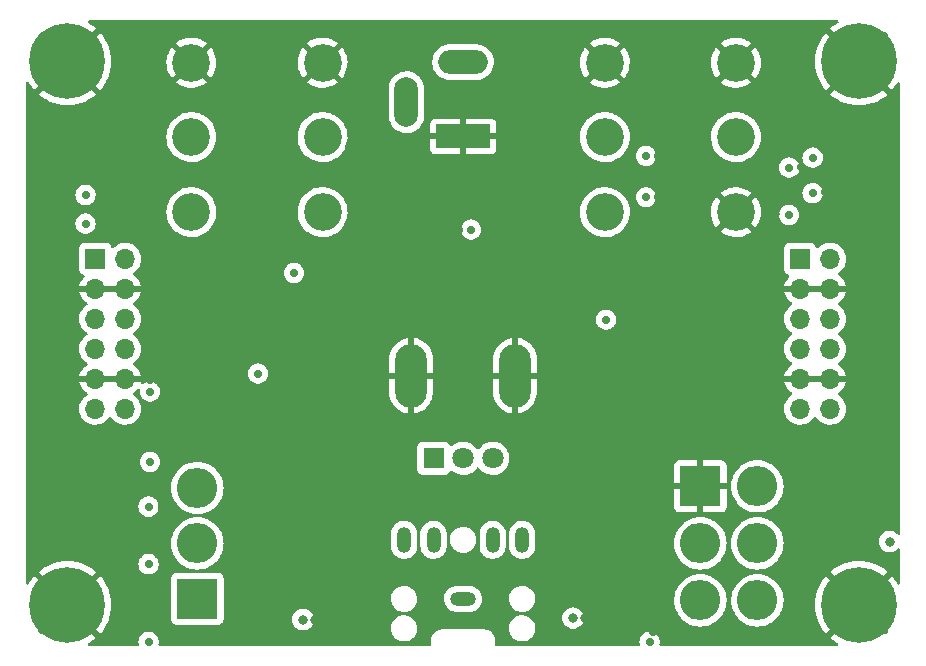
<source format=gbr>
%TF.GenerationSoftware,KiCad,Pcbnew,(6.0.9-0)*%
%TF.CreationDate,2024-11-07T13:24:40+01:00*%
%TF.ProjectId,io-board,696f2d62-6f61-4726-942e-6b696361645f,rev?*%
%TF.SameCoordinates,Original*%
%TF.FileFunction,Copper,L2,Inr*%
%TF.FilePolarity,Positive*%
%FSLAX46Y46*%
G04 Gerber Fmt 4.6, Leading zero omitted, Abs format (unit mm)*
G04 Created by KiCad (PCBNEW (6.0.9-0)) date 2024-11-07 13:24:40*
%MOMM*%
%LPD*%
G01*
G04 APERTURE LIST*
%TA.AperFunction,ComponentPad*%
%ADD10O,3.416000X3.416000*%
%TD*%
%TA.AperFunction,ComponentPad*%
%ADD11R,3.416000X3.416000*%
%TD*%
%TA.AperFunction,ComponentPad*%
%ADD12C,3.200000*%
%TD*%
%TA.AperFunction,ComponentPad*%
%ADD13C,6.400000*%
%TD*%
%TA.AperFunction,ComponentPad*%
%ADD14C,0.800000*%
%TD*%
%TA.AperFunction,ComponentPad*%
%ADD15O,1.200000X2.200000*%
%TD*%
%TA.AperFunction,ComponentPad*%
%ADD16O,2.200000X1.200000*%
%TD*%
%TA.AperFunction,ComponentPad*%
%ADD17O,1.700000X1.700000*%
%TD*%
%TA.AperFunction,ComponentPad*%
%ADD18R,1.700000X1.700000*%
%TD*%
%TA.AperFunction,ComponentPad*%
%ADD19O,2.000000X4.200000*%
%TD*%
%TA.AperFunction,ComponentPad*%
%ADD20O,4.200000X2.000000*%
%TD*%
%TA.AperFunction,ComponentPad*%
%ADD21R,4.600000X2.000000*%
%TD*%
%TA.AperFunction,ComponentPad*%
%ADD22C,1.800000*%
%TD*%
%TA.AperFunction,ComponentPad*%
%ADD23R,1.800000X1.800000*%
%TD*%
%TA.AperFunction,ComponentPad*%
%ADD24O,2.700000X5.400000*%
%TD*%
%TA.AperFunction,ViaPad*%
%ADD25C,0.700000*%
%TD*%
%TA.AperFunction,ViaPad*%
%ADD26C,0.800000*%
%TD*%
G04 APERTURE END LIST*
D10*
%TO.N,N/C*%
%TO.C,SW2*%
X75000000Y-100101000D03*
%TO.N,+9V*%
X75000000Y-104800000D03*
D11*
%TO.N,/Von*%
X75000000Y-109499000D03*
%TD*%
D10*
%TO.N,/ReturnBuf*%
%TO.C,SW1*%
X122417000Y-109626000D03*
%TO.N,/OutJack*%
X122417000Y-104796000D03*
%TO.N,/InJack*%
X122417000Y-99966000D03*
X117587000Y-109626000D03*
%TO.N,/Send*%
X117587000Y-104796000D03*
D11*
%TO.N,GND*%
X117587000Y-99966000D03*
%TD*%
D12*
%TO.N,unconnected-(J6-PadTN)*%
%TO.C,J6*%
X85600000Y-76750000D03*
%TO.N,/OutJack*%
X74500000Y-76750000D03*
%TO.N,GND*%
X74500000Y-64100000D03*
X85600000Y-64100000D03*
%TO.N,unconnected-(J6-PadRN)*%
X85600000Y-70400000D03*
%TO.N,unconnected-(J6-PadR)*%
X74500000Y-70400000D03*
%TD*%
D13*
%TO.N,GND*%
%TO.C,H3*%
X64000000Y-110000000D03*
D14*
X62302944Y-108302944D03*
X61600000Y-110000000D03*
X65697056Y-108302944D03*
X64000000Y-112400000D03*
X64000000Y-107600000D03*
X65697056Y-111697056D03*
X62302944Y-111697056D03*
X66400000Y-110000000D03*
%TD*%
D12*
%TO.N,GND*%
%TO.C,J5*%
X120600000Y-76750000D03*
%TO.N,/InJack*%
X109500000Y-76750000D03*
%TO.N,GND*%
X109500000Y-64100000D03*
X120600000Y-64100000D03*
%TO.N,unconnected-(J5-PadRN)*%
X120600000Y-70400000D03*
%TO.N,unconnected-(J5-PadR)*%
X109500000Y-70400000D03*
%TD*%
D14*
%TO.N,GND*%
%TO.C,H4*%
X128600000Y-110000000D03*
X132697056Y-111697056D03*
X129302944Y-111697056D03*
X131000000Y-112400000D03*
X131000000Y-107600000D03*
X133400000Y-110000000D03*
X132697056Y-108302944D03*
D13*
X131000000Y-110000000D03*
D14*
X129302944Y-108302944D03*
%TD*%
D15*
%TO.N,unconnected-(J7-PadTN)*%
%TO.C,J7*%
X100000000Y-104500000D03*
%TO.N,/HeadphoneL*%
X102500000Y-104500000D03*
D16*
%TO.N,/+4.5V*%
X97500000Y-109500000D03*
D15*
%TO.N,unconnected-(J7-PadRN)*%
X95000000Y-104500000D03*
%TO.N,/HeadphoneR*%
X92500000Y-104500000D03*
%TD*%
D17*
%TO.N,/Return*%
%TO.C,J8*%
X68890000Y-93401000D03*
X66350000Y-93401000D03*
%TO.N,GND*%
X68890000Y-90861000D03*
X66350000Y-90861000D03*
%TO.N,/SendBuf*%
X68890000Y-88321000D03*
X66350000Y-88321000D03*
%TO.N,/+4.5V*%
X68890000Y-85781000D03*
X66350000Y-85781000D03*
%TO.N,GND*%
X68890000Y-83241000D03*
X66350000Y-83241000D03*
%TO.N,/Von*%
X68890000Y-80701000D03*
D18*
X66350000Y-80701000D03*
%TD*%
D19*
%TO.N,unconnected-(J4-Pad3)*%
%TO.C,J4*%
X92700000Y-67450000D03*
D20*
%TO.N,+9V*%
X97500000Y-64050000D03*
D21*
%TO.N,GND*%
X97500000Y-70350000D03*
%TD*%
D14*
%TO.N,GND*%
%TO.C,H1*%
X62302944Y-65697056D03*
X62302944Y-62302944D03*
X65697056Y-62302944D03*
X64000000Y-61600000D03*
D13*
X64000000Y-64000000D03*
D14*
X65697056Y-65697056D03*
X64000000Y-66400000D03*
X61600000Y-64000000D03*
X66400000Y-64000000D03*
%TD*%
D22*
%TO.N,Net-(C9-Pad2)*%
%TO.C,RV1*%
X100000000Y-97600000D03*
%TO.N,Net-(R15-Pad1)*%
X97500000Y-97600000D03*
D23*
%TO.N,/+4.5V*%
X95000000Y-97600000D03*
D24*
%TO.N,GND*%
X93100000Y-90600000D03*
X101900000Y-90600000D03*
%TD*%
D17*
%TO.N,/Return*%
%TO.C,J3*%
X128570000Y-93401000D03*
X126030000Y-93401000D03*
%TO.N,GND*%
X128570000Y-90861000D03*
X126030000Y-90861000D03*
%TO.N,/SendBuf*%
X128570000Y-88321000D03*
X126030000Y-88321000D03*
%TO.N,/+4.5V*%
X128570000Y-85781000D03*
X126030000Y-85781000D03*
%TO.N,GND*%
X128570000Y-83241000D03*
X126030000Y-83241000D03*
%TO.N,/Von*%
X128570000Y-80701000D03*
D18*
X126030000Y-80701000D03*
%TD*%
D14*
%TO.N,GND*%
%TO.C,H2*%
X131000000Y-61600000D03*
X129302944Y-62302944D03*
X132697056Y-62302944D03*
X133400000Y-64000000D03*
X128600000Y-64000000D03*
X129302944Y-65697056D03*
X132697056Y-65697056D03*
D13*
X131000000Y-64000000D03*
D14*
X131000000Y-66400000D03*
%TD*%
D25*
%TO.N,/Von*%
X80137000Y-90424000D03*
X109601000Y-85852000D03*
D26*
X83947000Y-111252000D03*
X106807000Y-111125000D03*
D25*
X83185000Y-81915000D03*
%TO.N,GND*%
X69596000Y-113157000D03*
X101473000Y-81788000D03*
X117094000Y-90932000D03*
X126143388Y-72905179D03*
D26*
X84946503Y-111252000D03*
D25*
X78994000Y-88900000D03*
X110236000Y-94996000D03*
X116530000Y-92766000D03*
X82086500Y-88728500D03*
D26*
X66802000Y-75311000D03*
X123941812Y-76951812D03*
D25*
X75405500Y-80550500D03*
X83185000Y-83820000D03*
D26*
X133604000Y-106045000D03*
D25*
X114000000Y-72000000D03*
X97176549Y-78239422D03*
X128143000Y-75057000D03*
X72263000Y-97917000D03*
X92583000Y-82169000D03*
D26*
X80137000Y-91694000D03*
D25*
X72009000Y-101600000D03*
D26*
X88011000Y-101600000D03*
D25*
X109622000Y-84688000D03*
X128143000Y-72898000D03*
X113604233Y-112316431D03*
X114000000Y-75500000D03*
X70993000Y-90932000D03*
X110744000Y-101600000D03*
X69469000Y-106553000D03*
D26*
X66802000Y-77724000D03*
X107806503Y-111125000D03*
D25*
X78232000Y-95758000D03*
X106426000Y-88773000D03*
D26*
X84455000Y-81915000D03*
D25*
%TO.N,/SendBuf*%
X125112655Y-72982345D03*
X125095000Y-77000000D03*
%TO.N,/ReturnBuf*%
X70866000Y-101689500D03*
X113284000Y-113157000D03*
X70993000Y-91948000D03*
X70866000Y-113157000D03*
X70993000Y-97917000D03*
X70866000Y-106553000D03*
D26*
%TO.N,/OutJack*%
X133604000Y-104648000D03*
D25*
%TO.N,/+4.5V*%
X113000000Y-75500000D03*
X113000000Y-72000000D03*
X127095424Y-75152424D03*
X127095424Y-72136000D03*
X65532000Y-75311000D03*
X65532000Y-77724000D03*
%TO.N,Net-(D1-Pad1)*%
X98171000Y-78232000D03*
%TD*%
%TA.AperFunction,Conductor*%
%TO.N,GND*%
G36*
X129228176Y-60528502D02*
G01*
X129274669Y-60582158D01*
X129284773Y-60652432D01*
X129255279Y-60717012D01*
X129217258Y-60746767D01*
X129146397Y-60782872D01*
X129140687Y-60786169D01*
X128820265Y-60994253D01*
X128814939Y-60998123D01*
X128576165Y-61191478D01*
X128567700Y-61203733D01*
X128574034Y-61214824D01*
X133784310Y-66425100D01*
X133797386Y-66432241D01*
X133807753Y-66424784D01*
X134001877Y-66185061D01*
X134005747Y-66179735D01*
X134213831Y-65859313D01*
X134217128Y-65853603D01*
X134253233Y-65782742D01*
X134301981Y-65731127D01*
X134370896Y-65714061D01*
X134438098Y-65736962D01*
X134482250Y-65792559D01*
X134491500Y-65839945D01*
X134491500Y-103947697D01*
X134471498Y-104015818D01*
X134417842Y-104062311D01*
X134347568Y-104072415D01*
X134282988Y-104042921D01*
X134271864Y-104032007D01*
X134219675Y-103974045D01*
X134219674Y-103974044D01*
X134215253Y-103969134D01*
X134060752Y-103856882D01*
X134054724Y-103854198D01*
X134054722Y-103854197D01*
X133892319Y-103781891D01*
X133892318Y-103781891D01*
X133886288Y-103779206D01*
X133792887Y-103759353D01*
X133705944Y-103740872D01*
X133705939Y-103740872D01*
X133699487Y-103739500D01*
X133508513Y-103739500D01*
X133502061Y-103740872D01*
X133502056Y-103740872D01*
X133415113Y-103759353D01*
X133321712Y-103779206D01*
X133315682Y-103781891D01*
X133315681Y-103781891D01*
X133153278Y-103854197D01*
X133153276Y-103854198D01*
X133147248Y-103856882D01*
X132992747Y-103969134D01*
X132988326Y-103974044D01*
X132988325Y-103974045D01*
X132950713Y-104015818D01*
X132864960Y-104111056D01*
X132769473Y-104276444D01*
X132710458Y-104458072D01*
X132709768Y-104464633D01*
X132709768Y-104464635D01*
X132700964Y-104548399D01*
X132690496Y-104648000D01*
X132691186Y-104654565D01*
X132706905Y-104804119D01*
X132710458Y-104837928D01*
X132769473Y-105019556D01*
X132864960Y-105184944D01*
X132992747Y-105326866D01*
X133091843Y-105398864D01*
X133139315Y-105433354D01*
X133147248Y-105439118D01*
X133153276Y-105441802D01*
X133153278Y-105441803D01*
X133315681Y-105514109D01*
X133321712Y-105516794D01*
X133402227Y-105533908D01*
X133502056Y-105555128D01*
X133502061Y-105555128D01*
X133508513Y-105556500D01*
X133699487Y-105556500D01*
X133705939Y-105555128D01*
X133705944Y-105555128D01*
X133805773Y-105533908D01*
X133886288Y-105516794D01*
X133892319Y-105514109D01*
X134054722Y-105441803D01*
X134054724Y-105441802D01*
X134060752Y-105439118D01*
X134068686Y-105433354D01*
X134116157Y-105398864D01*
X134215253Y-105326866D01*
X134271864Y-105263993D01*
X134332310Y-105226753D01*
X134403293Y-105228105D01*
X134462278Y-105267618D01*
X134490536Y-105332749D01*
X134491500Y-105348303D01*
X134491500Y-108160055D01*
X134471498Y-108228176D01*
X134417842Y-108274669D01*
X134347568Y-108284773D01*
X134282988Y-108255279D01*
X134253233Y-108217258D01*
X134217128Y-108146397D01*
X134213831Y-108140687D01*
X134005747Y-107820265D01*
X134001877Y-107814939D01*
X133808522Y-107576165D01*
X133796267Y-107567700D01*
X133785176Y-107574034D01*
X128574900Y-112784310D01*
X128567759Y-112797386D01*
X128575216Y-112807753D01*
X128814935Y-113001874D01*
X128820272Y-113005751D01*
X129140685Y-113213830D01*
X129146394Y-113217126D01*
X129217257Y-113253233D01*
X129268872Y-113301981D01*
X129285938Y-113370896D01*
X129263037Y-113438098D01*
X129207440Y-113482250D01*
X129160054Y-113491500D01*
X114250305Y-113491500D01*
X114182184Y-113471498D01*
X114135691Y-113417842D01*
X114125587Y-113347568D01*
X114126589Y-113341941D01*
X114128365Y-113336475D01*
X114129089Y-113329593D01*
X114146539Y-113163565D01*
X114147229Y-113157000D01*
X114130727Y-113000000D01*
X114129055Y-112984089D01*
X114129055Y-112984088D01*
X114128365Y-112977525D01*
X114119932Y-112951569D01*
X114074641Y-112812178D01*
X114072599Y-112805893D01*
X114067688Y-112797386D01*
X113986389Y-112656574D01*
X113982367Y-112649607D01*
X113861613Y-112515496D01*
X113837925Y-112498285D01*
X113720957Y-112413303D01*
X113720956Y-112413302D01*
X113715615Y-112409422D01*
X113709587Y-112406738D01*
X113709585Y-112406737D01*
X113556783Y-112338705D01*
X113556781Y-112338705D01*
X113550752Y-112336020D01*
X113462492Y-112317260D01*
X113380689Y-112299872D01*
X113380685Y-112299872D01*
X113374232Y-112298500D01*
X113193768Y-112298500D01*
X113187315Y-112299872D01*
X113187311Y-112299872D01*
X113105508Y-112317260D01*
X113017248Y-112336020D01*
X113011219Y-112338704D01*
X113011217Y-112338705D01*
X112858416Y-112406737D01*
X112858414Y-112406738D01*
X112852386Y-112409422D01*
X112847045Y-112413302D01*
X112847044Y-112413303D01*
X112711731Y-112511613D01*
X112711729Y-112511615D01*
X112706387Y-112515496D01*
X112585633Y-112649607D01*
X112581611Y-112656574D01*
X112500313Y-112797386D01*
X112495401Y-112805893D01*
X112493359Y-112812178D01*
X112448069Y-112951569D01*
X112439635Y-112977525D01*
X112438945Y-112984088D01*
X112438945Y-112984089D01*
X112437273Y-113000000D01*
X112420771Y-113157000D01*
X112421461Y-113163565D01*
X112438912Y-113329593D01*
X112439635Y-113336475D01*
X112440867Y-113340268D01*
X112435540Y-113410093D01*
X112392724Y-113466726D01*
X112326086Y-113491220D01*
X112317695Y-113491500D01*
X100334500Y-113491500D01*
X100266379Y-113471498D01*
X100219886Y-113417842D01*
X100208500Y-113365500D01*
X100208500Y-113053250D01*
X100210246Y-113032345D01*
X100212770Y-113017344D01*
X100212770Y-113017341D01*
X100213576Y-113012552D01*
X100213729Y-113000000D01*
X100211453Y-112984110D01*
X100210789Y-112978606D01*
X100195962Y-112828068D01*
X100195355Y-112821903D01*
X100143406Y-112650650D01*
X100092327Y-112555087D01*
X100061965Y-112498285D01*
X100059045Y-112492822D01*
X99945515Y-112354485D01*
X99921344Y-112334648D01*
X99811968Y-112244886D01*
X99807178Y-112240955D01*
X99692644Y-112179735D01*
X99654808Y-112159511D01*
X99654805Y-112159510D01*
X99649350Y-112156594D01*
X99478097Y-112104645D01*
X99344323Y-112091469D01*
X99335783Y-112090332D01*
X99323990Y-112088348D01*
X99317344Y-112087230D01*
X99317342Y-112087230D01*
X99312552Y-112086424D01*
X99306276Y-112086348D01*
X99304860Y-112086330D01*
X99304857Y-112086330D01*
X99300000Y-112086271D01*
X99281370Y-112088939D01*
X99272376Y-112090227D01*
X99254514Y-112091500D01*
X95753250Y-112091500D01*
X95732345Y-112089754D01*
X95717344Y-112087230D01*
X95717341Y-112087230D01*
X95712552Y-112086424D01*
X95706276Y-112086348D01*
X95704859Y-112086330D01*
X95704856Y-112086330D01*
X95700000Y-112086271D01*
X95684110Y-112088547D01*
X95678606Y-112089211D01*
X95582336Y-112098693D01*
X95521903Y-112104645D01*
X95350650Y-112156594D01*
X95345195Y-112159510D01*
X95345192Y-112159511D01*
X95307356Y-112179735D01*
X95192822Y-112240955D01*
X95188032Y-112244886D01*
X95078657Y-112334648D01*
X95054485Y-112354485D01*
X94940955Y-112492822D01*
X94938035Y-112498285D01*
X94907674Y-112555087D01*
X94856594Y-112650650D01*
X94804645Y-112821903D01*
X94804038Y-112828068D01*
X94790504Y-112965482D01*
X94789611Y-112972519D01*
X94786309Y-112993724D01*
X94787115Y-112999888D01*
X94787104Y-113000000D01*
X94787130Y-113000000D01*
X94788803Y-113012796D01*
X94788803Y-113012797D01*
X94790436Y-113025283D01*
X94791500Y-113041620D01*
X94791500Y-113365500D01*
X94771498Y-113433621D01*
X94717842Y-113480114D01*
X94665500Y-113491500D01*
X71832305Y-113491500D01*
X71764184Y-113471498D01*
X71717691Y-113417842D01*
X71707587Y-113347568D01*
X71708589Y-113341941D01*
X71710365Y-113336475D01*
X71711089Y-113329593D01*
X71728539Y-113163565D01*
X71729229Y-113157000D01*
X71712727Y-113000000D01*
X71711055Y-112984089D01*
X71711055Y-112984088D01*
X71710365Y-112977525D01*
X71701932Y-112951569D01*
X71656641Y-112812178D01*
X71654599Y-112805893D01*
X71649688Y-112797386D01*
X71568389Y-112656574D01*
X71564367Y-112649607D01*
X71443613Y-112515496D01*
X71419925Y-112498285D01*
X71302957Y-112413303D01*
X71302956Y-112413302D01*
X71297615Y-112409422D01*
X71291587Y-112406738D01*
X71291585Y-112406737D01*
X71138783Y-112338705D01*
X71138781Y-112338705D01*
X71132752Y-112336020D01*
X71044492Y-112317260D01*
X70962689Y-112299872D01*
X70962685Y-112299872D01*
X70956232Y-112298500D01*
X70775768Y-112298500D01*
X70769315Y-112299872D01*
X70769311Y-112299872D01*
X70687508Y-112317260D01*
X70599248Y-112336020D01*
X70593219Y-112338704D01*
X70593217Y-112338705D01*
X70440416Y-112406737D01*
X70440414Y-112406738D01*
X70434386Y-112409422D01*
X70429045Y-112413302D01*
X70429044Y-112413303D01*
X70293731Y-112511613D01*
X70293729Y-112511615D01*
X70288387Y-112515496D01*
X70167633Y-112649607D01*
X70163611Y-112656574D01*
X70082313Y-112797386D01*
X70077401Y-112805893D01*
X70075359Y-112812178D01*
X70030069Y-112951569D01*
X70021635Y-112977525D01*
X70020945Y-112984088D01*
X70020945Y-112984089D01*
X70019273Y-113000000D01*
X70002771Y-113157000D01*
X70003461Y-113163565D01*
X70020912Y-113329593D01*
X70021635Y-113336475D01*
X70022867Y-113340268D01*
X70017540Y-113410093D01*
X69974724Y-113466726D01*
X69908086Y-113491220D01*
X69899695Y-113491500D01*
X65839946Y-113491500D01*
X65771825Y-113471498D01*
X65725332Y-113417842D01*
X65715228Y-113347568D01*
X65744722Y-113282988D01*
X65782743Y-113253233D01*
X65853606Y-113217126D01*
X65859315Y-113213830D01*
X66179728Y-113005751D01*
X66185065Y-113001874D01*
X66423835Y-112808522D01*
X66432300Y-112796267D01*
X66425966Y-112785176D01*
X63641922Y-110001132D01*
X64364408Y-110001132D01*
X64364539Y-110002965D01*
X64368790Y-110009580D01*
X66784310Y-112425100D01*
X66797386Y-112432241D01*
X66807753Y-112424784D01*
X67001877Y-112185061D01*
X67005747Y-112179735D01*
X67213831Y-111859313D01*
X67217128Y-111853603D01*
X67390578Y-111513189D01*
X67393260Y-111507164D01*
X67490005Y-111255134D01*
X72783500Y-111255134D01*
X72790255Y-111317316D01*
X72841385Y-111453705D01*
X72928739Y-111570261D01*
X73045295Y-111657615D01*
X73181684Y-111708745D01*
X73243866Y-111715500D01*
X76756134Y-111715500D01*
X76818316Y-111708745D01*
X76954705Y-111657615D01*
X77071261Y-111570261D01*
X77158615Y-111453705D01*
X77209745Y-111317316D01*
X77216500Y-111255134D01*
X77216500Y-111252000D01*
X83033496Y-111252000D01*
X83034186Y-111258565D01*
X83044150Y-111353363D01*
X83053458Y-111441928D01*
X83112473Y-111623556D01*
X83207960Y-111788944D01*
X83212378Y-111793851D01*
X83212379Y-111793852D01*
X83266179Y-111853603D01*
X83335747Y-111930866D01*
X83418664Y-111991109D01*
X83475122Y-112032128D01*
X83490248Y-112043118D01*
X83496276Y-112045802D01*
X83496278Y-112045803D01*
X83632481Y-112106444D01*
X83664712Y-112120794D01*
X83758113Y-112140647D01*
X83845056Y-112159128D01*
X83845061Y-112159128D01*
X83851513Y-112160500D01*
X84042487Y-112160500D01*
X84048939Y-112159128D01*
X84048944Y-112159128D01*
X84135887Y-112140647D01*
X84229288Y-112120794D01*
X84261519Y-112106444D01*
X84397722Y-112045803D01*
X84397724Y-112045802D01*
X84403752Y-112043118D01*
X84418879Y-112032128D01*
X84475336Y-111991109D01*
X84537968Y-111945604D01*
X91387787Y-111945604D01*
X91397567Y-112156899D01*
X91447125Y-112362534D01*
X91449607Y-112367992D01*
X91449608Y-112367996D01*
X91490487Y-112457903D01*
X91534674Y-112555087D01*
X91657054Y-112727611D01*
X91809850Y-112873881D01*
X91987548Y-112988620D01*
X92046931Y-113012552D01*
X92178168Y-113065442D01*
X92178171Y-113065443D01*
X92183737Y-113067686D01*
X92391337Y-113108228D01*
X92396899Y-113108500D01*
X92552846Y-113108500D01*
X92710566Y-113093452D01*
X92913534Y-113033908D01*
X92918862Y-113031164D01*
X93096249Y-112939804D01*
X93096252Y-112939802D01*
X93101580Y-112937058D01*
X93267920Y-112806396D01*
X93271852Y-112801865D01*
X93271855Y-112801862D01*
X93402621Y-112651167D01*
X93406552Y-112646637D01*
X93409552Y-112641451D01*
X93409555Y-112641447D01*
X93509467Y-112468742D01*
X93512473Y-112463546D01*
X93581861Y-112263729D01*
X93585163Y-112240955D01*
X93611352Y-112060336D01*
X93611352Y-112060333D01*
X93612213Y-112054396D01*
X93607177Y-111945604D01*
X101387787Y-111945604D01*
X101397567Y-112156899D01*
X101447125Y-112362534D01*
X101449607Y-112367992D01*
X101449608Y-112367996D01*
X101490487Y-112457903D01*
X101534674Y-112555087D01*
X101657054Y-112727611D01*
X101809850Y-112873881D01*
X101987548Y-112988620D01*
X102046931Y-113012552D01*
X102178168Y-113065442D01*
X102178171Y-113065443D01*
X102183737Y-113067686D01*
X102391337Y-113108228D01*
X102396899Y-113108500D01*
X102552846Y-113108500D01*
X102710566Y-113093452D01*
X102913534Y-113033908D01*
X102918862Y-113031164D01*
X103096249Y-112939804D01*
X103096252Y-112939802D01*
X103101580Y-112937058D01*
X103267920Y-112806396D01*
X103271852Y-112801865D01*
X103271855Y-112801862D01*
X103402621Y-112651167D01*
X103406552Y-112646637D01*
X103409552Y-112641451D01*
X103409555Y-112641447D01*
X103509467Y-112468742D01*
X103512473Y-112463546D01*
X103581861Y-112263729D01*
X103585163Y-112240955D01*
X103611352Y-112060336D01*
X103611352Y-112060333D01*
X103612213Y-112054396D01*
X103602433Y-111843101D01*
X103563005Y-111679499D01*
X103554281Y-111643299D01*
X103554280Y-111643297D01*
X103552875Y-111637466D01*
X103546551Y-111623556D01*
X103472591Y-111460891D01*
X103465326Y-111444913D01*
X103342946Y-111272389D01*
X103190150Y-111126119D01*
X103188417Y-111125000D01*
X105893496Y-111125000D01*
X105894186Y-111131565D01*
X105911408Y-111295419D01*
X105913458Y-111314928D01*
X105972473Y-111496556D01*
X105975776Y-111502278D01*
X105975777Y-111502279D01*
X106003135Y-111549664D01*
X106067960Y-111661944D01*
X106072378Y-111666851D01*
X106072379Y-111666852D01*
X106177163Y-111783226D01*
X106195747Y-111803866D01*
X106350248Y-111916118D01*
X106356276Y-111918802D01*
X106356278Y-111918803D01*
X106518681Y-111991109D01*
X106524712Y-111993794D01*
X106618112Y-112013647D01*
X106705056Y-112032128D01*
X106705061Y-112032128D01*
X106711513Y-112033500D01*
X106902487Y-112033500D01*
X106908939Y-112032128D01*
X106908944Y-112032128D01*
X106995888Y-112013647D01*
X107089288Y-111993794D01*
X107095319Y-111991109D01*
X107257722Y-111918803D01*
X107257724Y-111918802D01*
X107263752Y-111916118D01*
X107418253Y-111803866D01*
X107436837Y-111783226D01*
X107541621Y-111666852D01*
X107541622Y-111666851D01*
X107546040Y-111661944D01*
X107610865Y-111549664D01*
X107638223Y-111502279D01*
X107638224Y-111502278D01*
X107641527Y-111496556D01*
X107700542Y-111314928D01*
X107702593Y-111295419D01*
X107719814Y-111131565D01*
X107720504Y-111125000D01*
X107708904Y-111014633D01*
X107701232Y-110941635D01*
X107701232Y-110941633D01*
X107700542Y-110935072D01*
X107641527Y-110753444D01*
X107546040Y-110588056D01*
X107418253Y-110446134D01*
X107313101Y-110369736D01*
X107269094Y-110337763D01*
X107269093Y-110337762D01*
X107263752Y-110333882D01*
X107257724Y-110331198D01*
X107257722Y-110331197D01*
X107095319Y-110258891D01*
X107095318Y-110258891D01*
X107089288Y-110256206D01*
X106995888Y-110236353D01*
X106908944Y-110217872D01*
X106908939Y-110217872D01*
X106902487Y-110216500D01*
X106711513Y-110216500D01*
X106705061Y-110217872D01*
X106705056Y-110217872D01*
X106618112Y-110236353D01*
X106524712Y-110256206D01*
X106518682Y-110258891D01*
X106518681Y-110258891D01*
X106356278Y-110331197D01*
X106356276Y-110331198D01*
X106350248Y-110333882D01*
X106344907Y-110337762D01*
X106344906Y-110337763D01*
X106300899Y-110369736D01*
X106195747Y-110446134D01*
X106067960Y-110588056D01*
X105972473Y-110753444D01*
X105913458Y-110935072D01*
X105912768Y-110941633D01*
X105912768Y-110941635D01*
X105905096Y-111014633D01*
X105893496Y-111125000D01*
X103188417Y-111125000D01*
X103012452Y-111011380D01*
X102921645Y-110974784D01*
X102821832Y-110934558D01*
X102821829Y-110934557D01*
X102816263Y-110932314D01*
X102608663Y-110891772D01*
X102603101Y-110891500D01*
X102447154Y-110891500D01*
X102289434Y-110906548D01*
X102086466Y-110966092D01*
X102081139Y-110968836D01*
X102081138Y-110968836D01*
X101903751Y-111060196D01*
X101903748Y-111060198D01*
X101898420Y-111062942D01*
X101732080Y-111193604D01*
X101728148Y-111198135D01*
X101728145Y-111198138D01*
X101609554Y-111334802D01*
X101593448Y-111353363D01*
X101590448Y-111358549D01*
X101590445Y-111358553D01*
X101510609Y-111496556D01*
X101487527Y-111536454D01*
X101418139Y-111736271D01*
X101417278Y-111742206D01*
X101417278Y-111742208D01*
X101400299Y-111859313D01*
X101387787Y-111945604D01*
X93607177Y-111945604D01*
X93602433Y-111843101D01*
X93563005Y-111679499D01*
X93554281Y-111643299D01*
X93554280Y-111643297D01*
X93552875Y-111637466D01*
X93546551Y-111623556D01*
X93472591Y-111460891D01*
X93465326Y-111444913D01*
X93342946Y-111272389D01*
X93190150Y-111126119D01*
X93012452Y-111011380D01*
X92921645Y-110974784D01*
X92821832Y-110934558D01*
X92821829Y-110934557D01*
X92816263Y-110932314D01*
X92608663Y-110891772D01*
X92603101Y-110891500D01*
X92447154Y-110891500D01*
X92289434Y-110906548D01*
X92086466Y-110966092D01*
X92081139Y-110968836D01*
X92081138Y-110968836D01*
X91903751Y-111060196D01*
X91903748Y-111060198D01*
X91898420Y-111062942D01*
X91732080Y-111193604D01*
X91728148Y-111198135D01*
X91728145Y-111198138D01*
X91609554Y-111334802D01*
X91593448Y-111353363D01*
X91590448Y-111358549D01*
X91590445Y-111358553D01*
X91510609Y-111496556D01*
X91487527Y-111536454D01*
X91418139Y-111736271D01*
X91417278Y-111742206D01*
X91417278Y-111742208D01*
X91400299Y-111859313D01*
X91387787Y-111945604D01*
X84537968Y-111945604D01*
X84558253Y-111930866D01*
X84627821Y-111853603D01*
X84681621Y-111793852D01*
X84681622Y-111793851D01*
X84686040Y-111788944D01*
X84781527Y-111623556D01*
X84840542Y-111441928D01*
X84849851Y-111353363D01*
X84859814Y-111258565D01*
X84860504Y-111252000D01*
X84854366Y-111193604D01*
X84841232Y-111068635D01*
X84841232Y-111068633D01*
X84840542Y-111062072D01*
X84781527Y-110880444D01*
X84686040Y-110715056D01*
X84589068Y-110607357D01*
X84562675Y-110578045D01*
X84562674Y-110578044D01*
X84558253Y-110573134D01*
X84429698Y-110479733D01*
X84409094Y-110464763D01*
X84409093Y-110464762D01*
X84403752Y-110460882D01*
X84397724Y-110458198D01*
X84397722Y-110458197D01*
X84235319Y-110385891D01*
X84235318Y-110385891D01*
X84229288Y-110383206D01*
X84135887Y-110363353D01*
X84048944Y-110344872D01*
X84048939Y-110344872D01*
X84042487Y-110343500D01*
X83851513Y-110343500D01*
X83845061Y-110344872D01*
X83845056Y-110344872D01*
X83758113Y-110363353D01*
X83664712Y-110383206D01*
X83658682Y-110385891D01*
X83658681Y-110385891D01*
X83496278Y-110458197D01*
X83496276Y-110458198D01*
X83490248Y-110460882D01*
X83484907Y-110464762D01*
X83484906Y-110464763D01*
X83464302Y-110479733D01*
X83335747Y-110573134D01*
X83331326Y-110578044D01*
X83331325Y-110578045D01*
X83304933Y-110607357D01*
X83207960Y-110715056D01*
X83112473Y-110880444D01*
X83053458Y-111062072D01*
X83052768Y-111068633D01*
X83052768Y-111068635D01*
X83039634Y-111193604D01*
X83033496Y-111252000D01*
X77216500Y-111252000D01*
X77216500Y-109445604D01*
X91387787Y-109445604D01*
X91397567Y-109656899D01*
X91447125Y-109862534D01*
X91449607Y-109867992D01*
X91449608Y-109867996D01*
X91493053Y-109963546D01*
X91534674Y-110055087D01*
X91657054Y-110227611D01*
X91809850Y-110373881D01*
X91987548Y-110488620D01*
X91993114Y-110490863D01*
X92178168Y-110565442D01*
X92178171Y-110565443D01*
X92183737Y-110567686D01*
X92391337Y-110608228D01*
X92396899Y-110608500D01*
X92552846Y-110608500D01*
X92710566Y-110593452D01*
X92913534Y-110533908D01*
X92997111Y-110490863D01*
X93096249Y-110439804D01*
X93096252Y-110439802D01*
X93101580Y-110437058D01*
X93267920Y-110306396D01*
X93271852Y-110301865D01*
X93271855Y-110301862D01*
X93402621Y-110151167D01*
X93406552Y-110146637D01*
X93409552Y-110141451D01*
X93409555Y-110141447D01*
X93509467Y-109968742D01*
X93512473Y-109963546D01*
X93581861Y-109763729D01*
X93600459Y-109635461D01*
X93611352Y-109560336D01*
X93611352Y-109560333D01*
X93612213Y-109554396D01*
X93607177Y-109445604D01*
X95887787Y-109445604D01*
X95897567Y-109656899D01*
X95947125Y-109862534D01*
X95949607Y-109867992D01*
X95949608Y-109867996D01*
X95993053Y-109963546D01*
X96034674Y-110055087D01*
X96157054Y-110227611D01*
X96309850Y-110373881D01*
X96487548Y-110488620D01*
X96493114Y-110490863D01*
X96678168Y-110565442D01*
X96678171Y-110565443D01*
X96683737Y-110567686D01*
X96891337Y-110608228D01*
X96896899Y-110608500D01*
X98052846Y-110608500D01*
X98210566Y-110593452D01*
X98413534Y-110533908D01*
X98497111Y-110490863D01*
X98596249Y-110439804D01*
X98596252Y-110439802D01*
X98601580Y-110437058D01*
X98767920Y-110306396D01*
X98771852Y-110301865D01*
X98771855Y-110301862D01*
X98902621Y-110151167D01*
X98906552Y-110146637D01*
X98909552Y-110141451D01*
X98909555Y-110141447D01*
X99009467Y-109968742D01*
X99012473Y-109963546D01*
X99081861Y-109763729D01*
X99100459Y-109635461D01*
X99111352Y-109560336D01*
X99111352Y-109560333D01*
X99112213Y-109554396D01*
X99107177Y-109445604D01*
X101387787Y-109445604D01*
X101397567Y-109656899D01*
X101447125Y-109862534D01*
X101449607Y-109867992D01*
X101449608Y-109867996D01*
X101493053Y-109963546D01*
X101534674Y-110055087D01*
X101657054Y-110227611D01*
X101809850Y-110373881D01*
X101987548Y-110488620D01*
X101993114Y-110490863D01*
X102178168Y-110565442D01*
X102178171Y-110565443D01*
X102183737Y-110567686D01*
X102391337Y-110608228D01*
X102396899Y-110608500D01*
X102552846Y-110608500D01*
X102710566Y-110593452D01*
X102913534Y-110533908D01*
X102997111Y-110490863D01*
X103096249Y-110439804D01*
X103096252Y-110439802D01*
X103101580Y-110437058D01*
X103267920Y-110306396D01*
X103271852Y-110301865D01*
X103271855Y-110301862D01*
X103402621Y-110151167D01*
X103406552Y-110146637D01*
X103409552Y-110141451D01*
X103409555Y-110141447D01*
X103509467Y-109968742D01*
X103512473Y-109963546D01*
X103581861Y-109763729D01*
X103600459Y-109635461D01*
X103601831Y-109626000D01*
X115365744Y-109626000D01*
X115384747Y-109915932D01*
X115385551Y-109919972D01*
X115385551Y-109919975D01*
X115429605Y-110141447D01*
X115441431Y-110200903D01*
X115442756Y-110204806D01*
X115442757Y-110204810D01*
X115450497Y-110227611D01*
X115534827Y-110476038D01*
X115536648Y-110479731D01*
X115536649Y-110479733D01*
X115655518Y-110720774D01*
X115663336Y-110736628D01*
X115665630Y-110740061D01*
X115816659Y-110966092D01*
X115824759Y-110978215D01*
X115827473Y-110981309D01*
X115827477Y-110981315D01*
X115986191Y-111162292D01*
X116016335Y-111196665D01*
X116019424Y-111199374D01*
X116231685Y-111385523D01*
X116231691Y-111385527D01*
X116234785Y-111388241D01*
X116238211Y-111390530D01*
X116238216Y-111390534D01*
X116387484Y-111490271D01*
X116476372Y-111549664D01*
X116480071Y-111551488D01*
X116480076Y-111551491D01*
X116529050Y-111575642D01*
X116736962Y-111678173D01*
X116740867Y-111679499D01*
X116740868Y-111679499D01*
X117008190Y-111770243D01*
X117008194Y-111770244D01*
X117012097Y-111771569D01*
X117016136Y-111772372D01*
X117016142Y-111772374D01*
X117293025Y-111827449D01*
X117293028Y-111827449D01*
X117297068Y-111828253D01*
X117301179Y-111828522D01*
X117301183Y-111828523D01*
X117582881Y-111846986D01*
X117587000Y-111847256D01*
X117591119Y-111846986D01*
X117872817Y-111828523D01*
X117872821Y-111828522D01*
X117876932Y-111828253D01*
X117880972Y-111827449D01*
X117880975Y-111827449D01*
X118157858Y-111772374D01*
X118157864Y-111772372D01*
X118161903Y-111771569D01*
X118165806Y-111770244D01*
X118165810Y-111770243D01*
X118433132Y-111679499D01*
X118433133Y-111679499D01*
X118437038Y-111678173D01*
X118644950Y-111575642D01*
X118693924Y-111551491D01*
X118693929Y-111551488D01*
X118697628Y-111549664D01*
X118786516Y-111490271D01*
X118935784Y-111390534D01*
X118935789Y-111390530D01*
X118939215Y-111388241D01*
X118942309Y-111385527D01*
X118942315Y-111385523D01*
X119154576Y-111199374D01*
X119157665Y-111196665D01*
X119187809Y-111162292D01*
X119346523Y-110981315D01*
X119346527Y-110981309D01*
X119349241Y-110978215D01*
X119357342Y-110966092D01*
X119508370Y-110740061D01*
X119510664Y-110736628D01*
X119518483Y-110720774D01*
X119637351Y-110479733D01*
X119637352Y-110479731D01*
X119639173Y-110476038D01*
X119723503Y-110227611D01*
X119731243Y-110204810D01*
X119731244Y-110204806D01*
X119732569Y-110200903D01*
X119744396Y-110141447D01*
X119788449Y-109919975D01*
X119788449Y-109919972D01*
X119789253Y-109915932D01*
X119808256Y-109626000D01*
X120195744Y-109626000D01*
X120214747Y-109915932D01*
X120215551Y-109919972D01*
X120215551Y-109919975D01*
X120259605Y-110141447D01*
X120271431Y-110200903D01*
X120272756Y-110204806D01*
X120272757Y-110204810D01*
X120280497Y-110227611D01*
X120364827Y-110476038D01*
X120366648Y-110479731D01*
X120366649Y-110479733D01*
X120485518Y-110720774D01*
X120493336Y-110736628D01*
X120495630Y-110740061D01*
X120646659Y-110966092D01*
X120654759Y-110978215D01*
X120657473Y-110981309D01*
X120657477Y-110981315D01*
X120816191Y-111162292D01*
X120846335Y-111196665D01*
X120849424Y-111199374D01*
X121061685Y-111385523D01*
X121061691Y-111385527D01*
X121064785Y-111388241D01*
X121068211Y-111390530D01*
X121068216Y-111390534D01*
X121217484Y-111490271D01*
X121306372Y-111549664D01*
X121310071Y-111551488D01*
X121310076Y-111551491D01*
X121359050Y-111575642D01*
X121566962Y-111678173D01*
X121570867Y-111679499D01*
X121570868Y-111679499D01*
X121838190Y-111770243D01*
X121838194Y-111770244D01*
X121842097Y-111771569D01*
X121846136Y-111772372D01*
X121846142Y-111772374D01*
X122123025Y-111827449D01*
X122123028Y-111827449D01*
X122127068Y-111828253D01*
X122131179Y-111828522D01*
X122131183Y-111828523D01*
X122412881Y-111846986D01*
X122417000Y-111847256D01*
X122421119Y-111846986D01*
X122702817Y-111828523D01*
X122702821Y-111828522D01*
X122706932Y-111828253D01*
X122710972Y-111827449D01*
X122710975Y-111827449D01*
X122987858Y-111772374D01*
X122987864Y-111772372D01*
X122991903Y-111771569D01*
X122995806Y-111770244D01*
X122995810Y-111770243D01*
X123263132Y-111679499D01*
X123263133Y-111679499D01*
X123267038Y-111678173D01*
X123474950Y-111575642D01*
X123523924Y-111551491D01*
X123523929Y-111551488D01*
X123527628Y-111549664D01*
X123616516Y-111490271D01*
X123765784Y-111390534D01*
X123765789Y-111390530D01*
X123769215Y-111388241D01*
X123772309Y-111385527D01*
X123772315Y-111385523D01*
X123984576Y-111199374D01*
X123987665Y-111196665D01*
X124017809Y-111162292D01*
X124176523Y-110981315D01*
X124176527Y-110981309D01*
X124179241Y-110978215D01*
X124187342Y-110966092D01*
X124338370Y-110740061D01*
X124340664Y-110736628D01*
X124348483Y-110720774D01*
X124467351Y-110479733D01*
X124467352Y-110479731D01*
X124469173Y-110476038D01*
X124553503Y-110227611D01*
X124561243Y-110204810D01*
X124561244Y-110204806D01*
X124562569Y-110200903D01*
X124574396Y-110141447D01*
X124601875Y-110003301D01*
X127287084Y-110003301D01*
X127307080Y-110384833D01*
X127307766Y-110391371D01*
X127367535Y-110768734D01*
X127368906Y-110775184D01*
X127467788Y-111144216D01*
X127469829Y-111150498D01*
X127606740Y-111507164D01*
X127609422Y-111513189D01*
X127782872Y-111853603D01*
X127786169Y-111859313D01*
X127994253Y-112179735D01*
X127998123Y-112185061D01*
X128191478Y-112423835D01*
X128203733Y-112432300D01*
X128214824Y-112425966D01*
X130627978Y-110012812D01*
X130635592Y-109998868D01*
X130635461Y-109997035D01*
X130631210Y-109990420D01*
X128215690Y-107574900D01*
X128202614Y-107567759D01*
X128192247Y-107575216D01*
X127998123Y-107814939D01*
X127994253Y-107820265D01*
X127786169Y-108140687D01*
X127782872Y-108146397D01*
X127609422Y-108486811D01*
X127606740Y-108492836D01*
X127469829Y-108849502D01*
X127467788Y-108855784D01*
X127368906Y-109224816D01*
X127367535Y-109231266D01*
X127307766Y-109608629D01*
X127307080Y-109615167D01*
X127287084Y-109996699D01*
X127287084Y-110003301D01*
X124601875Y-110003301D01*
X124618449Y-109919975D01*
X124618449Y-109919972D01*
X124619253Y-109915932D01*
X124638256Y-109626000D01*
X124633170Y-109548399D01*
X124619523Y-109340183D01*
X124619522Y-109340179D01*
X124619253Y-109336068D01*
X124600583Y-109242208D01*
X124563374Y-109055142D01*
X124563372Y-109055136D01*
X124562569Y-109051097D01*
X124559523Y-109042122D01*
X124470499Y-108779868D01*
X124470499Y-108779867D01*
X124469173Y-108775962D01*
X124397323Y-108630264D01*
X124342491Y-108519076D01*
X124342488Y-108519071D01*
X124340664Y-108515372D01*
X124267950Y-108406548D01*
X124181534Y-108277216D01*
X124181530Y-108277211D01*
X124179241Y-108273785D01*
X124176527Y-108270691D01*
X124176523Y-108270685D01*
X123990374Y-108058424D01*
X123987665Y-108055335D01*
X123984576Y-108052626D01*
X123772315Y-107866477D01*
X123772309Y-107866473D01*
X123769215Y-107863759D01*
X123765789Y-107861470D01*
X123765784Y-107861466D01*
X123531061Y-107704630D01*
X123527628Y-107702336D01*
X123523929Y-107700512D01*
X123523924Y-107700509D01*
X123390208Y-107634568D01*
X123267038Y-107573827D01*
X123263132Y-107572501D01*
X122995810Y-107481757D01*
X122995806Y-107481756D01*
X122991903Y-107480431D01*
X122987864Y-107479628D01*
X122987858Y-107479626D01*
X122710975Y-107424551D01*
X122710972Y-107424551D01*
X122706932Y-107423747D01*
X122702821Y-107423478D01*
X122702817Y-107423477D01*
X122421119Y-107405014D01*
X122417000Y-107404744D01*
X122412881Y-107405014D01*
X122131183Y-107423477D01*
X122131179Y-107423478D01*
X122127068Y-107423747D01*
X122123028Y-107424551D01*
X122123025Y-107424551D01*
X121846142Y-107479626D01*
X121846136Y-107479628D01*
X121842097Y-107480431D01*
X121838194Y-107481756D01*
X121838190Y-107481757D01*
X121570868Y-107572501D01*
X121566962Y-107573827D01*
X121443792Y-107634568D01*
X121310076Y-107700509D01*
X121310071Y-107700512D01*
X121306372Y-107702336D01*
X121302939Y-107704630D01*
X121068216Y-107861466D01*
X121068211Y-107861470D01*
X121064785Y-107863759D01*
X121061691Y-107866473D01*
X121061685Y-107866477D01*
X120849424Y-108052626D01*
X120846335Y-108055335D01*
X120843626Y-108058424D01*
X120657477Y-108270685D01*
X120657473Y-108270691D01*
X120654759Y-108273785D01*
X120652470Y-108277211D01*
X120652466Y-108277216D01*
X120566050Y-108406548D01*
X120493336Y-108515372D01*
X120491512Y-108519071D01*
X120491509Y-108519076D01*
X120436677Y-108630264D01*
X120364827Y-108775962D01*
X120363501Y-108779867D01*
X120363501Y-108779868D01*
X120274478Y-109042122D01*
X120271431Y-109051097D01*
X120270628Y-109055136D01*
X120270626Y-109055142D01*
X120233417Y-109242208D01*
X120214747Y-109336068D01*
X120214478Y-109340179D01*
X120214477Y-109340183D01*
X120200830Y-109548399D01*
X120195744Y-109626000D01*
X119808256Y-109626000D01*
X119803170Y-109548399D01*
X119789523Y-109340183D01*
X119789522Y-109340179D01*
X119789253Y-109336068D01*
X119770583Y-109242208D01*
X119733374Y-109055142D01*
X119733372Y-109055136D01*
X119732569Y-109051097D01*
X119729523Y-109042122D01*
X119640499Y-108779868D01*
X119640499Y-108779867D01*
X119639173Y-108775962D01*
X119567323Y-108630264D01*
X119512491Y-108519076D01*
X119512488Y-108519071D01*
X119510664Y-108515372D01*
X119437950Y-108406548D01*
X119351534Y-108277216D01*
X119351530Y-108277211D01*
X119349241Y-108273785D01*
X119346527Y-108270691D01*
X119346523Y-108270685D01*
X119160374Y-108058424D01*
X119157665Y-108055335D01*
X119154576Y-108052626D01*
X118942315Y-107866477D01*
X118942309Y-107866473D01*
X118939215Y-107863759D01*
X118935789Y-107861470D01*
X118935784Y-107861466D01*
X118701061Y-107704630D01*
X118697628Y-107702336D01*
X118693929Y-107700512D01*
X118693924Y-107700509D01*
X118560208Y-107634568D01*
X118437038Y-107573827D01*
X118433132Y-107572501D01*
X118165810Y-107481757D01*
X118165806Y-107481756D01*
X118161903Y-107480431D01*
X118157864Y-107479628D01*
X118157858Y-107479626D01*
X117880975Y-107424551D01*
X117880972Y-107424551D01*
X117876932Y-107423747D01*
X117872821Y-107423478D01*
X117872817Y-107423477D01*
X117591119Y-107405014D01*
X117587000Y-107404744D01*
X117582881Y-107405014D01*
X117301183Y-107423477D01*
X117301179Y-107423478D01*
X117297068Y-107423747D01*
X117293028Y-107424551D01*
X117293025Y-107424551D01*
X117016142Y-107479626D01*
X117016136Y-107479628D01*
X117012097Y-107480431D01*
X117008194Y-107481756D01*
X117008190Y-107481757D01*
X116740868Y-107572501D01*
X116736962Y-107573827D01*
X116613792Y-107634568D01*
X116480076Y-107700509D01*
X116480071Y-107700512D01*
X116476372Y-107702336D01*
X116472939Y-107704630D01*
X116238216Y-107861466D01*
X116238211Y-107861470D01*
X116234785Y-107863759D01*
X116231691Y-107866473D01*
X116231685Y-107866477D01*
X116019424Y-108052626D01*
X116016335Y-108055335D01*
X116013626Y-108058424D01*
X115827477Y-108270685D01*
X115827473Y-108270691D01*
X115824759Y-108273785D01*
X115822470Y-108277211D01*
X115822466Y-108277216D01*
X115736050Y-108406548D01*
X115663336Y-108515372D01*
X115661512Y-108519071D01*
X115661509Y-108519076D01*
X115606677Y-108630264D01*
X115534827Y-108775962D01*
X115533501Y-108779867D01*
X115533501Y-108779868D01*
X115444478Y-109042122D01*
X115441431Y-109051097D01*
X115440628Y-109055136D01*
X115440626Y-109055142D01*
X115403417Y-109242208D01*
X115384747Y-109336068D01*
X115384478Y-109340179D01*
X115384477Y-109340183D01*
X115370830Y-109548399D01*
X115365744Y-109626000D01*
X103601831Y-109626000D01*
X103611352Y-109560336D01*
X103611352Y-109560333D01*
X103612213Y-109554396D01*
X103602433Y-109343101D01*
X103552875Y-109137466D01*
X103509525Y-109042122D01*
X103467806Y-108950368D01*
X103465326Y-108944913D01*
X103342946Y-108772389D01*
X103190150Y-108626119D01*
X103012452Y-108511380D01*
X102951488Y-108486811D01*
X102821832Y-108434558D01*
X102821829Y-108434557D01*
X102816263Y-108432314D01*
X102608663Y-108391772D01*
X102603101Y-108391500D01*
X102447154Y-108391500D01*
X102289434Y-108406548D01*
X102086466Y-108466092D01*
X102081139Y-108468836D01*
X102081138Y-108468836D01*
X101903751Y-108560196D01*
X101903748Y-108560198D01*
X101898420Y-108562942D01*
X101732080Y-108693604D01*
X101728148Y-108698135D01*
X101728145Y-108698138D01*
X101660613Y-108775962D01*
X101593448Y-108853363D01*
X101590448Y-108858549D01*
X101590445Y-108858553D01*
X101543312Y-108940026D01*
X101487527Y-109036454D01*
X101418139Y-109236271D01*
X101387787Y-109445604D01*
X99107177Y-109445604D01*
X99102433Y-109343101D01*
X99052875Y-109137466D01*
X99009525Y-109042122D01*
X98967806Y-108950368D01*
X98965326Y-108944913D01*
X98842946Y-108772389D01*
X98690150Y-108626119D01*
X98512452Y-108511380D01*
X98451488Y-108486811D01*
X98321832Y-108434558D01*
X98321829Y-108434557D01*
X98316263Y-108432314D01*
X98108663Y-108391772D01*
X98103101Y-108391500D01*
X96947154Y-108391500D01*
X96789434Y-108406548D01*
X96586466Y-108466092D01*
X96581139Y-108468836D01*
X96581138Y-108468836D01*
X96403751Y-108560196D01*
X96403748Y-108560198D01*
X96398420Y-108562942D01*
X96232080Y-108693604D01*
X96228148Y-108698135D01*
X96228145Y-108698138D01*
X96160613Y-108775962D01*
X96093448Y-108853363D01*
X96090448Y-108858549D01*
X96090445Y-108858553D01*
X96043312Y-108940026D01*
X95987527Y-109036454D01*
X95918139Y-109236271D01*
X95887787Y-109445604D01*
X93607177Y-109445604D01*
X93602433Y-109343101D01*
X93552875Y-109137466D01*
X93509525Y-109042122D01*
X93467806Y-108950368D01*
X93465326Y-108944913D01*
X93342946Y-108772389D01*
X93190150Y-108626119D01*
X93012452Y-108511380D01*
X92951488Y-108486811D01*
X92821832Y-108434558D01*
X92821829Y-108434557D01*
X92816263Y-108432314D01*
X92608663Y-108391772D01*
X92603101Y-108391500D01*
X92447154Y-108391500D01*
X92289434Y-108406548D01*
X92086466Y-108466092D01*
X92081139Y-108468836D01*
X92081138Y-108468836D01*
X91903751Y-108560196D01*
X91903748Y-108560198D01*
X91898420Y-108562942D01*
X91732080Y-108693604D01*
X91728148Y-108698135D01*
X91728145Y-108698138D01*
X91660613Y-108775962D01*
X91593448Y-108853363D01*
X91590448Y-108858549D01*
X91590445Y-108858553D01*
X91543312Y-108940026D01*
X91487527Y-109036454D01*
X91418139Y-109236271D01*
X91387787Y-109445604D01*
X77216500Y-109445604D01*
X77216500Y-107742866D01*
X77209745Y-107680684D01*
X77158615Y-107544295D01*
X77071261Y-107427739D01*
X76954705Y-107340385D01*
X76818316Y-107289255D01*
X76756134Y-107282500D01*
X73243866Y-107282500D01*
X73181684Y-107289255D01*
X73045295Y-107340385D01*
X72928739Y-107427739D01*
X72841385Y-107544295D01*
X72790255Y-107680684D01*
X72783500Y-107742866D01*
X72783500Y-111255134D01*
X67490005Y-111255134D01*
X67530171Y-111150498D01*
X67532212Y-111144216D01*
X67631094Y-110775184D01*
X67632465Y-110768734D01*
X67692234Y-110391371D01*
X67692920Y-110384833D01*
X67712916Y-110003301D01*
X67712916Y-109996699D01*
X67692920Y-109615167D01*
X67692234Y-109608629D01*
X67632465Y-109231266D01*
X67631094Y-109224816D01*
X67532212Y-108855784D01*
X67530171Y-108849502D01*
X67393260Y-108492836D01*
X67390578Y-108486811D01*
X67217128Y-108146397D01*
X67213831Y-108140687D01*
X67005747Y-107820265D01*
X67001877Y-107814939D01*
X66808522Y-107576165D01*
X66796267Y-107567700D01*
X66785176Y-107574034D01*
X64372022Y-109987188D01*
X64364408Y-110001132D01*
X63641922Y-110001132D01*
X61215690Y-107574900D01*
X61202614Y-107567759D01*
X61192247Y-107575216D01*
X60998123Y-107814939D01*
X60994253Y-107820265D01*
X60786169Y-108140687D01*
X60782872Y-108146397D01*
X60746767Y-108217258D01*
X60698019Y-108268873D01*
X60629104Y-108285939D01*
X60561902Y-108263038D01*
X60517750Y-108207441D01*
X60508500Y-108160055D01*
X60508500Y-107203733D01*
X61567700Y-107203733D01*
X61574034Y-107214824D01*
X63987188Y-109627978D01*
X64001132Y-109635592D01*
X64002965Y-109635461D01*
X64009580Y-109631210D01*
X66425100Y-107215690D01*
X66432241Y-107202614D01*
X66424784Y-107192247D01*
X66185065Y-106998126D01*
X66179728Y-106994249D01*
X65859315Y-106786170D01*
X65853606Y-106782873D01*
X65513189Y-106609422D01*
X65507164Y-106606740D01*
X65367166Y-106553000D01*
X70002771Y-106553000D01*
X70003461Y-106559565D01*
X70020481Y-106721491D01*
X70021635Y-106732475D01*
X70077401Y-106904107D01*
X70080704Y-106909829D01*
X70080705Y-106909830D01*
X70100574Y-106944243D01*
X70167633Y-107060393D01*
X70288387Y-107194504D01*
X70293729Y-107198385D01*
X70293731Y-107198387D01*
X70417626Y-107288402D01*
X70434385Y-107300578D01*
X70440413Y-107303262D01*
X70440415Y-107303263D01*
X70593217Y-107371295D01*
X70599248Y-107373980D01*
X70687508Y-107392740D01*
X70769311Y-107410128D01*
X70769315Y-107410128D01*
X70775768Y-107411500D01*
X70956232Y-107411500D01*
X70962685Y-107410128D01*
X70962689Y-107410128D01*
X71044492Y-107392740D01*
X71132752Y-107373980D01*
X71138783Y-107371295D01*
X71291585Y-107303263D01*
X71291587Y-107303262D01*
X71297615Y-107300578D01*
X71314374Y-107288402D01*
X71430911Y-107203733D01*
X128567700Y-107203733D01*
X128574034Y-107214824D01*
X130987188Y-109627978D01*
X131001132Y-109635592D01*
X131002965Y-109635461D01*
X131009580Y-109631210D01*
X133425100Y-107215690D01*
X133432241Y-107202614D01*
X133424784Y-107192247D01*
X133185065Y-106998126D01*
X133179728Y-106994249D01*
X132859315Y-106786170D01*
X132853606Y-106782873D01*
X132513189Y-106609422D01*
X132507164Y-106606740D01*
X132150498Y-106469829D01*
X132144216Y-106467788D01*
X131775184Y-106368906D01*
X131768734Y-106367535D01*
X131391371Y-106307766D01*
X131384833Y-106307080D01*
X131003301Y-106287084D01*
X130996699Y-106287084D01*
X130615167Y-106307080D01*
X130608629Y-106307766D01*
X130231266Y-106367535D01*
X130224816Y-106368906D01*
X129855784Y-106467788D01*
X129849502Y-106469829D01*
X129492836Y-106606740D01*
X129486811Y-106609422D01*
X129146397Y-106782872D01*
X129140687Y-106786169D01*
X128820265Y-106994253D01*
X128814939Y-106998123D01*
X128576165Y-107191478D01*
X128567700Y-107203733D01*
X71430911Y-107203733D01*
X71438269Y-107198387D01*
X71438271Y-107198385D01*
X71443613Y-107194504D01*
X71564367Y-107060393D01*
X71631426Y-106944243D01*
X71651295Y-106909830D01*
X71651296Y-106909829D01*
X71654599Y-106904107D01*
X71710365Y-106732475D01*
X71711520Y-106721491D01*
X71728539Y-106559565D01*
X71729229Y-106553000D01*
X71710365Y-106373525D01*
X71707133Y-106363576D01*
X71656641Y-106208178D01*
X71654599Y-106201893D01*
X71564367Y-106045607D01*
X71531827Y-106009467D01*
X71448035Y-105916407D01*
X71448034Y-105916406D01*
X71443613Y-105911496D01*
X71437321Y-105906924D01*
X71302957Y-105809303D01*
X71302956Y-105809302D01*
X71297615Y-105805422D01*
X71291587Y-105802738D01*
X71291585Y-105802737D01*
X71138783Y-105734705D01*
X71138781Y-105734705D01*
X71132752Y-105732020D01*
X71044492Y-105713260D01*
X70962689Y-105695872D01*
X70962685Y-105695872D01*
X70956232Y-105694500D01*
X70775768Y-105694500D01*
X70769315Y-105695872D01*
X70769311Y-105695872D01*
X70687508Y-105713260D01*
X70599248Y-105732020D01*
X70593219Y-105734704D01*
X70593217Y-105734705D01*
X70440416Y-105802737D01*
X70440414Y-105802738D01*
X70434386Y-105805422D01*
X70429045Y-105809302D01*
X70429044Y-105809303D01*
X70293731Y-105907613D01*
X70293729Y-105907615D01*
X70288387Y-105911496D01*
X70283966Y-105916406D01*
X70283965Y-105916407D01*
X70200174Y-106009467D01*
X70167633Y-106045607D01*
X70077401Y-106201893D01*
X70075359Y-106208178D01*
X70024868Y-106363576D01*
X70021635Y-106373525D01*
X70002771Y-106553000D01*
X65367166Y-106553000D01*
X65150498Y-106469829D01*
X65144216Y-106467788D01*
X64775184Y-106368906D01*
X64768734Y-106367535D01*
X64391371Y-106307766D01*
X64384833Y-106307080D01*
X64003301Y-106287084D01*
X63996699Y-106287084D01*
X63615167Y-106307080D01*
X63608629Y-106307766D01*
X63231266Y-106367535D01*
X63224816Y-106368906D01*
X62855784Y-106467788D01*
X62849502Y-106469829D01*
X62492836Y-106606740D01*
X62486811Y-106609422D01*
X62146397Y-106782872D01*
X62140687Y-106786169D01*
X61820265Y-106994253D01*
X61814939Y-106998123D01*
X61576165Y-107191478D01*
X61567700Y-107203733D01*
X60508500Y-107203733D01*
X60508500Y-104800000D01*
X72778744Y-104800000D01*
X72779014Y-104804119D01*
X72795106Y-105049632D01*
X72797747Y-105089932D01*
X72798551Y-105093972D01*
X72798551Y-105093975D01*
X72852831Y-105366858D01*
X72854431Y-105374903D01*
X72855756Y-105378806D01*
X72855757Y-105378810D01*
X72928812Y-105594022D01*
X72947827Y-105650038D01*
X72969753Y-105694500D01*
X73072537Y-105902924D01*
X73076336Y-105910628D01*
X73110567Y-105961859D01*
X73232794Y-106144784D01*
X73237759Y-106152215D01*
X73240473Y-106155309D01*
X73240477Y-106155315D01*
X73286837Y-106208178D01*
X73429335Y-106370665D01*
X73432424Y-106373374D01*
X73644685Y-106559523D01*
X73644691Y-106559527D01*
X73647785Y-106562241D01*
X73651211Y-106564530D01*
X73651216Y-106564534D01*
X73718396Y-106609422D01*
X73889372Y-106723664D01*
X73893071Y-106725488D01*
X73893076Y-106725491D01*
X73919971Y-106738754D01*
X74149962Y-106852173D01*
X74153867Y-106853499D01*
X74153868Y-106853499D01*
X74421190Y-106944243D01*
X74421194Y-106944244D01*
X74425097Y-106945569D01*
X74429136Y-106946372D01*
X74429142Y-106946374D01*
X74706025Y-107001449D01*
X74706028Y-107001449D01*
X74710068Y-107002253D01*
X74714179Y-107002522D01*
X74714183Y-107002523D01*
X74995881Y-107020986D01*
X75000000Y-107021256D01*
X75004119Y-107020986D01*
X75285817Y-107002523D01*
X75285821Y-107002522D01*
X75289932Y-107002253D01*
X75293972Y-107001449D01*
X75293975Y-107001449D01*
X75570858Y-106946374D01*
X75570864Y-106946372D01*
X75574903Y-106945569D01*
X75578806Y-106944244D01*
X75578810Y-106944243D01*
X75846132Y-106853499D01*
X75846133Y-106853499D01*
X75850038Y-106852173D01*
X76080029Y-106738754D01*
X76106924Y-106725491D01*
X76106929Y-106725488D01*
X76110628Y-106723664D01*
X76281604Y-106609422D01*
X76348784Y-106564534D01*
X76348789Y-106564530D01*
X76352215Y-106562241D01*
X76355309Y-106559527D01*
X76355315Y-106559523D01*
X76567576Y-106373374D01*
X76570665Y-106370665D01*
X76713163Y-106208178D01*
X76759523Y-106155315D01*
X76759527Y-106155309D01*
X76762241Y-106152215D01*
X76767207Y-106144784D01*
X76889433Y-105961859D01*
X76923664Y-105910628D01*
X76927464Y-105902924D01*
X77030247Y-105694500D01*
X77052173Y-105650038D01*
X77071188Y-105594022D01*
X77144243Y-105378810D01*
X77144244Y-105378806D01*
X77145569Y-105374903D01*
X77147170Y-105366858D01*
X77201449Y-105093975D01*
X77201449Y-105093972D01*
X77202253Y-105089932D01*
X77204684Y-105052846D01*
X91391500Y-105052846D01*
X91406548Y-105210566D01*
X91466092Y-105413534D01*
X91468836Y-105418861D01*
X91468836Y-105418862D01*
X91558756Y-105593452D01*
X91562942Y-105601580D01*
X91693604Y-105767920D01*
X91698135Y-105771852D01*
X91698138Y-105771855D01*
X91784058Y-105846412D01*
X91853363Y-105906552D01*
X91858549Y-105909552D01*
X91858553Y-105909555D01*
X91954957Y-105965326D01*
X92036454Y-106012473D01*
X92236271Y-106081861D01*
X92242206Y-106082722D01*
X92242208Y-106082722D01*
X92439664Y-106111352D01*
X92439667Y-106111352D01*
X92445604Y-106112213D01*
X92656899Y-106102433D01*
X92788077Y-106070819D01*
X92856701Y-106054281D01*
X92856703Y-106054280D01*
X92862534Y-106052875D01*
X92867992Y-106050393D01*
X92867996Y-106050392D01*
X92983041Y-105998084D01*
X93055087Y-105965326D01*
X93227611Y-105842946D01*
X93373881Y-105690150D01*
X93488620Y-105512452D01*
X93518174Y-105439118D01*
X93565442Y-105321832D01*
X93565443Y-105321829D01*
X93567686Y-105316263D01*
X93608228Y-105108663D01*
X93608500Y-105103101D01*
X93608500Y-105052846D01*
X93891500Y-105052846D01*
X93906548Y-105210566D01*
X93966092Y-105413534D01*
X93968836Y-105418861D01*
X93968836Y-105418862D01*
X94058756Y-105593452D01*
X94062942Y-105601580D01*
X94193604Y-105767920D01*
X94198135Y-105771852D01*
X94198138Y-105771855D01*
X94284058Y-105846412D01*
X94353363Y-105906552D01*
X94358549Y-105909552D01*
X94358553Y-105909555D01*
X94454957Y-105965326D01*
X94536454Y-106012473D01*
X94736271Y-106081861D01*
X94742206Y-106082722D01*
X94742208Y-106082722D01*
X94939664Y-106111352D01*
X94939667Y-106111352D01*
X94945604Y-106112213D01*
X95156899Y-106102433D01*
X95288077Y-106070819D01*
X95356701Y-106054281D01*
X95356703Y-106054280D01*
X95362534Y-106052875D01*
X95367992Y-106050393D01*
X95367996Y-106050392D01*
X95483041Y-105998084D01*
X95555087Y-105965326D01*
X95727611Y-105842946D01*
X95873881Y-105690150D01*
X95988620Y-105512452D01*
X96018174Y-105439118D01*
X96065442Y-105321832D01*
X96065443Y-105321829D01*
X96067686Y-105316263D01*
X96108228Y-105108663D01*
X96108500Y-105103101D01*
X96108500Y-104445604D01*
X96387787Y-104445604D01*
X96397567Y-104656899D01*
X96398971Y-104662724D01*
X96398971Y-104662725D01*
X96431062Y-104795881D01*
X96447125Y-104862534D01*
X96449607Y-104867992D01*
X96449608Y-104867996D01*
X96493053Y-104963546D01*
X96534674Y-105055087D01*
X96657054Y-105227611D01*
X96809850Y-105373881D01*
X96987548Y-105488620D01*
X96993114Y-105490863D01*
X97178168Y-105565442D01*
X97178171Y-105565443D01*
X97183737Y-105567686D01*
X97391337Y-105608228D01*
X97396899Y-105608500D01*
X97552846Y-105608500D01*
X97710566Y-105593452D01*
X97913534Y-105533908D01*
X97944099Y-105518166D01*
X98096249Y-105439804D01*
X98096252Y-105439802D01*
X98101580Y-105437058D01*
X98267920Y-105306396D01*
X98271852Y-105301865D01*
X98271855Y-105301862D01*
X98402621Y-105151167D01*
X98406552Y-105146637D01*
X98409552Y-105141451D01*
X98409555Y-105141447D01*
X98460812Y-105052846D01*
X98891500Y-105052846D01*
X98906548Y-105210566D01*
X98966092Y-105413534D01*
X98968836Y-105418861D01*
X98968836Y-105418862D01*
X99058756Y-105593452D01*
X99062942Y-105601580D01*
X99193604Y-105767920D01*
X99198135Y-105771852D01*
X99198138Y-105771855D01*
X99284058Y-105846412D01*
X99353363Y-105906552D01*
X99358549Y-105909552D01*
X99358553Y-105909555D01*
X99454957Y-105965326D01*
X99536454Y-106012473D01*
X99736271Y-106081861D01*
X99742206Y-106082722D01*
X99742208Y-106082722D01*
X99939664Y-106111352D01*
X99939667Y-106111352D01*
X99945604Y-106112213D01*
X100156899Y-106102433D01*
X100288077Y-106070819D01*
X100356701Y-106054281D01*
X100356703Y-106054280D01*
X100362534Y-106052875D01*
X100367992Y-106050393D01*
X100367996Y-106050392D01*
X100483041Y-105998084D01*
X100555087Y-105965326D01*
X100727611Y-105842946D01*
X100873881Y-105690150D01*
X100988620Y-105512452D01*
X101018174Y-105439118D01*
X101065442Y-105321832D01*
X101065443Y-105321829D01*
X101067686Y-105316263D01*
X101108228Y-105108663D01*
X101108500Y-105103101D01*
X101108500Y-105052846D01*
X101391500Y-105052846D01*
X101406548Y-105210566D01*
X101466092Y-105413534D01*
X101468836Y-105418861D01*
X101468836Y-105418862D01*
X101558756Y-105593452D01*
X101562942Y-105601580D01*
X101693604Y-105767920D01*
X101698135Y-105771852D01*
X101698138Y-105771855D01*
X101784058Y-105846412D01*
X101853363Y-105906552D01*
X101858549Y-105909552D01*
X101858553Y-105909555D01*
X101954957Y-105965326D01*
X102036454Y-106012473D01*
X102236271Y-106081861D01*
X102242206Y-106082722D01*
X102242208Y-106082722D01*
X102439664Y-106111352D01*
X102439667Y-106111352D01*
X102445604Y-106112213D01*
X102656899Y-106102433D01*
X102788077Y-106070819D01*
X102856701Y-106054281D01*
X102856703Y-106054280D01*
X102862534Y-106052875D01*
X102867992Y-106050393D01*
X102867996Y-106050392D01*
X102983041Y-105998084D01*
X103055087Y-105965326D01*
X103227611Y-105842946D01*
X103373881Y-105690150D01*
X103488620Y-105512452D01*
X103518174Y-105439118D01*
X103565442Y-105321832D01*
X103565443Y-105321829D01*
X103567686Y-105316263D01*
X103608228Y-105108663D01*
X103608500Y-105103101D01*
X103608500Y-104796000D01*
X115365744Y-104796000D01*
X115366014Y-104800119D01*
X115383046Y-105059974D01*
X115384747Y-105085932D01*
X115385551Y-105089972D01*
X115385551Y-105089975D01*
X115436936Y-105348303D01*
X115441431Y-105370903D01*
X115442756Y-105374806D01*
X115442757Y-105374810D01*
X115533501Y-105642132D01*
X115534827Y-105646038D01*
X115576552Y-105730648D01*
X115633641Y-105846412D01*
X115663336Y-105906628D01*
X115665630Y-105910061D01*
X115800518Y-106111935D01*
X115824759Y-106148215D01*
X115827473Y-106151309D01*
X115827477Y-106151315D01*
X115871833Y-106201893D01*
X116016335Y-106366665D01*
X116019424Y-106369374D01*
X116231685Y-106555523D01*
X116231691Y-106555527D01*
X116234785Y-106558241D01*
X116238211Y-106560530D01*
X116238216Y-106560534D01*
X116418279Y-106680847D01*
X116476372Y-106719664D01*
X116480071Y-106721488D01*
X116480076Y-106721491D01*
X116604545Y-106782872D01*
X116736962Y-106848173D01*
X116740867Y-106849499D01*
X116740868Y-106849499D01*
X117008190Y-106940243D01*
X117008194Y-106940244D01*
X117012097Y-106941569D01*
X117016136Y-106942372D01*
X117016142Y-106942374D01*
X117293025Y-106997449D01*
X117293028Y-106997449D01*
X117297068Y-106998253D01*
X117301179Y-106998522D01*
X117301183Y-106998523D01*
X117582881Y-107016986D01*
X117587000Y-107017256D01*
X117591119Y-107016986D01*
X117872817Y-106998523D01*
X117872821Y-106998522D01*
X117876932Y-106998253D01*
X117880972Y-106997449D01*
X117880975Y-106997449D01*
X118157858Y-106942374D01*
X118157864Y-106942372D01*
X118161903Y-106941569D01*
X118165806Y-106940244D01*
X118165810Y-106940243D01*
X118433132Y-106849499D01*
X118433133Y-106849499D01*
X118437038Y-106848173D01*
X118569455Y-106782872D01*
X118693924Y-106721491D01*
X118693929Y-106721488D01*
X118697628Y-106719664D01*
X118755721Y-106680847D01*
X118935784Y-106560534D01*
X118935789Y-106560530D01*
X118939215Y-106558241D01*
X118942309Y-106555527D01*
X118942315Y-106555523D01*
X119154576Y-106369374D01*
X119157665Y-106366665D01*
X119302167Y-106201893D01*
X119346523Y-106151315D01*
X119346527Y-106151309D01*
X119349241Y-106148215D01*
X119373483Y-106111935D01*
X119508370Y-105910061D01*
X119510664Y-105906628D01*
X119540360Y-105846412D01*
X119597448Y-105730648D01*
X119639173Y-105646038D01*
X119640499Y-105642132D01*
X119731243Y-105374810D01*
X119731244Y-105374806D01*
X119732569Y-105370903D01*
X119737065Y-105348303D01*
X119788449Y-105089975D01*
X119788449Y-105089972D01*
X119789253Y-105085932D01*
X119790955Y-105059974D01*
X119807986Y-104800119D01*
X119808256Y-104796000D01*
X120195744Y-104796000D01*
X120196014Y-104800119D01*
X120213046Y-105059974D01*
X120214747Y-105085932D01*
X120215551Y-105089972D01*
X120215551Y-105089975D01*
X120266936Y-105348303D01*
X120271431Y-105370903D01*
X120272756Y-105374806D01*
X120272757Y-105374810D01*
X120363501Y-105642132D01*
X120364827Y-105646038D01*
X120406552Y-105730648D01*
X120463641Y-105846412D01*
X120493336Y-105906628D01*
X120495630Y-105910061D01*
X120630518Y-106111935D01*
X120654759Y-106148215D01*
X120657473Y-106151309D01*
X120657477Y-106151315D01*
X120701833Y-106201893D01*
X120846335Y-106366665D01*
X120849424Y-106369374D01*
X121061685Y-106555523D01*
X121061691Y-106555527D01*
X121064785Y-106558241D01*
X121068211Y-106560530D01*
X121068216Y-106560534D01*
X121248279Y-106680847D01*
X121306372Y-106719664D01*
X121310071Y-106721488D01*
X121310076Y-106721491D01*
X121434545Y-106782872D01*
X121566962Y-106848173D01*
X121570867Y-106849499D01*
X121570868Y-106849499D01*
X121838190Y-106940243D01*
X121838194Y-106940244D01*
X121842097Y-106941569D01*
X121846136Y-106942372D01*
X121846142Y-106942374D01*
X122123025Y-106997449D01*
X122123028Y-106997449D01*
X122127068Y-106998253D01*
X122131179Y-106998522D01*
X122131183Y-106998523D01*
X122412881Y-107016986D01*
X122417000Y-107017256D01*
X122421119Y-107016986D01*
X122702817Y-106998523D01*
X122702821Y-106998522D01*
X122706932Y-106998253D01*
X122710972Y-106997449D01*
X122710975Y-106997449D01*
X122987858Y-106942374D01*
X122987864Y-106942372D01*
X122991903Y-106941569D01*
X122995806Y-106940244D01*
X122995810Y-106940243D01*
X123263132Y-106849499D01*
X123263133Y-106849499D01*
X123267038Y-106848173D01*
X123399455Y-106782872D01*
X123523924Y-106721491D01*
X123523929Y-106721488D01*
X123527628Y-106719664D01*
X123585721Y-106680847D01*
X123765784Y-106560534D01*
X123765789Y-106560530D01*
X123769215Y-106558241D01*
X123772309Y-106555527D01*
X123772315Y-106555523D01*
X123984576Y-106369374D01*
X123987665Y-106366665D01*
X124132167Y-106201893D01*
X124176523Y-106151315D01*
X124176527Y-106151309D01*
X124179241Y-106148215D01*
X124203483Y-106111935D01*
X124338370Y-105910061D01*
X124340664Y-105906628D01*
X124370360Y-105846412D01*
X124427448Y-105730648D01*
X124469173Y-105646038D01*
X124470499Y-105642132D01*
X124561243Y-105374810D01*
X124561244Y-105374806D01*
X124562569Y-105370903D01*
X124567065Y-105348303D01*
X124618449Y-105089975D01*
X124618449Y-105089972D01*
X124619253Y-105085932D01*
X124620955Y-105059974D01*
X124637986Y-104800119D01*
X124638256Y-104796000D01*
X124622421Y-104554396D01*
X124619523Y-104510183D01*
X124619522Y-104510179D01*
X124619253Y-104506068D01*
X124609706Y-104458072D01*
X124563374Y-104225142D01*
X124563372Y-104225136D01*
X124562569Y-104221097D01*
X124498382Y-104032007D01*
X124470499Y-103949868D01*
X124470499Y-103949867D01*
X124469173Y-103945962D01*
X124344724Y-103693604D01*
X124342491Y-103689076D01*
X124342488Y-103689071D01*
X124340664Y-103685372D01*
X124226580Y-103514633D01*
X124181534Y-103447216D01*
X124181530Y-103447211D01*
X124179241Y-103443785D01*
X124176527Y-103440691D01*
X124176523Y-103440685D01*
X123990374Y-103228424D01*
X123987665Y-103225335D01*
X123909806Y-103157054D01*
X123772315Y-103036477D01*
X123772309Y-103036473D01*
X123769215Y-103033759D01*
X123765789Y-103031470D01*
X123765784Y-103031466D01*
X123550752Y-102887787D01*
X123527628Y-102872336D01*
X123523929Y-102870512D01*
X123523924Y-102870509D01*
X123390208Y-102804568D01*
X123267038Y-102743827D01*
X123263132Y-102742501D01*
X122995810Y-102651757D01*
X122995806Y-102651756D01*
X122991903Y-102650431D01*
X122987864Y-102649628D01*
X122987858Y-102649626D01*
X122710975Y-102594551D01*
X122710972Y-102594551D01*
X122706932Y-102593747D01*
X122702821Y-102593478D01*
X122702817Y-102593477D01*
X122421119Y-102575014D01*
X122417000Y-102574744D01*
X122412881Y-102575014D01*
X122131183Y-102593477D01*
X122131179Y-102593478D01*
X122127068Y-102593747D01*
X122123028Y-102594551D01*
X122123025Y-102594551D01*
X121846142Y-102649626D01*
X121846136Y-102649628D01*
X121842097Y-102650431D01*
X121838194Y-102651756D01*
X121838190Y-102651757D01*
X121570868Y-102742501D01*
X121566962Y-102743827D01*
X121443792Y-102804568D01*
X121310076Y-102870509D01*
X121310071Y-102870512D01*
X121306372Y-102872336D01*
X121283248Y-102887787D01*
X121068216Y-103031466D01*
X121068211Y-103031470D01*
X121064785Y-103033759D01*
X121061691Y-103036473D01*
X121061685Y-103036477D01*
X120924194Y-103157054D01*
X120846335Y-103225335D01*
X120843626Y-103228424D01*
X120657477Y-103440685D01*
X120657473Y-103440691D01*
X120654759Y-103443785D01*
X120652470Y-103447211D01*
X120652466Y-103447216D01*
X120607420Y-103514633D01*
X120493336Y-103685372D01*
X120491512Y-103689071D01*
X120491509Y-103689076D01*
X120489276Y-103693604D01*
X120364827Y-103945962D01*
X120363501Y-103949867D01*
X120363501Y-103949868D01*
X120335619Y-104032007D01*
X120271431Y-104221097D01*
X120270628Y-104225136D01*
X120270626Y-104225142D01*
X120224294Y-104458072D01*
X120214747Y-104506068D01*
X120214478Y-104510179D01*
X120214477Y-104510183D01*
X120211579Y-104554396D01*
X120195744Y-104796000D01*
X119808256Y-104796000D01*
X119792421Y-104554396D01*
X119789523Y-104510183D01*
X119789522Y-104510179D01*
X119789253Y-104506068D01*
X119779706Y-104458072D01*
X119733374Y-104225142D01*
X119733372Y-104225136D01*
X119732569Y-104221097D01*
X119668382Y-104032007D01*
X119640499Y-103949868D01*
X119640499Y-103949867D01*
X119639173Y-103945962D01*
X119514724Y-103693604D01*
X119512491Y-103689076D01*
X119512488Y-103689071D01*
X119510664Y-103685372D01*
X119396580Y-103514633D01*
X119351534Y-103447216D01*
X119351530Y-103447211D01*
X119349241Y-103443785D01*
X119346527Y-103440691D01*
X119346523Y-103440685D01*
X119160374Y-103228424D01*
X119157665Y-103225335D01*
X119079806Y-103157054D01*
X118942315Y-103036477D01*
X118942309Y-103036473D01*
X118939215Y-103033759D01*
X118935789Y-103031470D01*
X118935784Y-103031466D01*
X118720752Y-102887787D01*
X118697628Y-102872336D01*
X118693929Y-102870512D01*
X118693924Y-102870509D01*
X118560208Y-102804568D01*
X118437038Y-102743827D01*
X118433132Y-102742501D01*
X118165810Y-102651757D01*
X118165806Y-102651756D01*
X118161903Y-102650431D01*
X118157864Y-102649628D01*
X118157858Y-102649626D01*
X117880975Y-102594551D01*
X117880972Y-102594551D01*
X117876932Y-102593747D01*
X117872821Y-102593478D01*
X117872817Y-102593477D01*
X117591119Y-102575014D01*
X117587000Y-102574744D01*
X117582881Y-102575014D01*
X117301183Y-102593477D01*
X117301179Y-102593478D01*
X117297068Y-102593747D01*
X117293028Y-102594551D01*
X117293025Y-102594551D01*
X117016142Y-102649626D01*
X117016136Y-102649628D01*
X117012097Y-102650431D01*
X117008194Y-102651756D01*
X117008190Y-102651757D01*
X116740868Y-102742501D01*
X116736962Y-102743827D01*
X116613792Y-102804568D01*
X116480076Y-102870509D01*
X116480071Y-102870512D01*
X116476372Y-102872336D01*
X116453248Y-102887787D01*
X116238216Y-103031466D01*
X116238211Y-103031470D01*
X116234785Y-103033759D01*
X116231691Y-103036473D01*
X116231685Y-103036477D01*
X116094194Y-103157054D01*
X116016335Y-103225335D01*
X116013626Y-103228424D01*
X115827477Y-103440685D01*
X115827473Y-103440691D01*
X115824759Y-103443785D01*
X115822470Y-103447211D01*
X115822466Y-103447216D01*
X115777420Y-103514633D01*
X115663336Y-103685372D01*
X115661512Y-103689071D01*
X115661509Y-103689076D01*
X115659276Y-103693604D01*
X115534827Y-103945962D01*
X115533501Y-103949867D01*
X115533501Y-103949868D01*
X115505619Y-104032007D01*
X115441431Y-104221097D01*
X115440628Y-104225136D01*
X115440626Y-104225142D01*
X115394294Y-104458072D01*
X115384747Y-104506068D01*
X115384478Y-104510179D01*
X115384477Y-104510183D01*
X115381579Y-104554396D01*
X115365744Y-104796000D01*
X103608500Y-104796000D01*
X103608500Y-103947154D01*
X103593452Y-103789434D01*
X103533908Y-103586466D01*
X103473325Y-103468836D01*
X103439804Y-103403751D01*
X103439802Y-103403748D01*
X103437058Y-103398420D01*
X103306396Y-103232080D01*
X103301865Y-103228148D01*
X103301862Y-103228145D01*
X103151167Y-103097379D01*
X103146637Y-103093448D01*
X103141451Y-103090448D01*
X103141447Y-103090445D01*
X102968742Y-102990533D01*
X102963546Y-102987527D01*
X102763729Y-102918139D01*
X102757794Y-102917278D01*
X102757792Y-102917278D01*
X102560336Y-102888648D01*
X102560333Y-102888648D01*
X102554396Y-102887787D01*
X102343101Y-102897567D01*
X102211923Y-102929181D01*
X102143299Y-102945719D01*
X102143297Y-102945720D01*
X102137466Y-102947125D01*
X102132008Y-102949607D01*
X102132004Y-102949608D01*
X102016959Y-103001916D01*
X101944913Y-103034674D01*
X101772389Y-103157054D01*
X101626119Y-103309850D01*
X101511380Y-103487548D01*
X101487160Y-103547646D01*
X101455535Y-103626119D01*
X101432314Y-103683737D01*
X101391772Y-103891337D01*
X101391500Y-103896899D01*
X101391500Y-105052846D01*
X101108500Y-105052846D01*
X101108500Y-103947154D01*
X101093452Y-103789434D01*
X101033908Y-103586466D01*
X100973325Y-103468836D01*
X100939804Y-103403751D01*
X100939802Y-103403748D01*
X100937058Y-103398420D01*
X100806396Y-103232080D01*
X100801865Y-103228148D01*
X100801862Y-103228145D01*
X100651167Y-103097379D01*
X100646637Y-103093448D01*
X100641451Y-103090448D01*
X100641447Y-103090445D01*
X100468742Y-102990533D01*
X100463546Y-102987527D01*
X100263729Y-102918139D01*
X100257794Y-102917278D01*
X100257792Y-102917278D01*
X100060336Y-102888648D01*
X100060333Y-102888648D01*
X100054396Y-102887787D01*
X99843101Y-102897567D01*
X99711923Y-102929181D01*
X99643299Y-102945719D01*
X99643297Y-102945720D01*
X99637466Y-102947125D01*
X99632008Y-102949607D01*
X99632004Y-102949608D01*
X99516959Y-103001916D01*
X99444913Y-103034674D01*
X99272389Y-103157054D01*
X99126119Y-103309850D01*
X99011380Y-103487548D01*
X98987160Y-103547646D01*
X98955535Y-103626119D01*
X98932314Y-103683737D01*
X98891772Y-103891337D01*
X98891500Y-103896899D01*
X98891500Y-105052846D01*
X98460812Y-105052846D01*
X98509467Y-104968742D01*
X98512473Y-104963546D01*
X98581861Y-104763729D01*
X98612213Y-104554396D01*
X98602433Y-104343101D01*
X98552875Y-104137466D01*
X98538636Y-104106148D01*
X98497565Y-104015818D01*
X98465326Y-103944913D01*
X98347782Y-103779206D01*
X98346412Y-103777275D01*
X98346411Y-103777274D01*
X98342946Y-103772389D01*
X98190150Y-103626119D01*
X98012452Y-103511380D01*
X97952354Y-103487160D01*
X97821832Y-103434558D01*
X97821829Y-103434557D01*
X97816263Y-103432314D01*
X97608663Y-103391772D01*
X97603101Y-103391500D01*
X97447154Y-103391500D01*
X97289434Y-103406548D01*
X97086466Y-103466092D01*
X97081139Y-103468836D01*
X97081138Y-103468836D01*
X96903751Y-103560196D01*
X96903748Y-103560198D01*
X96898420Y-103562942D01*
X96732080Y-103693604D01*
X96728148Y-103698135D01*
X96728145Y-103698138D01*
X96648923Y-103789434D01*
X96593448Y-103853363D01*
X96590448Y-103858549D01*
X96590445Y-103858553D01*
X96499465Y-104015818D01*
X96487527Y-104036454D01*
X96418139Y-104236271D01*
X96387787Y-104445604D01*
X96108500Y-104445604D01*
X96108500Y-103947154D01*
X96093452Y-103789434D01*
X96033908Y-103586466D01*
X95973325Y-103468836D01*
X95939804Y-103403751D01*
X95939802Y-103403748D01*
X95937058Y-103398420D01*
X95806396Y-103232080D01*
X95801865Y-103228148D01*
X95801862Y-103228145D01*
X95651167Y-103097379D01*
X95646637Y-103093448D01*
X95641451Y-103090448D01*
X95641447Y-103090445D01*
X95468742Y-102990533D01*
X95463546Y-102987527D01*
X95263729Y-102918139D01*
X95257794Y-102917278D01*
X95257792Y-102917278D01*
X95060336Y-102888648D01*
X95060333Y-102888648D01*
X95054396Y-102887787D01*
X94843101Y-102897567D01*
X94711923Y-102929181D01*
X94643299Y-102945719D01*
X94643297Y-102945720D01*
X94637466Y-102947125D01*
X94632008Y-102949607D01*
X94632004Y-102949608D01*
X94516959Y-103001916D01*
X94444913Y-103034674D01*
X94272389Y-103157054D01*
X94126119Y-103309850D01*
X94011380Y-103487548D01*
X93987160Y-103547646D01*
X93955535Y-103626119D01*
X93932314Y-103683737D01*
X93891772Y-103891337D01*
X93891500Y-103896899D01*
X93891500Y-105052846D01*
X93608500Y-105052846D01*
X93608500Y-103947154D01*
X93593452Y-103789434D01*
X93533908Y-103586466D01*
X93473325Y-103468836D01*
X93439804Y-103403751D01*
X93439802Y-103403748D01*
X93437058Y-103398420D01*
X93306396Y-103232080D01*
X93301865Y-103228148D01*
X93301862Y-103228145D01*
X93151167Y-103097379D01*
X93146637Y-103093448D01*
X93141451Y-103090448D01*
X93141447Y-103090445D01*
X92968742Y-102990533D01*
X92963546Y-102987527D01*
X92763729Y-102918139D01*
X92757794Y-102917278D01*
X92757792Y-102917278D01*
X92560336Y-102888648D01*
X92560333Y-102888648D01*
X92554396Y-102887787D01*
X92343101Y-102897567D01*
X92211923Y-102929181D01*
X92143299Y-102945719D01*
X92143297Y-102945720D01*
X92137466Y-102947125D01*
X92132008Y-102949607D01*
X92132004Y-102949608D01*
X92016959Y-103001916D01*
X91944913Y-103034674D01*
X91772389Y-103157054D01*
X91626119Y-103309850D01*
X91511380Y-103487548D01*
X91487160Y-103547646D01*
X91455535Y-103626119D01*
X91432314Y-103683737D01*
X91391772Y-103891337D01*
X91391500Y-103896899D01*
X91391500Y-105052846D01*
X77204684Y-105052846D01*
X77204895Y-105049632D01*
X77220986Y-104804119D01*
X77221256Y-104800000D01*
X77211484Y-104650909D01*
X77202523Y-104514183D01*
X77202522Y-104514179D01*
X77202253Y-104510068D01*
X77193216Y-104464635D01*
X77146374Y-104229142D01*
X77146372Y-104229136D01*
X77145569Y-104225097D01*
X77090311Y-104062311D01*
X77053499Y-103953868D01*
X77053499Y-103953867D01*
X77052173Y-103949962D01*
X76970170Y-103783677D01*
X76925491Y-103693076D01*
X76925488Y-103693071D01*
X76923664Y-103689372D01*
X76854905Y-103586466D01*
X76764534Y-103451216D01*
X76764530Y-103451211D01*
X76762241Y-103447785D01*
X76759527Y-103444691D01*
X76759523Y-103444685D01*
X76573374Y-103232424D01*
X76570665Y-103229335D01*
X76488245Y-103157054D01*
X76355315Y-103040477D01*
X76355309Y-103040473D01*
X76352215Y-103037759D01*
X76348789Y-103035470D01*
X76348784Y-103035466D01*
X76128182Y-102888065D01*
X76110628Y-102876336D01*
X76106929Y-102874512D01*
X76106924Y-102874509D01*
X75973208Y-102808568D01*
X75850038Y-102747827D01*
X75843628Y-102745651D01*
X75578810Y-102655757D01*
X75578806Y-102655756D01*
X75574903Y-102654431D01*
X75570864Y-102653628D01*
X75570858Y-102653626D01*
X75293975Y-102598551D01*
X75293972Y-102598551D01*
X75289932Y-102597747D01*
X75285821Y-102597478D01*
X75285817Y-102597477D01*
X75004119Y-102579014D01*
X75000000Y-102578744D01*
X74995881Y-102579014D01*
X74714183Y-102597477D01*
X74714179Y-102597478D01*
X74710068Y-102597747D01*
X74706028Y-102598551D01*
X74706025Y-102598551D01*
X74429142Y-102653626D01*
X74429136Y-102653628D01*
X74425097Y-102654431D01*
X74421194Y-102655756D01*
X74421190Y-102655757D01*
X74156372Y-102745651D01*
X74149962Y-102747827D01*
X74026792Y-102808568D01*
X73893076Y-102874509D01*
X73893071Y-102874512D01*
X73889372Y-102876336D01*
X73871818Y-102888065D01*
X73651216Y-103035466D01*
X73651211Y-103035470D01*
X73647785Y-103037759D01*
X73644691Y-103040473D01*
X73644685Y-103040477D01*
X73511755Y-103157054D01*
X73429335Y-103229335D01*
X73426626Y-103232424D01*
X73240477Y-103444685D01*
X73240473Y-103444691D01*
X73237759Y-103447785D01*
X73235470Y-103451211D01*
X73235466Y-103451216D01*
X73145095Y-103586466D01*
X73076336Y-103689372D01*
X73074512Y-103693071D01*
X73074509Y-103693076D01*
X73029830Y-103783677D01*
X72947827Y-103949962D01*
X72946501Y-103953867D01*
X72946501Y-103953868D01*
X72909690Y-104062311D01*
X72854431Y-104225097D01*
X72853628Y-104229136D01*
X72853626Y-104229142D01*
X72806784Y-104464635D01*
X72797747Y-104510068D01*
X72797478Y-104514179D01*
X72797477Y-104514183D01*
X72788516Y-104650909D01*
X72778744Y-104800000D01*
X60508500Y-104800000D01*
X60508500Y-101689500D01*
X70002771Y-101689500D01*
X70021635Y-101868975D01*
X70077401Y-102040607D01*
X70167633Y-102196893D01*
X70172051Y-102201800D01*
X70172052Y-102201801D01*
X70212361Y-102246569D01*
X70288387Y-102331004D01*
X70434385Y-102437078D01*
X70440413Y-102439762D01*
X70440415Y-102439763D01*
X70593217Y-102507795D01*
X70599248Y-102510480D01*
X70687508Y-102529240D01*
X70769311Y-102546628D01*
X70769315Y-102546628D01*
X70775768Y-102548000D01*
X70956232Y-102548000D01*
X70962685Y-102546628D01*
X70962689Y-102546628D01*
X71044492Y-102529240D01*
X71132752Y-102510480D01*
X71138783Y-102507795D01*
X71291585Y-102439763D01*
X71291587Y-102439762D01*
X71297615Y-102437078D01*
X71443613Y-102331004D01*
X71519639Y-102246569D01*
X71559948Y-102201801D01*
X71559949Y-102201800D01*
X71564367Y-102196893D01*
X71654599Y-102040607D01*
X71710365Y-101868975D01*
X71729229Y-101689500D01*
X71710365Y-101510025D01*
X71654599Y-101338393D01*
X71564367Y-101182107D01*
X71472485Y-101080061D01*
X71448035Y-101052907D01*
X71448034Y-101052906D01*
X71443613Y-101047996D01*
X71297615Y-100941922D01*
X71291587Y-100939238D01*
X71291585Y-100939237D01*
X71138783Y-100871205D01*
X71138781Y-100871205D01*
X71132752Y-100868520D01*
X71044492Y-100849760D01*
X70962689Y-100832372D01*
X70962685Y-100832372D01*
X70956232Y-100831000D01*
X70775768Y-100831000D01*
X70769315Y-100832372D01*
X70769311Y-100832372D01*
X70687508Y-100849760D01*
X70599248Y-100868520D01*
X70593219Y-100871204D01*
X70593217Y-100871205D01*
X70440416Y-100939237D01*
X70440414Y-100939238D01*
X70434386Y-100941922D01*
X70429045Y-100945802D01*
X70429044Y-100945803D01*
X70293731Y-101044113D01*
X70293729Y-101044115D01*
X70288387Y-101047996D01*
X70283966Y-101052906D01*
X70283965Y-101052907D01*
X70259516Y-101080061D01*
X70167633Y-101182107D01*
X70077401Y-101338393D01*
X70021635Y-101510025D01*
X70002771Y-101689500D01*
X60508500Y-101689500D01*
X60508500Y-100101000D01*
X72778744Y-100101000D01*
X72779014Y-100105119D01*
X72787432Y-100233548D01*
X72797747Y-100390932D01*
X72854431Y-100675903D01*
X72855756Y-100679806D01*
X72855757Y-100679810D01*
X72946050Y-100945803D01*
X72947827Y-100951038D01*
X72998063Y-101052907D01*
X73064598Y-101187825D01*
X73076336Y-101211628D01*
X73078630Y-101215061D01*
X73161038Y-101338393D01*
X73237759Y-101453215D01*
X73240473Y-101456309D01*
X73240477Y-101456315D01*
X73426626Y-101668576D01*
X73429335Y-101671665D01*
X73432424Y-101674374D01*
X73644685Y-101860523D01*
X73644691Y-101860527D01*
X73647785Y-101863241D01*
X73651211Y-101865530D01*
X73651216Y-101865534D01*
X73831279Y-101985847D01*
X73889372Y-102024664D01*
X73893071Y-102026488D01*
X73893076Y-102026491D01*
X73933306Y-102046330D01*
X74149962Y-102153173D01*
X74153867Y-102154499D01*
X74153868Y-102154499D01*
X74421190Y-102245243D01*
X74421194Y-102245244D01*
X74425097Y-102246569D01*
X74429136Y-102247372D01*
X74429142Y-102247374D01*
X74706025Y-102302449D01*
X74706028Y-102302449D01*
X74710068Y-102303253D01*
X74714179Y-102303522D01*
X74714183Y-102303523D01*
X74995881Y-102321986D01*
X75000000Y-102322256D01*
X75004119Y-102321986D01*
X75285817Y-102303523D01*
X75285821Y-102303522D01*
X75289932Y-102303253D01*
X75293972Y-102302449D01*
X75293975Y-102302449D01*
X75570858Y-102247374D01*
X75570864Y-102247372D01*
X75574903Y-102246569D01*
X75578806Y-102245244D01*
X75578810Y-102245243D01*
X75846132Y-102154499D01*
X75846133Y-102154499D01*
X75850038Y-102153173D01*
X76066694Y-102046330D01*
X76106924Y-102026491D01*
X76106929Y-102026488D01*
X76110628Y-102024664D01*
X76168721Y-101985847D01*
X76348784Y-101865534D01*
X76348789Y-101865530D01*
X76352215Y-101863241D01*
X76355309Y-101860527D01*
X76355315Y-101860523D01*
X76517068Y-101718669D01*
X115371001Y-101718669D01*
X115371371Y-101725490D01*
X115376895Y-101776352D01*
X115380521Y-101791604D01*
X115425676Y-101912054D01*
X115434214Y-101927649D01*
X115510715Y-102029724D01*
X115523276Y-102042285D01*
X115625351Y-102118786D01*
X115640946Y-102127324D01*
X115761394Y-102172478D01*
X115776649Y-102176105D01*
X115827514Y-102181631D01*
X115834328Y-102182000D01*
X117314885Y-102182000D01*
X117330124Y-102177525D01*
X117331329Y-102176135D01*
X117333000Y-102168452D01*
X117333000Y-102163884D01*
X117841000Y-102163884D01*
X117845475Y-102179123D01*
X117846865Y-102180328D01*
X117854548Y-102181999D01*
X119339669Y-102181999D01*
X119346490Y-102181629D01*
X119397352Y-102176105D01*
X119412604Y-102172479D01*
X119533054Y-102127324D01*
X119548649Y-102118786D01*
X119650724Y-102042285D01*
X119663285Y-102029724D01*
X119739786Y-101927649D01*
X119748324Y-101912054D01*
X119793478Y-101791606D01*
X119797105Y-101776351D01*
X119802631Y-101725486D01*
X119803000Y-101718672D01*
X119803000Y-100238115D01*
X119798525Y-100222876D01*
X119797135Y-100221671D01*
X119789452Y-100220000D01*
X117859115Y-100220000D01*
X117843876Y-100224475D01*
X117842671Y-100225865D01*
X117841000Y-100233548D01*
X117841000Y-102163884D01*
X117333000Y-102163884D01*
X117333000Y-100238115D01*
X117328525Y-100222876D01*
X117327135Y-100221671D01*
X117319452Y-100220000D01*
X115389116Y-100220000D01*
X115373877Y-100224475D01*
X115372672Y-100225865D01*
X115371001Y-100233548D01*
X115371001Y-101718669D01*
X76517068Y-101718669D01*
X76567576Y-101674374D01*
X76570665Y-101671665D01*
X76573374Y-101668576D01*
X76759523Y-101456315D01*
X76759527Y-101456309D01*
X76762241Y-101453215D01*
X76838963Y-101338393D01*
X76921370Y-101215061D01*
X76923664Y-101211628D01*
X76935403Y-101187825D01*
X77001937Y-101052907D01*
X77052173Y-100951038D01*
X77053950Y-100945803D01*
X77144243Y-100679810D01*
X77144244Y-100679806D01*
X77145569Y-100675903D01*
X77202253Y-100390932D01*
X77212569Y-100233548D01*
X77220986Y-100105119D01*
X77221256Y-100101000D01*
X77212408Y-99966000D01*
X120195744Y-99966000D01*
X120214747Y-100255932D01*
X120215551Y-100259972D01*
X120215551Y-100259975D01*
X120240782Y-100386817D01*
X120271431Y-100540903D01*
X120364827Y-100816038D01*
X120493336Y-101076628D01*
X120654759Y-101318215D01*
X120657473Y-101321309D01*
X120657477Y-101321315D01*
X120677966Y-101344678D01*
X120846335Y-101536665D01*
X120849424Y-101539374D01*
X121061685Y-101725523D01*
X121061691Y-101725527D01*
X121064785Y-101728241D01*
X121068211Y-101730530D01*
X121068216Y-101730534D01*
X121248279Y-101850847D01*
X121306372Y-101889664D01*
X121310071Y-101891488D01*
X121310076Y-101891491D01*
X121443792Y-101957432D01*
X121566962Y-102018173D01*
X121570867Y-102019499D01*
X121570868Y-102019499D01*
X121838190Y-102110243D01*
X121838194Y-102110244D01*
X121842097Y-102111569D01*
X121846136Y-102112372D01*
X121846142Y-102112374D01*
X122123025Y-102167449D01*
X122123028Y-102167449D01*
X122127068Y-102168253D01*
X122131179Y-102168522D01*
X122131183Y-102168523D01*
X122412881Y-102186986D01*
X122417000Y-102187256D01*
X122421119Y-102186986D01*
X122702817Y-102168523D01*
X122702821Y-102168522D01*
X122706932Y-102168253D01*
X122710972Y-102167449D01*
X122710975Y-102167449D01*
X122987858Y-102112374D01*
X122987864Y-102112372D01*
X122991903Y-102111569D01*
X122995806Y-102110244D01*
X122995810Y-102110243D01*
X123263132Y-102019499D01*
X123263133Y-102019499D01*
X123267038Y-102018173D01*
X123390208Y-101957432D01*
X123523924Y-101891491D01*
X123523929Y-101891488D01*
X123527628Y-101889664D01*
X123585721Y-101850847D01*
X123765784Y-101730534D01*
X123765789Y-101730530D01*
X123769215Y-101728241D01*
X123772309Y-101725527D01*
X123772315Y-101725523D01*
X123984576Y-101539374D01*
X123987665Y-101536665D01*
X124156034Y-101344678D01*
X124176523Y-101321315D01*
X124176527Y-101321309D01*
X124179241Y-101318215D01*
X124340664Y-101076628D01*
X124469173Y-100816038D01*
X124562569Y-100540903D01*
X124593219Y-100386817D01*
X124618449Y-100259975D01*
X124618449Y-100259972D01*
X124619253Y-100255932D01*
X124638256Y-99966000D01*
X124619253Y-99676068D01*
X124562569Y-99391097D01*
X124516326Y-99254868D01*
X124470499Y-99119868D01*
X124470499Y-99119867D01*
X124469173Y-99115962D01*
X124369387Y-98913616D01*
X124342491Y-98859076D01*
X124342488Y-98859071D01*
X124340664Y-98855372D01*
X124275422Y-98757730D01*
X124181534Y-98617216D01*
X124181530Y-98617211D01*
X124179241Y-98613785D01*
X124176527Y-98610691D01*
X124176523Y-98610685D01*
X123990374Y-98398424D01*
X123987665Y-98395335D01*
X123905500Y-98323278D01*
X123772315Y-98206477D01*
X123772309Y-98206473D01*
X123769215Y-98203759D01*
X123765789Y-98201470D01*
X123765784Y-98201466D01*
X123531061Y-98044630D01*
X123527628Y-98042336D01*
X123523929Y-98040512D01*
X123523924Y-98040509D01*
X123349770Y-97954626D01*
X123267038Y-97913827D01*
X123257046Y-97910435D01*
X122995810Y-97821757D01*
X122995806Y-97821756D01*
X122991903Y-97820431D01*
X122987864Y-97819628D01*
X122987858Y-97819626D01*
X122710975Y-97764551D01*
X122710972Y-97764551D01*
X122706932Y-97763747D01*
X122702821Y-97763478D01*
X122702817Y-97763477D01*
X122421119Y-97745014D01*
X122417000Y-97744744D01*
X122412881Y-97745014D01*
X122131183Y-97763477D01*
X122131179Y-97763478D01*
X122127068Y-97763747D01*
X122123028Y-97764551D01*
X122123025Y-97764551D01*
X121846142Y-97819626D01*
X121846136Y-97819628D01*
X121842097Y-97820431D01*
X121838194Y-97821756D01*
X121838190Y-97821757D01*
X121576954Y-97910435D01*
X121566962Y-97913827D01*
X121484230Y-97954626D01*
X121310076Y-98040509D01*
X121310071Y-98040512D01*
X121306372Y-98042336D01*
X121302939Y-98044630D01*
X121068216Y-98201466D01*
X121068211Y-98201470D01*
X121064785Y-98203759D01*
X121061691Y-98206473D01*
X121061685Y-98206477D01*
X120928500Y-98323278D01*
X120846335Y-98395335D01*
X120843626Y-98398424D01*
X120657477Y-98610685D01*
X120657473Y-98610691D01*
X120654759Y-98613785D01*
X120652470Y-98617211D01*
X120652466Y-98617216D01*
X120558578Y-98757730D01*
X120493336Y-98855372D01*
X120491512Y-98859071D01*
X120491509Y-98859076D01*
X120464613Y-98913616D01*
X120364827Y-99115962D01*
X120363501Y-99119867D01*
X120363501Y-99119868D01*
X120317675Y-99254868D01*
X120271431Y-99391097D01*
X120214747Y-99676068D01*
X120195744Y-99966000D01*
X77212408Y-99966000D01*
X77202253Y-99811068D01*
X77201449Y-99807025D01*
X77178944Y-99693885D01*
X115371000Y-99693885D01*
X115375475Y-99709124D01*
X115376865Y-99710329D01*
X115384548Y-99712000D01*
X117314885Y-99712000D01*
X117330124Y-99707525D01*
X117331329Y-99706135D01*
X117333000Y-99698452D01*
X117333000Y-99693885D01*
X117841000Y-99693885D01*
X117845475Y-99709124D01*
X117846865Y-99710329D01*
X117854548Y-99712000D01*
X119784884Y-99712000D01*
X119800123Y-99707525D01*
X119801328Y-99706135D01*
X119802999Y-99698452D01*
X119802999Y-98213331D01*
X119802629Y-98206510D01*
X119797105Y-98155648D01*
X119793479Y-98140396D01*
X119748324Y-98019946D01*
X119739786Y-98004351D01*
X119663285Y-97902276D01*
X119650724Y-97889715D01*
X119548649Y-97813214D01*
X119533054Y-97804676D01*
X119412606Y-97759522D01*
X119397351Y-97755895D01*
X119346486Y-97750369D01*
X119339672Y-97750000D01*
X117859115Y-97750000D01*
X117843876Y-97754475D01*
X117842671Y-97755865D01*
X117841000Y-97763548D01*
X117841000Y-99693885D01*
X117333000Y-99693885D01*
X117333000Y-97768116D01*
X117328525Y-97752877D01*
X117327135Y-97751672D01*
X117319452Y-97750001D01*
X115834331Y-97750001D01*
X115827510Y-97750371D01*
X115776648Y-97755895D01*
X115761396Y-97759521D01*
X115640946Y-97804676D01*
X115625351Y-97813214D01*
X115523276Y-97889715D01*
X115510715Y-97902276D01*
X115434214Y-98004351D01*
X115425676Y-98019946D01*
X115380522Y-98140394D01*
X115376895Y-98155649D01*
X115371369Y-98206514D01*
X115371000Y-98213328D01*
X115371000Y-99693885D01*
X77178944Y-99693885D01*
X77146374Y-99530142D01*
X77146372Y-99530136D01*
X77145569Y-99526097D01*
X77052173Y-99250962D01*
X76934267Y-99011872D01*
X76925491Y-98994076D01*
X76925488Y-98994071D01*
X76923664Y-98990372D01*
X76803807Y-98810993D01*
X76764534Y-98752216D01*
X76764530Y-98752211D01*
X76762241Y-98748785D01*
X76759527Y-98745691D01*
X76759523Y-98745685D01*
X76586274Y-98548134D01*
X93591500Y-98548134D01*
X93598255Y-98610316D01*
X93649385Y-98746705D01*
X93736739Y-98863261D01*
X93853295Y-98950615D01*
X93989684Y-99001745D01*
X94051866Y-99008500D01*
X95948134Y-99008500D01*
X96010316Y-99001745D01*
X96146705Y-98950615D01*
X96263261Y-98863261D01*
X96350615Y-98746705D01*
X96365686Y-98706504D01*
X96408328Y-98649739D01*
X96474890Y-98625040D01*
X96544239Y-98640248D01*
X96564150Y-98653788D01*
X96689349Y-98757730D01*
X96889322Y-98874584D01*
X97105694Y-98957209D01*
X97110760Y-98958240D01*
X97110761Y-98958240D01*
X97163846Y-98969040D01*
X97332656Y-99003385D01*
X97462089Y-99008131D01*
X97558949Y-99011683D01*
X97558953Y-99011683D01*
X97564113Y-99011872D01*
X97569233Y-99011216D01*
X97569235Y-99011216D01*
X97643166Y-99001745D01*
X97793847Y-98982442D01*
X97798795Y-98980957D01*
X97798802Y-98980956D01*
X98010747Y-98917369D01*
X98015690Y-98915886D01*
X98096236Y-98876427D01*
X98219049Y-98816262D01*
X98219052Y-98816260D01*
X98223684Y-98813991D01*
X98412243Y-98679494D01*
X98576303Y-98516005D01*
X98645370Y-98419888D01*
X98701365Y-98376240D01*
X98772068Y-98369794D01*
X98835033Y-98402597D01*
X98855128Y-98427584D01*
X98856799Y-98430311D01*
X98856804Y-98430317D01*
X98859501Y-98434719D01*
X99011147Y-98609784D01*
X99189349Y-98757730D01*
X99389322Y-98874584D01*
X99605694Y-98957209D01*
X99610760Y-98958240D01*
X99610761Y-98958240D01*
X99663846Y-98969040D01*
X99832656Y-99003385D01*
X99962089Y-99008131D01*
X100058949Y-99011683D01*
X100058953Y-99011683D01*
X100064113Y-99011872D01*
X100069233Y-99011216D01*
X100069235Y-99011216D01*
X100143166Y-99001745D01*
X100293847Y-98982442D01*
X100298795Y-98980957D01*
X100298802Y-98980956D01*
X100510747Y-98917369D01*
X100515690Y-98915886D01*
X100596236Y-98876427D01*
X100719049Y-98816262D01*
X100719052Y-98816260D01*
X100723684Y-98813991D01*
X100912243Y-98679494D01*
X101076303Y-98516005D01*
X101211458Y-98327917D01*
X101238190Y-98273830D01*
X101311784Y-98124922D01*
X101311785Y-98124920D01*
X101314078Y-98120280D01*
X101381408Y-97898671D01*
X101411640Y-97669041D01*
X101413327Y-97600000D01*
X101397674Y-97409607D01*
X101394773Y-97374318D01*
X101394772Y-97374312D01*
X101394349Y-97369167D01*
X101344177Y-97169422D01*
X101339184Y-97149544D01*
X101339183Y-97149540D01*
X101337925Y-97144533D01*
X101335866Y-97139797D01*
X101247630Y-96936868D01*
X101247628Y-96936865D01*
X101245570Y-96932131D01*
X101119764Y-96737665D01*
X100963887Y-96566358D01*
X100959836Y-96563159D01*
X100959832Y-96563155D01*
X100786177Y-96426011D01*
X100786172Y-96426008D01*
X100782123Y-96422810D01*
X100777607Y-96420317D01*
X100777604Y-96420315D01*
X100583879Y-96313373D01*
X100583875Y-96313371D01*
X100579355Y-96310876D01*
X100574486Y-96309152D01*
X100574482Y-96309150D01*
X100365903Y-96235288D01*
X100365899Y-96235287D01*
X100361028Y-96233562D01*
X100355935Y-96232655D01*
X100355932Y-96232654D01*
X100138095Y-96193851D01*
X100138089Y-96193850D01*
X100133006Y-96192945D01*
X100060096Y-96192054D01*
X99906581Y-96190179D01*
X99906579Y-96190179D01*
X99901411Y-96190116D01*
X99672464Y-96225150D01*
X99452314Y-96297106D01*
X99447726Y-96299494D01*
X99447722Y-96299496D01*
X99251461Y-96401663D01*
X99246872Y-96404052D01*
X99242739Y-96407155D01*
X99242736Y-96407157D01*
X99099074Y-96515022D01*
X99061655Y-96543117D01*
X98901639Y-96710564D01*
X98854836Y-96779174D01*
X98799927Y-96824175D01*
X98729402Y-96832346D01*
X98665655Y-96801092D01*
X98644959Y-96776609D01*
X98622577Y-96742013D01*
X98622574Y-96742009D01*
X98619764Y-96737665D01*
X98463887Y-96566358D01*
X98459836Y-96563159D01*
X98459832Y-96563155D01*
X98286177Y-96426011D01*
X98286172Y-96426008D01*
X98282123Y-96422810D01*
X98277607Y-96420317D01*
X98277604Y-96420315D01*
X98083879Y-96313373D01*
X98083875Y-96313371D01*
X98079355Y-96310876D01*
X98074486Y-96309152D01*
X98074482Y-96309150D01*
X97865903Y-96235288D01*
X97865899Y-96235287D01*
X97861028Y-96233562D01*
X97855935Y-96232655D01*
X97855932Y-96232654D01*
X97638095Y-96193851D01*
X97638089Y-96193850D01*
X97633006Y-96192945D01*
X97560096Y-96192054D01*
X97406581Y-96190179D01*
X97406579Y-96190179D01*
X97401411Y-96190116D01*
X97172464Y-96225150D01*
X96952314Y-96297106D01*
X96947726Y-96299494D01*
X96947722Y-96299496D01*
X96751461Y-96401663D01*
X96746872Y-96404052D01*
X96742739Y-96407155D01*
X96742736Y-96407157D01*
X96561655Y-96543117D01*
X96560976Y-96542213D01*
X96501730Y-96570131D01*
X96431341Y-96560869D01*
X96377132Y-96515022D01*
X96364325Y-96489866D01*
X96353768Y-96461705D01*
X96353767Y-96461703D01*
X96350615Y-96453295D01*
X96263261Y-96336739D01*
X96146705Y-96249385D01*
X96010316Y-96198255D01*
X95948134Y-96191500D01*
X94051866Y-96191500D01*
X93989684Y-96198255D01*
X93853295Y-96249385D01*
X93736739Y-96336739D01*
X93649385Y-96453295D01*
X93598255Y-96589684D01*
X93591500Y-96651866D01*
X93591500Y-98548134D01*
X76586274Y-98548134D01*
X76573374Y-98533424D01*
X76570665Y-98530335D01*
X76455458Y-98429301D01*
X76355315Y-98341477D01*
X76355309Y-98341473D01*
X76352215Y-98338759D01*
X76348789Y-98336470D01*
X76348784Y-98336466D01*
X76114061Y-98179630D01*
X76110628Y-98177336D01*
X76106929Y-98175512D01*
X76106924Y-98175509D01*
X75933348Y-98089911D01*
X75850038Y-98048827D01*
X75764958Y-98019946D01*
X75578810Y-97956757D01*
X75578806Y-97956756D01*
X75574903Y-97955431D01*
X75570864Y-97954628D01*
X75570858Y-97954626D01*
X75293975Y-97899551D01*
X75293972Y-97899551D01*
X75289932Y-97898747D01*
X75285821Y-97898478D01*
X75285817Y-97898477D01*
X75004119Y-97880014D01*
X75000000Y-97879744D01*
X74995881Y-97880014D01*
X74714183Y-97898477D01*
X74714179Y-97898478D01*
X74710068Y-97898747D01*
X74706028Y-97899551D01*
X74706025Y-97899551D01*
X74429142Y-97954626D01*
X74429136Y-97954628D01*
X74425097Y-97955431D01*
X74421194Y-97956756D01*
X74421190Y-97956757D01*
X74235042Y-98019946D01*
X74149962Y-98048827D01*
X74066652Y-98089911D01*
X73893076Y-98175509D01*
X73893071Y-98175512D01*
X73889372Y-98177336D01*
X73885939Y-98179630D01*
X73651216Y-98336466D01*
X73651211Y-98336470D01*
X73647785Y-98338759D01*
X73644691Y-98341473D01*
X73644685Y-98341477D01*
X73544542Y-98429301D01*
X73429335Y-98530335D01*
X73426626Y-98533424D01*
X73240477Y-98745685D01*
X73240473Y-98745691D01*
X73237759Y-98748785D01*
X73235470Y-98752211D01*
X73235466Y-98752216D01*
X73196193Y-98810993D01*
X73076336Y-98990372D01*
X73074512Y-98994071D01*
X73074509Y-98994076D01*
X73065733Y-99011872D01*
X72947827Y-99250962D01*
X72854431Y-99526097D01*
X72853628Y-99530136D01*
X72853626Y-99530142D01*
X72798551Y-99807025D01*
X72797747Y-99811068D01*
X72778744Y-100101000D01*
X60508500Y-100101000D01*
X60508500Y-97917000D01*
X70129771Y-97917000D01*
X70130461Y-97923565D01*
X70143488Y-98047501D01*
X70148635Y-98096475D01*
X70204401Y-98268107D01*
X70294633Y-98424393D01*
X70299051Y-98429300D01*
X70299052Y-98429301D01*
X70392805Y-98533424D01*
X70415387Y-98558504D01*
X70420729Y-98562385D01*
X70420731Y-98562387D01*
X70556043Y-98660697D01*
X70561385Y-98664578D01*
X70567413Y-98667262D01*
X70567415Y-98667263D01*
X70601620Y-98682492D01*
X70726248Y-98737980D01*
X70803617Y-98754425D01*
X70896311Y-98774128D01*
X70896315Y-98774128D01*
X70902768Y-98775500D01*
X71083232Y-98775500D01*
X71089685Y-98774128D01*
X71089689Y-98774128D01*
X71182383Y-98754425D01*
X71259752Y-98737980D01*
X71384380Y-98682492D01*
X71418585Y-98667263D01*
X71418587Y-98667262D01*
X71424615Y-98664578D01*
X71429957Y-98660697D01*
X71565269Y-98562387D01*
X71565271Y-98562385D01*
X71570613Y-98558504D01*
X71593195Y-98533424D01*
X71686948Y-98429301D01*
X71686949Y-98429300D01*
X71691367Y-98424393D01*
X71781599Y-98268107D01*
X71837365Y-98096475D01*
X71842513Y-98047501D01*
X71855539Y-97923565D01*
X71856229Y-97917000D01*
X71854395Y-97899551D01*
X71838055Y-97744089D01*
X71838055Y-97744088D01*
X71837365Y-97737525D01*
X71781599Y-97565893D01*
X71691367Y-97409607D01*
X71570613Y-97275496D01*
X71424615Y-97169422D01*
X71418587Y-97166738D01*
X71418585Y-97166737D01*
X71265783Y-97098705D01*
X71265781Y-97098705D01*
X71259752Y-97096020D01*
X71171492Y-97077260D01*
X71089689Y-97059872D01*
X71089685Y-97059872D01*
X71083232Y-97058500D01*
X70902768Y-97058500D01*
X70896315Y-97059872D01*
X70896311Y-97059872D01*
X70814508Y-97077260D01*
X70726248Y-97096020D01*
X70720219Y-97098704D01*
X70720217Y-97098705D01*
X70567416Y-97166737D01*
X70567414Y-97166738D01*
X70561386Y-97169422D01*
X70556045Y-97173302D01*
X70556044Y-97173303D01*
X70420731Y-97271613D01*
X70420729Y-97271615D01*
X70415387Y-97275496D01*
X70294633Y-97409607D01*
X70204401Y-97565893D01*
X70148635Y-97737525D01*
X70147945Y-97744088D01*
X70147945Y-97744089D01*
X70131605Y-97899551D01*
X70129771Y-97917000D01*
X60508500Y-97917000D01*
X60508500Y-93367695D01*
X64987251Y-93367695D01*
X64987548Y-93372848D01*
X64987548Y-93372851D01*
X64999812Y-93585547D01*
X65000110Y-93590715D01*
X65001247Y-93595761D01*
X65001248Y-93595767D01*
X65006542Y-93619256D01*
X65049222Y-93808639D01*
X65133266Y-94015616D01*
X65184019Y-94098438D01*
X65247291Y-94201688D01*
X65249987Y-94206088D01*
X65396250Y-94374938D01*
X65568126Y-94517632D01*
X65761000Y-94630338D01*
X65969692Y-94710030D01*
X65974760Y-94711061D01*
X65974763Y-94711062D01*
X66082017Y-94732883D01*
X66188597Y-94754567D01*
X66193772Y-94754757D01*
X66193774Y-94754757D01*
X66406673Y-94762564D01*
X66406677Y-94762564D01*
X66411837Y-94762753D01*
X66416957Y-94762097D01*
X66416959Y-94762097D01*
X66628288Y-94735025D01*
X66628289Y-94735025D01*
X66633416Y-94734368D01*
X66638366Y-94732883D01*
X66842429Y-94671661D01*
X66842434Y-94671659D01*
X66847384Y-94670174D01*
X67047994Y-94571896D01*
X67229860Y-94442173D01*
X67388096Y-94284489D01*
X67447594Y-94201689D01*
X67518453Y-94103077D01*
X67519776Y-94104028D01*
X67566645Y-94060857D01*
X67636580Y-94048625D01*
X67702026Y-94076144D01*
X67729875Y-94107994D01*
X67789987Y-94206088D01*
X67936250Y-94374938D01*
X68108126Y-94517632D01*
X68301000Y-94630338D01*
X68509692Y-94710030D01*
X68514760Y-94711061D01*
X68514763Y-94711062D01*
X68622017Y-94732883D01*
X68728597Y-94754567D01*
X68733772Y-94754757D01*
X68733774Y-94754757D01*
X68946673Y-94762564D01*
X68946677Y-94762564D01*
X68951837Y-94762753D01*
X68956957Y-94762097D01*
X68956959Y-94762097D01*
X69168288Y-94735025D01*
X69168289Y-94735025D01*
X69173416Y-94734368D01*
X69178366Y-94732883D01*
X69382429Y-94671661D01*
X69382434Y-94671659D01*
X69387384Y-94670174D01*
X69587994Y-94571896D01*
X69769860Y-94442173D01*
X69928096Y-94284489D01*
X69987594Y-94201689D01*
X70055435Y-94107277D01*
X70058453Y-94103077D01*
X70079320Y-94060857D01*
X70155136Y-93907453D01*
X70155137Y-93907451D01*
X70157430Y-93902811D01*
X70222370Y-93689069D01*
X70251529Y-93467590D01*
X70253156Y-93401000D01*
X70234852Y-93178361D01*
X70180431Y-92961702D01*
X70091354Y-92756840D01*
X70023904Y-92652578D01*
X69972822Y-92573617D01*
X69972820Y-92573614D01*
X69970014Y-92569277D01*
X69819670Y-92404051D01*
X69815619Y-92400852D01*
X69815615Y-92400848D01*
X69648414Y-92268800D01*
X69648410Y-92268798D01*
X69644359Y-92265598D01*
X69602569Y-92242529D01*
X69552598Y-92192097D01*
X69537826Y-92122654D01*
X69562942Y-92056248D01*
X69590294Y-92029641D01*
X69765328Y-91904792D01*
X69773200Y-91898139D01*
X69926001Y-91745869D01*
X69988372Y-91711952D01*
X70059179Y-91717140D01*
X70115941Y-91759786D01*
X70140635Y-91826349D01*
X70140251Y-91848290D01*
X70129771Y-91948000D01*
X70148635Y-92127475D01*
X70150675Y-92133753D01*
X70150675Y-92133754D01*
X70154120Y-92144357D01*
X70204401Y-92299107D01*
X70294633Y-92455393D01*
X70299051Y-92460300D01*
X70299052Y-92460301D01*
X70401082Y-92573617D01*
X70415387Y-92589504D01*
X70420729Y-92593385D01*
X70420731Y-92593387D01*
X70556043Y-92691697D01*
X70561385Y-92695578D01*
X70567413Y-92698262D01*
X70567415Y-92698263D01*
X70720217Y-92766295D01*
X70726248Y-92768980D01*
X70814508Y-92787740D01*
X70896311Y-92805128D01*
X70896315Y-92805128D01*
X70902768Y-92806500D01*
X71083232Y-92806500D01*
X71089685Y-92805128D01*
X71089689Y-92805128D01*
X71171492Y-92787740D01*
X71259752Y-92768980D01*
X71265783Y-92766295D01*
X71418585Y-92698263D01*
X71418587Y-92698262D01*
X71424615Y-92695578D01*
X71429957Y-92691697D01*
X71565269Y-92593387D01*
X71565271Y-92593385D01*
X71570613Y-92589504D01*
X71584918Y-92573617D01*
X71686948Y-92460301D01*
X71686949Y-92460300D01*
X71691367Y-92455393D01*
X71781599Y-92299107D01*
X71831880Y-92144357D01*
X71835325Y-92133754D01*
X71835325Y-92133753D01*
X71837365Y-92127475D01*
X71849060Y-92016206D01*
X91242000Y-92016206D01*
X91242165Y-92020777D01*
X91256213Y-92214380D01*
X91257527Y-92223389D01*
X91313689Y-92477769D01*
X91316292Y-92486499D01*
X91408586Y-92730107D01*
X91412421Y-92738368D01*
X91538915Y-92966101D01*
X91543905Y-92973726D01*
X91701946Y-93180809D01*
X91707986Y-93187636D01*
X91894264Y-93369735D01*
X91901226Y-93375618D01*
X92111843Y-93528922D01*
X92119573Y-93533733D01*
X92350122Y-93655031D01*
X92358472Y-93658678D01*
X92604099Y-93745419D01*
X92612894Y-93747825D01*
X92828225Y-93790267D01*
X92841137Y-93789088D01*
X92845939Y-93774174D01*
X93354000Y-93774174D01*
X93358251Y-93788651D01*
X93370512Y-93790714D01*
X93406133Y-93787315D01*
X93415125Y-93785795D01*
X93668158Y-93723878D01*
X93676827Y-93721078D01*
X93918282Y-93623278D01*
X93926455Y-93619256D01*
X94151253Y-93487632D01*
X94158765Y-93482469D01*
X94362213Y-93319769D01*
X94368896Y-93313580D01*
X94546733Y-93123206D01*
X94552443Y-93116129D01*
X94700934Y-92902082D01*
X94705571Y-92894241D01*
X94821604Y-92661003D01*
X94825060Y-92652578D01*
X94906212Y-92405026D01*
X94908412Y-92396201D01*
X94953103Y-92138811D01*
X94953950Y-92131193D01*
X94957922Y-92051408D01*
X94958000Y-92048267D01*
X94958000Y-92016206D01*
X100042000Y-92016206D01*
X100042165Y-92020777D01*
X100056213Y-92214380D01*
X100057527Y-92223389D01*
X100113689Y-92477769D01*
X100116292Y-92486499D01*
X100208586Y-92730107D01*
X100212421Y-92738368D01*
X100338915Y-92966101D01*
X100343905Y-92973726D01*
X100501946Y-93180809D01*
X100507986Y-93187636D01*
X100694264Y-93369735D01*
X100701226Y-93375618D01*
X100911843Y-93528922D01*
X100919573Y-93533733D01*
X101150122Y-93655031D01*
X101158472Y-93658678D01*
X101404099Y-93745419D01*
X101412894Y-93747825D01*
X101628225Y-93790267D01*
X101641137Y-93789088D01*
X101645939Y-93774174D01*
X102154000Y-93774174D01*
X102158251Y-93788651D01*
X102170512Y-93790714D01*
X102206133Y-93787315D01*
X102215125Y-93785795D01*
X102468158Y-93723878D01*
X102476827Y-93721078D01*
X102718282Y-93623278D01*
X102726455Y-93619256D01*
X102951253Y-93487632D01*
X102958765Y-93482469D01*
X103102284Y-93367695D01*
X124667251Y-93367695D01*
X124667548Y-93372848D01*
X124667548Y-93372851D01*
X124679812Y-93585547D01*
X124680110Y-93590715D01*
X124681247Y-93595761D01*
X124681248Y-93595767D01*
X124686542Y-93619256D01*
X124729222Y-93808639D01*
X124813266Y-94015616D01*
X124864019Y-94098438D01*
X124927291Y-94201688D01*
X124929987Y-94206088D01*
X125076250Y-94374938D01*
X125248126Y-94517632D01*
X125441000Y-94630338D01*
X125649692Y-94710030D01*
X125654760Y-94711061D01*
X125654763Y-94711062D01*
X125762017Y-94732883D01*
X125868597Y-94754567D01*
X125873772Y-94754757D01*
X125873774Y-94754757D01*
X126086673Y-94762564D01*
X126086677Y-94762564D01*
X126091837Y-94762753D01*
X126096957Y-94762097D01*
X126096959Y-94762097D01*
X126308288Y-94735025D01*
X126308289Y-94735025D01*
X126313416Y-94734368D01*
X126318366Y-94732883D01*
X126522429Y-94671661D01*
X126522434Y-94671659D01*
X126527384Y-94670174D01*
X126727994Y-94571896D01*
X126909860Y-94442173D01*
X127068096Y-94284489D01*
X127127594Y-94201689D01*
X127198453Y-94103077D01*
X127199776Y-94104028D01*
X127246645Y-94060857D01*
X127316580Y-94048625D01*
X127382026Y-94076144D01*
X127409875Y-94107994D01*
X127469987Y-94206088D01*
X127616250Y-94374938D01*
X127788126Y-94517632D01*
X127981000Y-94630338D01*
X128189692Y-94710030D01*
X128194760Y-94711061D01*
X128194763Y-94711062D01*
X128302017Y-94732883D01*
X128408597Y-94754567D01*
X128413772Y-94754757D01*
X128413774Y-94754757D01*
X128626673Y-94762564D01*
X128626677Y-94762564D01*
X128631837Y-94762753D01*
X128636957Y-94762097D01*
X128636959Y-94762097D01*
X128848288Y-94735025D01*
X128848289Y-94735025D01*
X128853416Y-94734368D01*
X128858366Y-94732883D01*
X129062429Y-94671661D01*
X129062434Y-94671659D01*
X129067384Y-94670174D01*
X129267994Y-94571896D01*
X129449860Y-94442173D01*
X129608096Y-94284489D01*
X129667594Y-94201689D01*
X129735435Y-94107277D01*
X129738453Y-94103077D01*
X129759320Y-94060857D01*
X129835136Y-93907453D01*
X129835137Y-93907451D01*
X129837430Y-93902811D01*
X129902370Y-93689069D01*
X129931529Y-93467590D01*
X129933156Y-93401000D01*
X129914852Y-93178361D01*
X129860431Y-92961702D01*
X129771354Y-92756840D01*
X129703904Y-92652578D01*
X129652822Y-92573617D01*
X129652820Y-92573614D01*
X129650014Y-92569277D01*
X129499670Y-92404051D01*
X129495619Y-92400852D01*
X129495615Y-92400848D01*
X129328414Y-92268800D01*
X129328410Y-92268798D01*
X129324359Y-92265598D01*
X129282569Y-92242529D01*
X129232598Y-92192097D01*
X129217826Y-92122654D01*
X129242942Y-92056248D01*
X129270294Y-92029641D01*
X129445328Y-91904792D01*
X129453200Y-91898139D01*
X129604052Y-91747812D01*
X129610730Y-91739965D01*
X129735003Y-91567020D01*
X129740313Y-91558183D01*
X129834670Y-91367267D01*
X129838469Y-91357672D01*
X129900377Y-91153910D01*
X129902555Y-91143837D01*
X129903986Y-91132962D01*
X129901775Y-91118778D01*
X129888617Y-91115000D01*
X124713225Y-91115000D01*
X124699694Y-91118973D01*
X124698257Y-91128966D01*
X124728565Y-91263446D01*
X124731645Y-91273275D01*
X124811770Y-91470603D01*
X124816413Y-91479794D01*
X124927694Y-91661388D01*
X124933777Y-91669699D01*
X125073213Y-91830667D01*
X125080580Y-91837883D01*
X125244434Y-91973916D01*
X125252881Y-91979831D01*
X125321969Y-92020203D01*
X125370693Y-92071842D01*
X125383764Y-92141625D01*
X125357033Y-92207396D01*
X125316584Y-92240752D01*
X125303607Y-92247507D01*
X125299474Y-92250610D01*
X125299471Y-92250612D01*
X125129100Y-92378530D01*
X125124965Y-92381635D01*
X125121393Y-92385373D01*
X125024755Y-92486499D01*
X124970629Y-92543138D01*
X124844743Y-92727680D01*
X124808793Y-92805128D01*
X124763789Y-92902082D01*
X124750688Y-92930305D01*
X124690989Y-93145570D01*
X124667251Y-93367695D01*
X103102284Y-93367695D01*
X103162213Y-93319769D01*
X103168896Y-93313580D01*
X103346733Y-93123206D01*
X103352443Y-93116129D01*
X103500934Y-92902082D01*
X103505571Y-92894241D01*
X103621604Y-92661003D01*
X103625060Y-92652578D01*
X103706212Y-92405026D01*
X103708412Y-92396201D01*
X103753103Y-92138811D01*
X103753950Y-92131193D01*
X103757922Y-92051408D01*
X103758000Y-92048267D01*
X103758000Y-90872115D01*
X103753525Y-90856876D01*
X103752135Y-90855671D01*
X103744452Y-90854000D01*
X102172115Y-90854000D01*
X102156876Y-90858475D01*
X102155671Y-90859865D01*
X102154000Y-90867548D01*
X102154000Y-93774174D01*
X101645939Y-93774174D01*
X101646000Y-93773985D01*
X101646000Y-90872115D01*
X101641525Y-90856876D01*
X101640135Y-90855671D01*
X101632452Y-90854000D01*
X100060115Y-90854000D01*
X100044876Y-90858475D01*
X100043671Y-90859865D01*
X100042000Y-90867548D01*
X100042000Y-92016206D01*
X94958000Y-92016206D01*
X94958000Y-90872115D01*
X94953525Y-90856876D01*
X94952135Y-90855671D01*
X94944452Y-90854000D01*
X93372115Y-90854000D01*
X93356876Y-90858475D01*
X93355671Y-90859865D01*
X93354000Y-90867548D01*
X93354000Y-93774174D01*
X92845939Y-93774174D01*
X92846000Y-93773985D01*
X92846000Y-90872115D01*
X92841525Y-90856876D01*
X92840135Y-90855671D01*
X92832452Y-90854000D01*
X91260115Y-90854000D01*
X91244876Y-90858475D01*
X91243671Y-90859865D01*
X91242000Y-90867548D01*
X91242000Y-92016206D01*
X71849060Y-92016206D01*
X71856229Y-91948000D01*
X71837365Y-91768525D01*
X71828086Y-91739965D01*
X71783641Y-91603178D01*
X71781599Y-91596893D01*
X71691367Y-91440607D01*
X71625332Y-91367267D01*
X71575035Y-91311407D01*
X71575034Y-91311406D01*
X71570613Y-91306496D01*
X71537586Y-91282500D01*
X71429957Y-91204303D01*
X71429956Y-91204302D01*
X71424615Y-91200422D01*
X71418587Y-91197738D01*
X71418585Y-91197737D01*
X71265783Y-91129705D01*
X71265781Y-91129705D01*
X71259752Y-91127020D01*
X71171492Y-91108260D01*
X71089689Y-91090872D01*
X71089685Y-91090872D01*
X71083232Y-91089500D01*
X70902768Y-91089500D01*
X70896315Y-91090872D01*
X70896311Y-91090872D01*
X70814508Y-91108260D01*
X70726248Y-91127020D01*
X70720219Y-91129704D01*
X70720217Y-91129705D01*
X70567416Y-91197737D01*
X70567414Y-91197738D01*
X70561386Y-91200422D01*
X70556045Y-91204302D01*
X70556044Y-91204303D01*
X70420731Y-91302613D01*
X70420729Y-91302615D01*
X70418188Y-91304461D01*
X70418186Y-91304462D01*
X70415387Y-91306496D01*
X70415015Y-91305984D01*
X70355233Y-91334677D01*
X70284779Y-91325917D01*
X70230246Y-91280457D01*
X70208947Y-91212731D01*
X70214365Y-91173699D01*
X70220377Y-91153911D01*
X70222555Y-91143837D01*
X70223986Y-91132962D01*
X70221775Y-91118778D01*
X70208617Y-91115000D01*
X65033225Y-91115000D01*
X65019694Y-91118973D01*
X65018257Y-91128966D01*
X65048565Y-91263446D01*
X65051645Y-91273275D01*
X65131770Y-91470603D01*
X65136413Y-91479794D01*
X65247694Y-91661388D01*
X65253777Y-91669699D01*
X65393213Y-91830667D01*
X65400580Y-91837883D01*
X65564434Y-91973916D01*
X65572881Y-91979831D01*
X65641969Y-92020203D01*
X65690693Y-92071842D01*
X65703764Y-92141625D01*
X65677033Y-92207396D01*
X65636584Y-92240752D01*
X65623607Y-92247507D01*
X65619474Y-92250610D01*
X65619471Y-92250612D01*
X65449100Y-92378530D01*
X65444965Y-92381635D01*
X65441393Y-92385373D01*
X65344755Y-92486499D01*
X65290629Y-92543138D01*
X65164743Y-92727680D01*
X65128793Y-92805128D01*
X65083789Y-92902082D01*
X65070688Y-92930305D01*
X65010989Y-93145570D01*
X64987251Y-93367695D01*
X60508500Y-93367695D01*
X60508500Y-88287695D01*
X64987251Y-88287695D01*
X64987548Y-88292848D01*
X64987548Y-88292851D01*
X64993011Y-88387590D01*
X65000110Y-88510715D01*
X65001247Y-88515761D01*
X65001248Y-88515767D01*
X65008382Y-88547422D01*
X65049222Y-88728639D01*
X65133266Y-88935616D01*
X65184019Y-89018438D01*
X65247291Y-89121688D01*
X65249987Y-89126088D01*
X65396250Y-89294938D01*
X65568126Y-89437632D01*
X65641955Y-89480774D01*
X65690679Y-89532412D01*
X65703750Y-89602195D01*
X65677019Y-89667967D01*
X65636562Y-89701327D01*
X65628457Y-89705546D01*
X65619738Y-89711036D01*
X65449433Y-89838905D01*
X65441726Y-89845748D01*
X65294590Y-89999717D01*
X65288104Y-90007727D01*
X65168098Y-90183649D01*
X65163000Y-90192623D01*
X65073338Y-90385783D01*
X65069775Y-90395470D01*
X65014389Y-90595183D01*
X65015912Y-90603607D01*
X65028292Y-90607000D01*
X70208344Y-90607000D01*
X70221875Y-90603027D01*
X70223180Y-90593947D01*
X70181214Y-90426875D01*
X70180235Y-90424000D01*
X79273771Y-90424000D01*
X79274461Y-90430565D01*
X79291634Y-90593947D01*
X79292635Y-90603475D01*
X79348401Y-90775107D01*
X79438633Y-90931393D01*
X79559387Y-91065504D01*
X79564729Y-91069385D01*
X79564731Y-91069387D01*
X79700043Y-91167697D01*
X79705385Y-91171578D01*
X79711413Y-91174262D01*
X79711415Y-91174263D01*
X79864217Y-91242295D01*
X79870248Y-91244980D01*
X79957125Y-91263446D01*
X80040311Y-91281128D01*
X80040315Y-91281128D01*
X80046768Y-91282500D01*
X80227232Y-91282500D01*
X80233685Y-91281128D01*
X80233689Y-91281128D01*
X80316875Y-91263446D01*
X80403752Y-91244980D01*
X80409783Y-91242295D01*
X80562585Y-91174263D01*
X80562587Y-91174262D01*
X80568615Y-91171578D01*
X80573957Y-91167697D01*
X80709269Y-91069387D01*
X80709271Y-91069385D01*
X80714613Y-91065504D01*
X80835367Y-90931393D01*
X80925599Y-90775107D01*
X80981365Y-90603475D01*
X80982367Y-90593947D01*
X80999539Y-90430565D01*
X81000229Y-90424000D01*
X80990127Y-90327885D01*
X91242000Y-90327885D01*
X91246475Y-90343124D01*
X91247865Y-90344329D01*
X91255548Y-90346000D01*
X92827885Y-90346000D01*
X92843124Y-90341525D01*
X92844329Y-90340135D01*
X92846000Y-90332452D01*
X92846000Y-90327885D01*
X93354000Y-90327885D01*
X93358475Y-90343124D01*
X93359865Y-90344329D01*
X93367548Y-90346000D01*
X94939885Y-90346000D01*
X94955124Y-90341525D01*
X94956329Y-90340135D01*
X94958000Y-90332452D01*
X94958000Y-90327885D01*
X100042000Y-90327885D01*
X100046475Y-90343124D01*
X100047865Y-90344329D01*
X100055548Y-90346000D01*
X101627885Y-90346000D01*
X101643124Y-90341525D01*
X101644329Y-90340135D01*
X101646000Y-90332452D01*
X101646000Y-90327885D01*
X102154000Y-90327885D01*
X102158475Y-90343124D01*
X102159865Y-90344329D01*
X102167548Y-90346000D01*
X103739885Y-90346000D01*
X103755124Y-90341525D01*
X103756329Y-90340135D01*
X103758000Y-90332452D01*
X103758000Y-89183794D01*
X103757835Y-89179223D01*
X103743787Y-88985620D01*
X103742473Y-88976611D01*
X103686311Y-88722231D01*
X103683708Y-88713501D01*
X103591414Y-88469893D01*
X103587579Y-88461632D01*
X103490966Y-88287695D01*
X124667251Y-88287695D01*
X124667548Y-88292848D01*
X124667548Y-88292851D01*
X124673011Y-88387590D01*
X124680110Y-88510715D01*
X124681247Y-88515761D01*
X124681248Y-88515767D01*
X124688382Y-88547422D01*
X124729222Y-88728639D01*
X124813266Y-88935616D01*
X124864019Y-89018438D01*
X124927291Y-89121688D01*
X124929987Y-89126088D01*
X125076250Y-89294938D01*
X125248126Y-89437632D01*
X125321955Y-89480774D01*
X125370679Y-89532412D01*
X125383750Y-89602195D01*
X125357019Y-89667967D01*
X125316562Y-89701327D01*
X125308457Y-89705546D01*
X125299738Y-89711036D01*
X125129433Y-89838905D01*
X125121726Y-89845748D01*
X124974590Y-89999717D01*
X124968104Y-90007727D01*
X124848098Y-90183649D01*
X124843000Y-90192623D01*
X124753338Y-90385783D01*
X124749775Y-90395470D01*
X124694389Y-90595183D01*
X124695912Y-90603607D01*
X124708292Y-90607000D01*
X129888344Y-90607000D01*
X129901875Y-90603027D01*
X129903180Y-90593947D01*
X129861214Y-90426875D01*
X129857894Y-90417124D01*
X129772972Y-90221814D01*
X129768105Y-90212739D01*
X129652426Y-90033926D01*
X129646136Y-90025757D01*
X129502806Y-89868240D01*
X129495273Y-89861215D01*
X129328139Y-89729222D01*
X129319556Y-89723520D01*
X129282602Y-89703120D01*
X129232631Y-89652687D01*
X129217859Y-89583245D01*
X129242975Y-89516839D01*
X129270327Y-89490232D01*
X129293797Y-89473491D01*
X129449860Y-89362173D01*
X129608096Y-89204489D01*
X129626252Y-89179223D01*
X129735435Y-89027277D01*
X129738453Y-89023077D01*
X129756966Y-88985620D01*
X129835136Y-88827453D01*
X129835137Y-88827451D01*
X129837430Y-88822811D01*
X129902370Y-88609069D01*
X129931529Y-88387590D01*
X129933156Y-88321000D01*
X129914852Y-88098361D01*
X129860431Y-87881702D01*
X129771354Y-87676840D01*
X129686043Y-87544969D01*
X129652822Y-87493617D01*
X129652820Y-87493614D01*
X129650014Y-87489277D01*
X129499670Y-87324051D01*
X129495619Y-87320852D01*
X129495615Y-87320848D01*
X129328414Y-87188800D01*
X129328410Y-87188798D01*
X129324359Y-87185598D01*
X129283053Y-87162796D01*
X129233084Y-87112364D01*
X129218312Y-87042921D01*
X129243428Y-86976516D01*
X129270780Y-86949909D01*
X129314603Y-86918650D01*
X129449860Y-86822173D01*
X129608096Y-86664489D01*
X129667594Y-86581689D01*
X129735435Y-86487277D01*
X129738453Y-86483077D01*
X129759320Y-86440857D01*
X129835136Y-86287453D01*
X129835137Y-86287451D01*
X129837430Y-86282811D01*
X129902370Y-86069069D01*
X129931529Y-85847590D01*
X129933156Y-85781000D01*
X129914852Y-85558361D01*
X129860431Y-85341702D01*
X129771354Y-85136840D01*
X129650014Y-84949277D01*
X129499670Y-84784051D01*
X129495619Y-84780852D01*
X129495615Y-84780848D01*
X129328414Y-84648800D01*
X129328410Y-84648798D01*
X129324359Y-84645598D01*
X129282569Y-84622529D01*
X129232598Y-84572097D01*
X129217826Y-84502654D01*
X129242942Y-84436248D01*
X129270294Y-84409641D01*
X129445328Y-84284792D01*
X129453200Y-84278139D01*
X129604052Y-84127812D01*
X129610730Y-84119965D01*
X129735003Y-83947020D01*
X129740313Y-83938183D01*
X129834670Y-83747267D01*
X129838469Y-83737672D01*
X129900377Y-83533910D01*
X129902555Y-83523837D01*
X129903986Y-83512962D01*
X129901775Y-83498778D01*
X129888617Y-83495000D01*
X124713225Y-83495000D01*
X124699694Y-83498973D01*
X124698257Y-83508966D01*
X124728565Y-83643446D01*
X124731645Y-83653275D01*
X124811770Y-83850603D01*
X124816413Y-83859794D01*
X124927694Y-84041388D01*
X124933777Y-84049699D01*
X125073213Y-84210667D01*
X125080580Y-84217883D01*
X125244434Y-84353916D01*
X125252881Y-84359831D01*
X125321969Y-84400203D01*
X125370693Y-84451842D01*
X125383764Y-84521625D01*
X125357033Y-84587396D01*
X125316584Y-84620752D01*
X125303607Y-84627507D01*
X125299474Y-84630610D01*
X125299471Y-84630612D01*
X125275247Y-84648800D01*
X125124965Y-84761635D01*
X124970629Y-84923138D01*
X124844743Y-85107680D01*
X124750688Y-85310305D01*
X124690989Y-85525570D01*
X124667251Y-85747695D01*
X124667548Y-85752848D01*
X124667548Y-85752851D01*
X124679812Y-85965547D01*
X124680110Y-85970715D01*
X124681247Y-85975761D01*
X124681248Y-85975767D01*
X124693803Y-86031475D01*
X124729222Y-86188639D01*
X124813266Y-86395616D01*
X124864019Y-86478438D01*
X124927291Y-86581688D01*
X124929987Y-86586088D01*
X125076250Y-86754938D01*
X125248126Y-86897632D01*
X125318595Y-86938811D01*
X125321445Y-86940476D01*
X125370169Y-86992114D01*
X125383240Y-87061897D01*
X125356509Y-87127669D01*
X125316055Y-87161027D01*
X125303607Y-87167507D01*
X125299474Y-87170610D01*
X125299471Y-87170612D01*
X125275247Y-87188800D01*
X125124965Y-87301635D01*
X125121393Y-87305373D01*
X125006105Y-87426015D01*
X124970629Y-87463138D01*
X124844743Y-87647680D01*
X124750688Y-87850305D01*
X124690989Y-88065570D01*
X124667251Y-88287695D01*
X103490966Y-88287695D01*
X103461085Y-88233899D01*
X103456095Y-88226274D01*
X103298054Y-88019191D01*
X103292014Y-88012364D01*
X103105736Y-87830265D01*
X103098774Y-87824382D01*
X102888157Y-87671078D01*
X102880427Y-87666267D01*
X102649878Y-87544969D01*
X102641528Y-87541322D01*
X102395901Y-87454581D01*
X102387106Y-87452175D01*
X102171775Y-87409733D01*
X102158863Y-87410912D01*
X102154000Y-87426015D01*
X102154000Y-90327885D01*
X101646000Y-90327885D01*
X101646000Y-87425826D01*
X101641749Y-87411349D01*
X101629488Y-87409286D01*
X101593867Y-87412685D01*
X101584875Y-87414205D01*
X101331842Y-87476122D01*
X101323173Y-87478922D01*
X101081718Y-87576722D01*
X101073545Y-87580744D01*
X100848747Y-87712368D01*
X100841235Y-87717531D01*
X100637787Y-87880231D01*
X100631104Y-87886420D01*
X100453267Y-88076794D01*
X100447557Y-88083871D01*
X100299066Y-88297918D01*
X100294429Y-88305759D01*
X100178396Y-88538997D01*
X100174940Y-88547422D01*
X100093788Y-88794974D01*
X100091588Y-88803799D01*
X100046897Y-89061189D01*
X100046050Y-89068807D01*
X100042078Y-89148592D01*
X100042000Y-89151733D01*
X100042000Y-90327885D01*
X94958000Y-90327885D01*
X94958000Y-89183794D01*
X94957835Y-89179223D01*
X94943787Y-88985620D01*
X94942473Y-88976611D01*
X94886311Y-88722231D01*
X94883708Y-88713501D01*
X94791414Y-88469893D01*
X94787579Y-88461632D01*
X94661085Y-88233899D01*
X94656095Y-88226274D01*
X94498054Y-88019191D01*
X94492014Y-88012364D01*
X94305736Y-87830265D01*
X94298774Y-87824382D01*
X94088157Y-87671078D01*
X94080427Y-87666267D01*
X93849878Y-87544969D01*
X93841528Y-87541322D01*
X93595901Y-87454581D01*
X93587106Y-87452175D01*
X93371775Y-87409733D01*
X93358863Y-87410912D01*
X93354000Y-87426015D01*
X93354000Y-90327885D01*
X92846000Y-90327885D01*
X92846000Y-87425826D01*
X92841749Y-87411349D01*
X92829488Y-87409286D01*
X92793867Y-87412685D01*
X92784875Y-87414205D01*
X92531842Y-87476122D01*
X92523173Y-87478922D01*
X92281718Y-87576722D01*
X92273545Y-87580744D01*
X92048747Y-87712368D01*
X92041235Y-87717531D01*
X91837787Y-87880231D01*
X91831104Y-87886420D01*
X91653267Y-88076794D01*
X91647557Y-88083871D01*
X91499066Y-88297918D01*
X91494429Y-88305759D01*
X91378396Y-88538997D01*
X91374940Y-88547422D01*
X91293788Y-88794974D01*
X91291588Y-88803799D01*
X91246897Y-89061189D01*
X91246050Y-89068807D01*
X91242078Y-89148592D01*
X91242000Y-89151733D01*
X91242000Y-90327885D01*
X80990127Y-90327885D01*
X80981365Y-90244525D01*
X80925599Y-90072893D01*
X80835367Y-89916607D01*
X80714613Y-89782496D01*
X80568615Y-89676422D01*
X80562587Y-89673738D01*
X80562585Y-89673737D01*
X80409783Y-89605705D01*
X80409781Y-89605705D01*
X80403752Y-89603020D01*
X80310717Y-89583245D01*
X80233689Y-89566872D01*
X80233685Y-89566872D01*
X80227232Y-89565500D01*
X80046768Y-89565500D01*
X80040315Y-89566872D01*
X80040311Y-89566872D01*
X79963283Y-89583245D01*
X79870248Y-89603020D01*
X79864219Y-89605704D01*
X79864217Y-89605705D01*
X79711416Y-89673737D01*
X79711414Y-89673738D01*
X79705386Y-89676422D01*
X79700045Y-89680302D01*
X79700044Y-89680303D01*
X79564731Y-89778613D01*
X79564729Y-89778615D01*
X79559387Y-89782496D01*
X79438633Y-89916607D01*
X79348401Y-90072893D01*
X79292635Y-90244525D01*
X79273771Y-90424000D01*
X70180235Y-90424000D01*
X70177894Y-90417124D01*
X70092972Y-90221814D01*
X70088105Y-90212739D01*
X69972426Y-90033926D01*
X69966136Y-90025757D01*
X69822806Y-89868240D01*
X69815273Y-89861215D01*
X69648139Y-89729222D01*
X69639556Y-89723520D01*
X69602602Y-89703120D01*
X69552631Y-89652687D01*
X69537859Y-89583245D01*
X69562975Y-89516839D01*
X69590327Y-89490232D01*
X69613797Y-89473491D01*
X69769860Y-89362173D01*
X69928096Y-89204489D01*
X69946252Y-89179223D01*
X70055435Y-89027277D01*
X70058453Y-89023077D01*
X70076966Y-88985620D01*
X70155136Y-88827453D01*
X70155137Y-88827451D01*
X70157430Y-88822811D01*
X70222370Y-88609069D01*
X70251529Y-88387590D01*
X70253156Y-88321000D01*
X70234852Y-88098361D01*
X70180431Y-87881702D01*
X70091354Y-87676840D01*
X70006043Y-87544969D01*
X69972822Y-87493617D01*
X69972820Y-87493614D01*
X69970014Y-87489277D01*
X69819670Y-87324051D01*
X69815619Y-87320852D01*
X69815615Y-87320848D01*
X69648414Y-87188800D01*
X69648410Y-87188798D01*
X69644359Y-87185598D01*
X69603053Y-87162796D01*
X69553084Y-87112364D01*
X69538312Y-87042921D01*
X69563428Y-86976516D01*
X69590780Y-86949909D01*
X69634603Y-86918650D01*
X69769860Y-86822173D01*
X69928096Y-86664489D01*
X69987594Y-86581689D01*
X70055435Y-86487277D01*
X70058453Y-86483077D01*
X70079320Y-86440857D01*
X70155136Y-86287453D01*
X70155137Y-86287451D01*
X70157430Y-86282811D01*
X70222370Y-86069069D01*
X70250948Y-85852000D01*
X108737771Y-85852000D01*
X108738461Y-85858565D01*
X108749706Y-85965547D01*
X108756635Y-86031475D01*
X108758675Y-86037753D01*
X108758675Y-86037754D01*
X108789825Y-86133625D01*
X108812401Y-86203107D01*
X108902633Y-86359393D01*
X108907051Y-86364300D01*
X108907052Y-86364301D01*
X109013998Y-86483077D01*
X109023387Y-86493504D01*
X109028729Y-86497385D01*
X109028731Y-86497387D01*
X109156188Y-86589990D01*
X109169385Y-86599578D01*
X109175413Y-86602262D01*
X109175415Y-86602263D01*
X109305750Y-86660292D01*
X109334248Y-86672980D01*
X109422508Y-86691740D01*
X109504311Y-86709128D01*
X109504315Y-86709128D01*
X109510768Y-86710500D01*
X109691232Y-86710500D01*
X109697685Y-86709128D01*
X109697689Y-86709128D01*
X109779492Y-86691740D01*
X109867752Y-86672980D01*
X109896250Y-86660292D01*
X110026585Y-86602263D01*
X110026587Y-86602262D01*
X110032615Y-86599578D01*
X110045812Y-86589990D01*
X110173269Y-86497387D01*
X110173271Y-86497385D01*
X110178613Y-86493504D01*
X110188002Y-86483077D01*
X110294948Y-86364301D01*
X110294949Y-86364300D01*
X110299367Y-86359393D01*
X110389599Y-86203107D01*
X110412175Y-86133625D01*
X110443325Y-86037754D01*
X110443325Y-86037753D01*
X110445365Y-86031475D01*
X110452295Y-85965547D01*
X110463539Y-85858565D01*
X110464229Y-85852000D01*
X110445365Y-85672525D01*
X110389599Y-85500893D01*
X110299367Y-85344607D01*
X110268482Y-85310305D01*
X110183035Y-85215407D01*
X110183034Y-85215406D01*
X110178613Y-85210496D01*
X110083773Y-85141590D01*
X110037957Y-85108303D01*
X110037956Y-85108302D01*
X110032615Y-85104422D01*
X110026587Y-85101738D01*
X110026585Y-85101737D01*
X109873783Y-85033705D01*
X109873781Y-85033705D01*
X109867752Y-85031020D01*
X109779492Y-85012260D01*
X109697689Y-84994872D01*
X109697685Y-84994872D01*
X109691232Y-84993500D01*
X109510768Y-84993500D01*
X109504315Y-84994872D01*
X109504311Y-84994872D01*
X109422508Y-85012260D01*
X109334248Y-85031020D01*
X109328219Y-85033704D01*
X109328217Y-85033705D01*
X109175416Y-85101737D01*
X109175414Y-85101738D01*
X109169386Y-85104422D01*
X109164045Y-85108302D01*
X109164044Y-85108303D01*
X109028731Y-85206613D01*
X109028729Y-85206615D01*
X109023387Y-85210496D01*
X109018966Y-85215406D01*
X109018965Y-85215407D01*
X108933519Y-85310305D01*
X108902633Y-85344607D01*
X108812401Y-85500893D01*
X108756635Y-85672525D01*
X108737771Y-85852000D01*
X70250948Y-85852000D01*
X70251529Y-85847590D01*
X70253156Y-85781000D01*
X70234852Y-85558361D01*
X70180431Y-85341702D01*
X70091354Y-85136840D01*
X69970014Y-84949277D01*
X69819670Y-84784051D01*
X69815619Y-84780852D01*
X69815615Y-84780848D01*
X69648414Y-84648800D01*
X69648410Y-84648798D01*
X69644359Y-84645598D01*
X69602569Y-84622529D01*
X69552598Y-84572097D01*
X69537826Y-84502654D01*
X69562942Y-84436248D01*
X69590294Y-84409641D01*
X69765328Y-84284792D01*
X69773200Y-84278139D01*
X69924052Y-84127812D01*
X69930730Y-84119965D01*
X70055003Y-83947020D01*
X70060313Y-83938183D01*
X70154670Y-83747267D01*
X70158469Y-83737672D01*
X70220377Y-83533910D01*
X70222555Y-83523837D01*
X70223986Y-83512962D01*
X70221775Y-83498778D01*
X70208617Y-83495000D01*
X65033225Y-83495000D01*
X65019694Y-83498973D01*
X65018257Y-83508966D01*
X65048565Y-83643446D01*
X65051645Y-83653275D01*
X65131770Y-83850603D01*
X65136413Y-83859794D01*
X65247694Y-84041388D01*
X65253777Y-84049699D01*
X65393213Y-84210667D01*
X65400580Y-84217883D01*
X65564434Y-84353916D01*
X65572881Y-84359831D01*
X65641969Y-84400203D01*
X65690693Y-84451842D01*
X65703764Y-84521625D01*
X65677033Y-84587396D01*
X65636584Y-84620752D01*
X65623607Y-84627507D01*
X65619474Y-84630610D01*
X65619471Y-84630612D01*
X65595247Y-84648800D01*
X65444965Y-84761635D01*
X65290629Y-84923138D01*
X65164743Y-85107680D01*
X65070688Y-85310305D01*
X65010989Y-85525570D01*
X64987251Y-85747695D01*
X64987548Y-85752848D01*
X64987548Y-85752851D01*
X64999812Y-85965547D01*
X65000110Y-85970715D01*
X65001247Y-85975761D01*
X65001248Y-85975767D01*
X65013803Y-86031475D01*
X65049222Y-86188639D01*
X65133266Y-86395616D01*
X65184019Y-86478438D01*
X65247291Y-86581688D01*
X65249987Y-86586088D01*
X65396250Y-86754938D01*
X65568126Y-86897632D01*
X65638595Y-86938811D01*
X65641445Y-86940476D01*
X65690169Y-86992114D01*
X65703240Y-87061897D01*
X65676509Y-87127669D01*
X65636055Y-87161027D01*
X65623607Y-87167507D01*
X65619474Y-87170610D01*
X65619471Y-87170612D01*
X65595247Y-87188800D01*
X65444965Y-87301635D01*
X65441393Y-87305373D01*
X65326105Y-87426015D01*
X65290629Y-87463138D01*
X65164743Y-87647680D01*
X65070688Y-87850305D01*
X65010989Y-88065570D01*
X64987251Y-88287695D01*
X60508500Y-88287695D01*
X60508500Y-81599134D01*
X64991500Y-81599134D01*
X64998255Y-81661316D01*
X65049385Y-81797705D01*
X65136739Y-81914261D01*
X65253295Y-82001615D01*
X65261704Y-82004767D01*
X65261705Y-82004768D01*
X65370960Y-82045726D01*
X65427725Y-82088367D01*
X65452425Y-82154929D01*
X65437218Y-82224278D01*
X65417825Y-82250759D01*
X65294590Y-82379717D01*
X65288104Y-82387727D01*
X65168098Y-82563649D01*
X65163000Y-82572623D01*
X65073338Y-82765783D01*
X65069775Y-82775470D01*
X65014389Y-82975183D01*
X65015912Y-82983607D01*
X65028292Y-82987000D01*
X70208344Y-82987000D01*
X70221875Y-82983027D01*
X70223180Y-82973947D01*
X70181214Y-82806875D01*
X70177894Y-82797124D01*
X70092972Y-82601814D01*
X70088105Y-82592739D01*
X69972426Y-82413926D01*
X69966136Y-82405757D01*
X69822806Y-82248240D01*
X69815273Y-82241215D01*
X69648139Y-82109222D01*
X69639556Y-82103520D01*
X69602602Y-82083120D01*
X69552631Y-82032687D01*
X69537859Y-81963245D01*
X69556106Y-81915000D01*
X82321771Y-81915000D01*
X82322461Y-81921565D01*
X82339697Y-82085546D01*
X82340635Y-82094475D01*
X82342675Y-82100753D01*
X82342675Y-82100754D01*
X82346762Y-82113333D01*
X82396401Y-82266107D01*
X82486633Y-82422393D01*
X82491051Y-82427300D01*
X82491052Y-82427301D01*
X82593896Y-82541521D01*
X82607387Y-82556504D01*
X82612729Y-82560385D01*
X82612731Y-82560387D01*
X82748043Y-82658697D01*
X82753385Y-82662578D01*
X82759413Y-82665262D01*
X82759415Y-82665263D01*
X82912217Y-82733295D01*
X82918248Y-82735980D01*
X83006508Y-82754740D01*
X83088311Y-82772128D01*
X83088315Y-82772128D01*
X83094768Y-82773500D01*
X83275232Y-82773500D01*
X83281685Y-82772128D01*
X83281689Y-82772128D01*
X83363492Y-82754740D01*
X83451752Y-82735980D01*
X83457783Y-82733295D01*
X83610585Y-82665263D01*
X83610587Y-82665262D01*
X83616615Y-82662578D01*
X83621957Y-82658697D01*
X83757269Y-82560387D01*
X83757271Y-82560385D01*
X83762613Y-82556504D01*
X83776104Y-82541521D01*
X83878948Y-82427301D01*
X83878949Y-82427300D01*
X83883367Y-82422393D01*
X83973599Y-82266107D01*
X84023238Y-82113333D01*
X84027325Y-82100754D01*
X84027325Y-82100753D01*
X84029365Y-82094475D01*
X84030304Y-82085546D01*
X84047539Y-81921565D01*
X84048229Y-81915000D01*
X84046320Y-81896839D01*
X84030055Y-81742089D01*
X84030055Y-81742088D01*
X84029365Y-81735525D01*
X83985049Y-81599134D01*
X124671500Y-81599134D01*
X124678255Y-81661316D01*
X124729385Y-81797705D01*
X124816739Y-81914261D01*
X124933295Y-82001615D01*
X124941704Y-82004767D01*
X124941705Y-82004768D01*
X125050960Y-82045726D01*
X125107725Y-82088367D01*
X125132425Y-82154929D01*
X125117218Y-82224278D01*
X125097825Y-82250759D01*
X124974590Y-82379717D01*
X124968104Y-82387727D01*
X124848098Y-82563649D01*
X124843000Y-82572623D01*
X124753338Y-82765783D01*
X124749775Y-82775470D01*
X124694389Y-82975183D01*
X124695912Y-82983607D01*
X124708292Y-82987000D01*
X129888344Y-82987000D01*
X129901875Y-82983027D01*
X129903180Y-82973947D01*
X129861214Y-82806875D01*
X129857894Y-82797124D01*
X129772972Y-82601814D01*
X129768105Y-82592739D01*
X129652426Y-82413926D01*
X129646136Y-82405757D01*
X129502806Y-82248240D01*
X129495273Y-82241215D01*
X129328139Y-82109222D01*
X129319556Y-82103520D01*
X129282602Y-82083120D01*
X129232631Y-82032687D01*
X129217859Y-81963245D01*
X129242975Y-81896839D01*
X129270327Y-81870232D01*
X129293797Y-81853491D01*
X129449860Y-81742173D01*
X129456532Y-81735525D01*
X129593616Y-81598918D01*
X129608096Y-81584489D01*
X129618380Y-81570178D01*
X129735435Y-81407277D01*
X129738453Y-81403077D01*
X129800069Y-81278407D01*
X129835136Y-81207453D01*
X129835137Y-81207451D01*
X129837430Y-81202811D01*
X129902370Y-80989069D01*
X129931529Y-80767590D01*
X129933156Y-80701000D01*
X129914852Y-80478361D01*
X129860431Y-80261702D01*
X129771354Y-80056840D01*
X129650014Y-79869277D01*
X129499670Y-79704051D01*
X129495619Y-79700852D01*
X129495615Y-79700848D01*
X129328414Y-79568800D01*
X129328410Y-79568798D01*
X129324359Y-79565598D01*
X129128789Y-79457638D01*
X129123920Y-79455914D01*
X129123916Y-79455912D01*
X128923087Y-79384795D01*
X128923083Y-79384794D01*
X128918212Y-79383069D01*
X128913119Y-79382162D01*
X128913116Y-79382161D01*
X128703373Y-79344800D01*
X128703367Y-79344799D01*
X128698284Y-79343894D01*
X128624452Y-79342992D01*
X128480081Y-79341228D01*
X128480079Y-79341228D01*
X128474911Y-79341165D01*
X128254091Y-79374955D01*
X128041756Y-79444357D01*
X127843607Y-79547507D01*
X127839474Y-79550610D01*
X127839471Y-79550612D01*
X127669100Y-79678530D01*
X127664965Y-79681635D01*
X127608537Y-79740684D01*
X127584283Y-79766064D01*
X127522759Y-79801494D01*
X127451846Y-79798037D01*
X127394060Y-79756791D01*
X127375207Y-79723243D01*
X127333767Y-79612703D01*
X127330615Y-79604295D01*
X127243261Y-79487739D01*
X127126705Y-79400385D01*
X126990316Y-79349255D01*
X126928134Y-79342500D01*
X125131866Y-79342500D01*
X125069684Y-79349255D01*
X124933295Y-79400385D01*
X124816739Y-79487739D01*
X124729385Y-79604295D01*
X124678255Y-79740684D01*
X124671500Y-79802866D01*
X124671500Y-81599134D01*
X83985049Y-81599134D01*
X83973599Y-81563893D01*
X83883367Y-81407607D01*
X83852309Y-81373113D01*
X83767035Y-81278407D01*
X83767034Y-81278406D01*
X83762613Y-81273496D01*
X83616615Y-81167422D01*
X83610587Y-81164738D01*
X83610585Y-81164737D01*
X83457783Y-81096705D01*
X83457781Y-81096705D01*
X83451752Y-81094020D01*
X83363492Y-81075260D01*
X83281689Y-81057872D01*
X83281685Y-81057872D01*
X83275232Y-81056500D01*
X83094768Y-81056500D01*
X83088315Y-81057872D01*
X83088311Y-81057872D01*
X83006508Y-81075260D01*
X82918248Y-81094020D01*
X82912219Y-81096704D01*
X82912217Y-81096705D01*
X82759416Y-81164737D01*
X82759414Y-81164738D01*
X82753386Y-81167422D01*
X82748045Y-81171302D01*
X82748044Y-81171303D01*
X82612731Y-81269613D01*
X82612729Y-81269615D01*
X82607387Y-81273496D01*
X82602966Y-81278406D01*
X82602965Y-81278407D01*
X82517692Y-81373113D01*
X82486633Y-81407607D01*
X82396401Y-81563893D01*
X82340635Y-81735525D01*
X82339945Y-81742088D01*
X82339945Y-81742089D01*
X82323680Y-81896839D01*
X82321771Y-81915000D01*
X69556106Y-81915000D01*
X69562975Y-81896839D01*
X69590327Y-81870232D01*
X69613797Y-81853491D01*
X69769860Y-81742173D01*
X69776532Y-81735525D01*
X69913616Y-81598918D01*
X69928096Y-81584489D01*
X69938380Y-81570178D01*
X70055435Y-81407277D01*
X70058453Y-81403077D01*
X70120069Y-81278407D01*
X70155136Y-81207453D01*
X70155137Y-81207451D01*
X70157430Y-81202811D01*
X70222370Y-80989069D01*
X70251529Y-80767590D01*
X70253156Y-80701000D01*
X70234852Y-80478361D01*
X70180431Y-80261702D01*
X70091354Y-80056840D01*
X69970014Y-79869277D01*
X69819670Y-79704051D01*
X69815619Y-79700852D01*
X69815615Y-79700848D01*
X69648414Y-79568800D01*
X69648410Y-79568798D01*
X69644359Y-79565598D01*
X69448789Y-79457638D01*
X69443920Y-79455914D01*
X69443916Y-79455912D01*
X69243087Y-79384795D01*
X69243083Y-79384794D01*
X69238212Y-79383069D01*
X69233119Y-79382162D01*
X69233116Y-79382161D01*
X69023373Y-79344800D01*
X69023367Y-79344799D01*
X69018284Y-79343894D01*
X68944452Y-79342992D01*
X68800081Y-79341228D01*
X68800079Y-79341228D01*
X68794911Y-79341165D01*
X68574091Y-79374955D01*
X68361756Y-79444357D01*
X68163607Y-79547507D01*
X68159474Y-79550610D01*
X68159471Y-79550612D01*
X67989100Y-79678530D01*
X67984965Y-79681635D01*
X67928537Y-79740684D01*
X67904283Y-79766064D01*
X67842759Y-79801494D01*
X67771846Y-79798037D01*
X67714060Y-79756791D01*
X67695207Y-79723243D01*
X67653767Y-79612703D01*
X67650615Y-79604295D01*
X67563261Y-79487739D01*
X67446705Y-79400385D01*
X67310316Y-79349255D01*
X67248134Y-79342500D01*
X65451866Y-79342500D01*
X65389684Y-79349255D01*
X65253295Y-79400385D01*
X65136739Y-79487739D01*
X65049385Y-79604295D01*
X64998255Y-79740684D01*
X64991500Y-79802866D01*
X64991500Y-81599134D01*
X60508500Y-81599134D01*
X60508500Y-77724000D01*
X64668771Y-77724000D01*
X64687635Y-77903475D01*
X64743401Y-78075107D01*
X64833633Y-78231393D01*
X64838051Y-78236300D01*
X64838052Y-78236301D01*
X64873246Y-78275388D01*
X64954387Y-78365504D01*
X64959729Y-78369385D01*
X64959731Y-78369387D01*
X65095043Y-78467697D01*
X65100385Y-78471578D01*
X65106413Y-78474262D01*
X65106415Y-78474263D01*
X65259217Y-78542295D01*
X65265248Y-78544980D01*
X65353508Y-78563740D01*
X65435311Y-78581128D01*
X65435315Y-78581128D01*
X65441768Y-78582500D01*
X65622232Y-78582500D01*
X65628685Y-78581128D01*
X65628689Y-78581128D01*
X65710492Y-78563740D01*
X65798752Y-78544980D01*
X65804783Y-78542295D01*
X65957585Y-78474263D01*
X65957587Y-78474262D01*
X65963615Y-78471578D01*
X65968957Y-78467697D01*
X66104269Y-78369387D01*
X66104271Y-78369385D01*
X66109613Y-78365504D01*
X66190754Y-78275388D01*
X66225948Y-78236301D01*
X66225949Y-78236300D01*
X66230367Y-78231393D01*
X66320599Y-78075107D01*
X66376365Y-77903475D01*
X66395229Y-77724000D01*
X66376365Y-77544525D01*
X66320599Y-77372893D01*
X66230367Y-77216607D01*
X66109613Y-77082496D01*
X66010652Y-77010596D01*
X65968957Y-76980303D01*
X65968956Y-76980302D01*
X65963615Y-76976422D01*
X65957587Y-76973738D01*
X65957585Y-76973737D01*
X65804783Y-76905705D01*
X65804781Y-76905705D01*
X65798752Y-76903020D01*
X65710492Y-76884260D01*
X65628689Y-76866872D01*
X65628685Y-76866872D01*
X65622232Y-76865500D01*
X65441768Y-76865500D01*
X65435315Y-76866872D01*
X65435311Y-76866872D01*
X65353508Y-76884260D01*
X65265248Y-76903020D01*
X65259219Y-76905704D01*
X65259217Y-76905705D01*
X65106416Y-76973737D01*
X65106414Y-76973738D01*
X65100386Y-76976422D01*
X65095045Y-76980302D01*
X65095044Y-76980303D01*
X64959731Y-77078613D01*
X64959729Y-77078615D01*
X64954387Y-77082496D01*
X64833633Y-77216607D01*
X64743401Y-77372893D01*
X64687635Y-77544525D01*
X64668771Y-77724000D01*
X60508500Y-77724000D01*
X60508500Y-76727869D01*
X72386689Y-76727869D01*
X72403238Y-77014883D01*
X72404063Y-77019088D01*
X72404064Y-77019096D01*
X72424258Y-77122022D01*
X72458586Y-77296995D01*
X72459973Y-77301045D01*
X72459974Y-77301050D01*
X72522757Y-77484422D01*
X72551710Y-77568986D01*
X72680885Y-77825822D01*
X72738570Y-77909754D01*
X72836694Y-78052525D01*
X72843721Y-78062750D01*
X73037206Y-78275388D01*
X73040501Y-78278143D01*
X73040502Y-78278144D01*
X73210794Y-78420529D01*
X73257759Y-78459798D01*
X73501298Y-78612571D01*
X73763318Y-78730877D01*
X73808637Y-78744301D01*
X74034857Y-78811311D01*
X74034862Y-78811312D01*
X74038970Y-78812529D01*
X74043204Y-78813177D01*
X74043209Y-78813178D01*
X74291811Y-78851219D01*
X74323153Y-78856015D01*
X74469485Y-78858314D01*
X74606317Y-78860464D01*
X74606323Y-78860464D01*
X74610608Y-78860531D01*
X74614860Y-78860016D01*
X74614868Y-78860016D01*
X74891756Y-78826508D01*
X74891761Y-78826507D01*
X74896017Y-78825992D01*
X75174097Y-78753039D01*
X75439704Y-78643021D01*
X75687922Y-78497974D01*
X75914159Y-78320582D01*
X75955285Y-78278144D01*
X76111244Y-78117206D01*
X76114227Y-78114128D01*
X76116760Y-78110680D01*
X76116764Y-78110675D01*
X76281887Y-77885886D01*
X76284425Y-77882431D01*
X76286471Y-77878663D01*
X76419554Y-77633555D01*
X76419555Y-77633553D01*
X76421604Y-77629779D01*
X76503252Y-77413705D01*
X76521707Y-77364866D01*
X76521708Y-77364862D01*
X76523225Y-77360848D01*
X76556260Y-77216607D01*
X76586449Y-77084797D01*
X76586450Y-77084793D01*
X76587407Y-77080613D01*
X76593662Y-77010533D01*
X76612743Y-76796726D01*
X76612744Y-76796715D01*
X76612963Y-76794260D01*
X76613427Y-76750000D01*
X76611918Y-76727869D01*
X83486689Y-76727869D01*
X83503238Y-77014883D01*
X83504063Y-77019088D01*
X83504064Y-77019096D01*
X83524258Y-77122022D01*
X83558586Y-77296995D01*
X83559973Y-77301045D01*
X83559974Y-77301050D01*
X83622757Y-77484422D01*
X83651710Y-77568986D01*
X83780885Y-77825822D01*
X83838570Y-77909754D01*
X83936694Y-78052525D01*
X83943721Y-78062750D01*
X84137206Y-78275388D01*
X84140501Y-78278143D01*
X84140502Y-78278144D01*
X84310794Y-78420529D01*
X84357759Y-78459798D01*
X84601298Y-78612571D01*
X84863318Y-78730877D01*
X84908637Y-78744301D01*
X85134857Y-78811311D01*
X85134862Y-78811312D01*
X85138970Y-78812529D01*
X85143204Y-78813177D01*
X85143209Y-78813178D01*
X85391811Y-78851219D01*
X85423153Y-78856015D01*
X85569485Y-78858314D01*
X85706317Y-78860464D01*
X85706323Y-78860464D01*
X85710608Y-78860531D01*
X85714860Y-78860016D01*
X85714868Y-78860016D01*
X85991756Y-78826508D01*
X85991761Y-78826507D01*
X85996017Y-78825992D01*
X86274097Y-78753039D01*
X86539704Y-78643021D01*
X86787922Y-78497974D01*
X87014159Y-78320582D01*
X87055285Y-78278144D01*
X87100001Y-78232000D01*
X97307771Y-78232000D01*
X97308461Y-78238565D01*
X97317082Y-78320582D01*
X97326635Y-78411475D01*
X97382401Y-78583107D01*
X97385704Y-78588829D01*
X97385705Y-78588830D01*
X97400432Y-78614338D01*
X97472633Y-78739393D01*
X97477051Y-78744300D01*
X97477052Y-78744301D01*
X97536948Y-78810822D01*
X97593387Y-78873504D01*
X97739385Y-78979578D01*
X97745413Y-78982262D01*
X97745415Y-78982263D01*
X97898217Y-79050295D01*
X97904248Y-79052980D01*
X97992508Y-79071740D01*
X98074311Y-79089128D01*
X98074315Y-79089128D01*
X98080768Y-79090500D01*
X98261232Y-79090500D01*
X98267685Y-79089128D01*
X98267689Y-79089128D01*
X98349492Y-79071740D01*
X98437752Y-79052980D01*
X98443783Y-79050295D01*
X98596585Y-78982263D01*
X98596587Y-78982262D01*
X98602615Y-78979578D01*
X98748613Y-78873504D01*
X98805052Y-78810822D01*
X98864948Y-78744301D01*
X98864949Y-78744300D01*
X98869367Y-78739393D01*
X98941568Y-78614338D01*
X98956295Y-78588830D01*
X98956296Y-78588829D01*
X98959599Y-78583107D01*
X99015365Y-78411475D01*
X99024919Y-78320582D01*
X99033539Y-78238565D01*
X99034229Y-78232000D01*
X99015365Y-78052525D01*
X99012830Y-78044721D01*
X98966936Y-77903475D01*
X98959599Y-77880893D01*
X98869367Y-77724607D01*
X98787384Y-77633555D01*
X98753035Y-77595407D01*
X98753034Y-77595406D01*
X98748613Y-77590496D01*
X98724011Y-77572621D01*
X98607957Y-77488303D01*
X98607956Y-77488302D01*
X98602615Y-77484422D01*
X98596587Y-77481738D01*
X98596585Y-77481737D01*
X98443783Y-77413705D01*
X98443781Y-77413705D01*
X98437752Y-77411020D01*
X98349492Y-77392260D01*
X98267689Y-77374872D01*
X98267685Y-77374872D01*
X98261232Y-77373500D01*
X98080768Y-77373500D01*
X98074315Y-77374872D01*
X98074311Y-77374872D01*
X97992508Y-77392260D01*
X97904248Y-77411020D01*
X97898219Y-77413704D01*
X97898217Y-77413705D01*
X97745416Y-77481737D01*
X97745414Y-77481738D01*
X97739386Y-77484422D01*
X97734045Y-77488302D01*
X97734044Y-77488303D01*
X97598731Y-77586613D01*
X97598729Y-77586615D01*
X97593387Y-77590496D01*
X97588966Y-77595406D01*
X97588965Y-77595407D01*
X97554617Y-77633555D01*
X97472633Y-77724607D01*
X97382401Y-77880893D01*
X97375064Y-77903475D01*
X97329171Y-78044721D01*
X97326635Y-78052525D01*
X97307771Y-78232000D01*
X87100001Y-78232000D01*
X87211244Y-78117206D01*
X87214227Y-78114128D01*
X87216760Y-78110680D01*
X87216764Y-78110675D01*
X87381887Y-77885886D01*
X87384425Y-77882431D01*
X87386471Y-77878663D01*
X87519554Y-77633555D01*
X87519555Y-77633553D01*
X87521604Y-77629779D01*
X87603252Y-77413705D01*
X87621707Y-77364866D01*
X87621708Y-77364862D01*
X87623225Y-77360848D01*
X87656260Y-77216607D01*
X87686449Y-77084797D01*
X87686450Y-77084793D01*
X87687407Y-77080613D01*
X87693662Y-77010533D01*
X87712743Y-76796726D01*
X87712744Y-76796715D01*
X87712963Y-76794260D01*
X87713427Y-76750000D01*
X87711918Y-76727869D01*
X107386689Y-76727869D01*
X107403238Y-77014883D01*
X107404063Y-77019088D01*
X107404064Y-77019096D01*
X107424258Y-77122022D01*
X107458586Y-77296995D01*
X107459973Y-77301045D01*
X107459974Y-77301050D01*
X107522757Y-77484422D01*
X107551710Y-77568986D01*
X107680885Y-77825822D01*
X107738570Y-77909754D01*
X107836694Y-78052525D01*
X107843721Y-78062750D01*
X108037206Y-78275388D01*
X108040501Y-78278143D01*
X108040502Y-78278144D01*
X108210794Y-78420529D01*
X108257759Y-78459798D01*
X108501298Y-78612571D01*
X108763318Y-78730877D01*
X108808637Y-78744301D01*
X109034857Y-78811311D01*
X109034862Y-78811312D01*
X109038970Y-78812529D01*
X109043204Y-78813177D01*
X109043209Y-78813178D01*
X109291811Y-78851219D01*
X109323153Y-78856015D01*
X109469485Y-78858314D01*
X109606317Y-78860464D01*
X109606323Y-78860464D01*
X109610608Y-78860531D01*
X109614860Y-78860016D01*
X109614868Y-78860016D01*
X109891756Y-78826508D01*
X109891761Y-78826507D01*
X109896017Y-78825992D01*
X110174097Y-78753039D01*
X110439704Y-78643021D01*
X110687922Y-78497974D01*
X110799295Y-78410647D01*
X119304625Y-78410647D01*
X119311680Y-78420620D01*
X119354757Y-78456637D01*
X119361694Y-78461677D01*
X119597895Y-78609846D01*
X119605446Y-78613895D01*
X119859581Y-78728640D01*
X119867612Y-78731627D01*
X120134967Y-78810822D01*
X120143318Y-78812689D01*
X120418954Y-78854867D01*
X120427487Y-78855583D01*
X120706291Y-78859963D01*
X120714842Y-78859514D01*
X120991659Y-78826016D01*
X121000073Y-78824411D01*
X121269786Y-78753654D01*
X121277902Y-78750923D01*
X121535521Y-78644213D01*
X121543183Y-78640410D01*
X121783933Y-78499727D01*
X121791020Y-78494910D01*
X121885883Y-78420529D01*
X121894353Y-78408670D01*
X121887836Y-78397046D01*
X120612812Y-77122022D01*
X120598868Y-77114408D01*
X120597035Y-77114539D01*
X120590420Y-77118790D01*
X119311917Y-78397293D01*
X119304625Y-78410647D01*
X110799295Y-78410647D01*
X110914159Y-78320582D01*
X110955285Y-78278144D01*
X111111244Y-78117206D01*
X111114227Y-78114128D01*
X111116760Y-78110680D01*
X111116764Y-78110675D01*
X111281887Y-77885886D01*
X111284425Y-77882431D01*
X111286471Y-77878663D01*
X111419554Y-77633555D01*
X111419555Y-77633553D01*
X111421604Y-77629779D01*
X111503252Y-77413705D01*
X111521707Y-77364866D01*
X111521708Y-77364862D01*
X111523225Y-77360848D01*
X111556260Y-77216607D01*
X111586449Y-77084797D01*
X111586450Y-77084793D01*
X111587407Y-77080613D01*
X111593662Y-77010533D01*
X111612743Y-76796726D01*
X111612744Y-76796715D01*
X111612963Y-76794260D01*
X111613427Y-76750000D01*
X111612210Y-76732154D01*
X118487437Y-76732154D01*
X118503488Y-77010533D01*
X118504561Y-77019033D01*
X118558246Y-77292664D01*
X118560457Y-77300916D01*
X118650782Y-77564736D01*
X118654097Y-77572621D01*
X118779389Y-77821736D01*
X118783745Y-77829102D01*
X118927432Y-78038166D01*
X118937685Y-78046510D01*
X118951426Y-78039364D01*
X120227978Y-76762812D01*
X120234356Y-76751132D01*
X120964408Y-76751132D01*
X120964539Y-76752965D01*
X120968790Y-76759580D01*
X122247264Y-78038054D01*
X122259474Y-78044721D01*
X122270973Y-78036032D01*
X122381464Y-77885617D01*
X122386048Y-77878393D01*
X122519099Y-77633346D01*
X122522667Y-77625553D01*
X122621227Y-77364721D01*
X122623704Y-77356515D01*
X122685954Y-77084718D01*
X122687294Y-77076257D01*
X122694100Y-77000000D01*
X124231771Y-77000000D01*
X124232461Y-77006565D01*
X124239795Y-77076337D01*
X124250635Y-77179475D01*
X124306401Y-77351107D01*
X124396633Y-77507393D01*
X124401051Y-77512300D01*
X124401052Y-77512301D01*
X124510230Y-77633555D01*
X124517387Y-77641504D01*
X124522729Y-77645385D01*
X124522731Y-77645387D01*
X124658043Y-77743697D01*
X124663385Y-77747578D01*
X124669413Y-77750262D01*
X124669415Y-77750263D01*
X124822217Y-77818295D01*
X124828248Y-77820980D01*
X124916508Y-77839740D01*
X124998311Y-77857128D01*
X124998315Y-77857128D01*
X125004768Y-77858500D01*
X125185232Y-77858500D01*
X125191685Y-77857128D01*
X125191689Y-77857128D01*
X125273492Y-77839740D01*
X125361752Y-77820980D01*
X125367783Y-77818295D01*
X125520585Y-77750263D01*
X125520587Y-77750262D01*
X125526615Y-77747578D01*
X125531957Y-77743697D01*
X125667269Y-77645387D01*
X125667271Y-77645385D01*
X125672613Y-77641504D01*
X125679770Y-77633555D01*
X125788948Y-77512301D01*
X125788949Y-77512300D01*
X125793367Y-77507393D01*
X125883599Y-77351107D01*
X125939365Y-77179475D01*
X125950206Y-77076337D01*
X125957539Y-77006565D01*
X125958229Y-77000000D01*
X125939365Y-76820525D01*
X125916083Y-76748868D01*
X125885641Y-76655178D01*
X125883599Y-76648893D01*
X125793367Y-76492607D01*
X125770718Y-76467452D01*
X125677035Y-76363407D01*
X125677034Y-76363406D01*
X125672613Y-76358496D01*
X125622866Y-76322352D01*
X125531957Y-76256303D01*
X125531956Y-76256302D01*
X125526615Y-76252422D01*
X125520587Y-76249738D01*
X125520585Y-76249737D01*
X125367783Y-76181705D01*
X125367781Y-76181705D01*
X125361752Y-76179020D01*
X125255713Y-76156481D01*
X125191689Y-76142872D01*
X125191685Y-76142872D01*
X125185232Y-76141500D01*
X125004768Y-76141500D01*
X124998315Y-76142872D01*
X124998311Y-76142872D01*
X124934287Y-76156481D01*
X124828248Y-76179020D01*
X124822219Y-76181704D01*
X124822217Y-76181705D01*
X124669416Y-76249737D01*
X124669414Y-76249738D01*
X124663386Y-76252422D01*
X124658045Y-76256302D01*
X124658044Y-76256303D01*
X124522731Y-76354613D01*
X124522729Y-76354615D01*
X124517387Y-76358496D01*
X124512966Y-76363406D01*
X124512965Y-76363407D01*
X124419283Y-76467452D01*
X124396633Y-76492607D01*
X124306401Y-76648893D01*
X124304359Y-76655178D01*
X124273918Y-76748868D01*
X124250635Y-76820525D01*
X124231771Y-77000000D01*
X122694100Y-77000000D01*
X122712243Y-76796715D01*
X122712489Y-76791776D01*
X122712900Y-76752485D01*
X122712757Y-76747519D01*
X122693669Y-76467520D01*
X122692508Y-76459046D01*
X122635962Y-76185998D01*
X122633658Y-76177744D01*
X122540579Y-75914897D01*
X122537183Y-75907049D01*
X122409286Y-75659254D01*
X122404858Y-75651942D01*
X122271812Y-75462636D01*
X122261290Y-75454256D01*
X122247902Y-75461308D01*
X120972022Y-76737188D01*
X120964408Y-76751132D01*
X120234356Y-76751132D01*
X120235592Y-76748868D01*
X120235461Y-76747035D01*
X120231210Y-76740420D01*
X118952160Y-75461370D01*
X118940150Y-75454811D01*
X118928410Y-75463779D01*
X118806748Y-75633091D01*
X118802226Y-75640385D01*
X118671757Y-75886799D01*
X118668271Y-75894627D01*
X118572446Y-76156481D01*
X118570057Y-76164704D01*
X118510654Y-76437151D01*
X118509405Y-76445607D01*
X118487526Y-76723604D01*
X118487437Y-76732154D01*
X111612210Y-76732154D01*
X111611918Y-76727869D01*
X111594165Y-76467452D01*
X111594164Y-76467446D01*
X111593873Y-76463175D01*
X111589336Y-76441264D01*
X111549225Y-76247578D01*
X111535574Y-76181658D01*
X111439607Y-75910657D01*
X111320285Y-75679475D01*
X111309715Y-75658995D01*
X111309715Y-75658994D01*
X111307750Y-75655188D01*
X111297347Y-75640385D01*
X111198682Y-75500000D01*
X112136771Y-75500000D01*
X112137461Y-75506565D01*
X112153810Y-75662107D01*
X112155635Y-75679475D01*
X112211401Y-75851107D01*
X112301633Y-76007393D01*
X112306051Y-76012300D01*
X112306052Y-76012301D01*
X112415047Y-76133352D01*
X112422387Y-76141504D01*
X112427729Y-76145385D01*
X112427731Y-76145387D01*
X112563043Y-76243697D01*
X112568385Y-76247578D01*
X112574413Y-76250262D01*
X112574415Y-76250263D01*
X112727217Y-76318295D01*
X112733248Y-76320980D01*
X112821508Y-76339740D01*
X112903311Y-76357128D01*
X112903315Y-76357128D01*
X112909768Y-76358500D01*
X113090232Y-76358500D01*
X113096685Y-76357128D01*
X113096689Y-76357128D01*
X113178492Y-76339740D01*
X113266752Y-76320980D01*
X113272783Y-76318295D01*
X113425585Y-76250263D01*
X113425587Y-76250262D01*
X113431615Y-76247578D01*
X113436957Y-76243697D01*
X113572269Y-76145387D01*
X113572271Y-76145385D01*
X113577613Y-76141504D01*
X113584953Y-76133352D01*
X113693948Y-76012301D01*
X113693949Y-76012300D01*
X113698367Y-76007393D01*
X113788599Y-75851107D01*
X113844365Y-75679475D01*
X113846191Y-75662107D01*
X113862539Y-75506565D01*
X113863229Y-75500000D01*
X113858421Y-75454256D01*
X113845055Y-75327089D01*
X113845055Y-75327088D01*
X113844365Y-75320525D01*
X113788599Y-75148893D01*
X113755382Y-75091359D01*
X119305442Y-75091359D01*
X119311837Y-75102627D01*
X120587188Y-76377978D01*
X120601132Y-76385592D01*
X120602965Y-76385461D01*
X120609580Y-76381210D01*
X121838366Y-75152424D01*
X126232195Y-75152424D01*
X126232885Y-75158989D01*
X126249864Y-75320525D01*
X126251059Y-75331899D01*
X126306825Y-75503531D01*
X126397057Y-75659817D01*
X126517811Y-75793928D01*
X126523153Y-75797809D01*
X126523155Y-75797811D01*
X126650582Y-75890392D01*
X126663809Y-75900002D01*
X126669837Y-75902686D01*
X126669839Y-75902687D01*
X126781730Y-75952504D01*
X126828672Y-75973404D01*
X126916932Y-75992164D01*
X126998735Y-76009552D01*
X126998739Y-76009552D01*
X127005192Y-76010924D01*
X127185656Y-76010924D01*
X127192109Y-76009552D01*
X127192113Y-76009552D01*
X127273916Y-75992164D01*
X127362176Y-75973404D01*
X127409118Y-75952504D01*
X127521009Y-75902687D01*
X127521011Y-75902686D01*
X127527039Y-75900002D01*
X127540266Y-75890392D01*
X127667693Y-75797811D01*
X127667695Y-75797809D01*
X127673037Y-75793928D01*
X127793791Y-75659817D01*
X127884023Y-75503531D01*
X127939789Y-75331899D01*
X127940985Y-75320525D01*
X127957963Y-75158989D01*
X127958653Y-75152424D01*
X127939789Y-74972949D01*
X127933688Y-74954170D01*
X127886065Y-74807602D01*
X127884023Y-74801317D01*
X127860366Y-74760341D01*
X127848735Y-74740197D01*
X127793791Y-74645031D01*
X127723805Y-74567303D01*
X127677459Y-74515831D01*
X127677458Y-74515830D01*
X127673037Y-74510920D01*
X127647967Y-74492705D01*
X127532381Y-74408727D01*
X127532380Y-74408726D01*
X127527039Y-74404846D01*
X127521011Y-74402162D01*
X127521009Y-74402161D01*
X127368207Y-74334129D01*
X127368205Y-74334129D01*
X127362176Y-74331444D01*
X127273916Y-74312684D01*
X127192113Y-74295296D01*
X127192109Y-74295296D01*
X127185656Y-74293924D01*
X127005192Y-74293924D01*
X126998739Y-74295296D01*
X126998735Y-74295296D01*
X126916932Y-74312684D01*
X126828672Y-74331444D01*
X126822643Y-74334128D01*
X126822641Y-74334129D01*
X126669840Y-74402161D01*
X126669838Y-74402162D01*
X126663810Y-74404846D01*
X126658469Y-74408726D01*
X126658468Y-74408727D01*
X126523155Y-74507037D01*
X126523153Y-74507039D01*
X126517811Y-74510920D01*
X126513390Y-74515830D01*
X126513389Y-74515831D01*
X126467044Y-74567303D01*
X126397057Y-74645031D01*
X126342113Y-74740197D01*
X126330483Y-74760341D01*
X126306825Y-74801317D01*
X126304783Y-74807602D01*
X126257161Y-74954170D01*
X126251059Y-74972949D01*
X126232195Y-75152424D01*
X121838366Y-75152424D01*
X121887667Y-75103123D01*
X121894858Y-75089954D01*
X121887535Y-75079716D01*
X121827298Y-75030413D01*
X121820326Y-75025457D01*
X121582560Y-74879754D01*
X121574990Y-74875796D01*
X121319657Y-74763714D01*
X121311597Y-74760812D01*
X121043432Y-74684424D01*
X121035054Y-74682642D01*
X120758998Y-74643353D01*
X120750451Y-74642726D01*
X120471614Y-74641265D01*
X120463081Y-74641802D01*
X120186622Y-74678200D01*
X120178221Y-74679894D01*
X119909274Y-74753469D01*
X119901179Y-74756288D01*
X119644694Y-74865688D01*
X119637071Y-74869572D01*
X119397809Y-75012767D01*
X119390771Y-75017658D01*
X119313912Y-75079233D01*
X119305442Y-75091359D01*
X113755382Y-75091359D01*
X113698367Y-74992607D01*
X113577613Y-74858496D01*
X113431615Y-74752422D01*
X113425587Y-74749738D01*
X113425585Y-74749737D01*
X113272783Y-74681705D01*
X113272781Y-74681705D01*
X113266752Y-74679020D01*
X113178492Y-74660260D01*
X113096689Y-74642872D01*
X113096685Y-74642872D01*
X113090232Y-74641500D01*
X112909768Y-74641500D01*
X112903315Y-74642872D01*
X112903311Y-74642872D01*
X112821508Y-74660260D01*
X112733248Y-74679020D01*
X112727219Y-74681704D01*
X112727217Y-74681705D01*
X112574416Y-74749737D01*
X112574414Y-74749738D01*
X112568386Y-74752422D01*
X112563045Y-74756302D01*
X112563044Y-74756303D01*
X112427731Y-74854613D01*
X112427729Y-74854615D01*
X112422387Y-74858496D01*
X112301633Y-74992607D01*
X112211401Y-75148893D01*
X112155635Y-75320525D01*
X112154945Y-75327088D01*
X112154945Y-75327089D01*
X112141579Y-75454256D01*
X112136771Y-75500000D01*
X111198682Y-75500000D01*
X111142441Y-75419977D01*
X110946740Y-75209378D01*
X110724268Y-75027287D01*
X110479142Y-74877073D01*
X110461048Y-74869130D01*
X110219830Y-74763243D01*
X110215898Y-74761517D01*
X110197542Y-74756288D01*
X110077652Y-74722136D01*
X109939406Y-74682756D01*
X109674332Y-74645031D01*
X109659036Y-74642854D01*
X109659034Y-74642854D01*
X109654784Y-74642249D01*
X109650495Y-74642227D01*
X109650488Y-74642226D01*
X109371583Y-74640765D01*
X109371576Y-74640765D01*
X109367297Y-74640743D01*
X109363053Y-74641302D01*
X109363049Y-74641302D01*
X109237660Y-74657810D01*
X109082266Y-74678268D01*
X109078126Y-74679401D01*
X109078124Y-74679401D01*
X109059763Y-74684424D01*
X108804964Y-74754129D01*
X108801016Y-74755813D01*
X108544476Y-74865237D01*
X108544472Y-74865239D01*
X108540524Y-74866923D01*
X108415960Y-74941473D01*
X108297521Y-75012357D01*
X108297517Y-75012360D01*
X108293839Y-75014561D01*
X108069472Y-75194313D01*
X107871577Y-75402851D01*
X107703814Y-75636317D01*
X107569288Y-75890392D01*
X107538910Y-75973404D01*
X107477396Y-76141500D01*
X107470489Y-76160373D01*
X107409245Y-76441264D01*
X107386689Y-76727869D01*
X87711918Y-76727869D01*
X87694165Y-76467452D01*
X87694164Y-76467446D01*
X87693873Y-76463175D01*
X87689336Y-76441264D01*
X87649225Y-76247578D01*
X87635574Y-76181658D01*
X87539607Y-75910657D01*
X87420285Y-75679475D01*
X87409715Y-75658995D01*
X87409715Y-75658994D01*
X87407750Y-75655188D01*
X87397347Y-75640385D01*
X87298682Y-75500000D01*
X87242441Y-75419977D01*
X87046740Y-75209378D01*
X86824268Y-75027287D01*
X86579142Y-74877073D01*
X86561048Y-74869130D01*
X86319830Y-74763243D01*
X86315898Y-74761517D01*
X86297542Y-74756288D01*
X86177652Y-74722136D01*
X86039406Y-74682756D01*
X85774332Y-74645031D01*
X85759036Y-74642854D01*
X85759034Y-74642854D01*
X85754784Y-74642249D01*
X85750495Y-74642227D01*
X85750488Y-74642226D01*
X85471583Y-74640765D01*
X85471576Y-74640765D01*
X85467297Y-74640743D01*
X85463053Y-74641302D01*
X85463049Y-74641302D01*
X85337660Y-74657810D01*
X85182266Y-74678268D01*
X85178126Y-74679401D01*
X85178124Y-74679401D01*
X85159763Y-74684424D01*
X84904964Y-74754129D01*
X84901016Y-74755813D01*
X84644476Y-74865237D01*
X84644472Y-74865239D01*
X84640524Y-74866923D01*
X84515960Y-74941473D01*
X84397521Y-75012357D01*
X84397517Y-75012360D01*
X84393839Y-75014561D01*
X84169472Y-75194313D01*
X83971577Y-75402851D01*
X83803814Y-75636317D01*
X83669288Y-75890392D01*
X83638910Y-75973404D01*
X83577396Y-76141500D01*
X83570489Y-76160373D01*
X83509245Y-76441264D01*
X83486689Y-76727869D01*
X76611918Y-76727869D01*
X76594165Y-76467452D01*
X76594164Y-76467446D01*
X76593873Y-76463175D01*
X76589336Y-76441264D01*
X76549225Y-76247578D01*
X76535574Y-76181658D01*
X76439607Y-75910657D01*
X76320285Y-75679475D01*
X76309715Y-75658995D01*
X76309715Y-75658994D01*
X76307750Y-75655188D01*
X76297347Y-75640385D01*
X76198682Y-75500000D01*
X76142441Y-75419977D01*
X75946740Y-75209378D01*
X75724268Y-75027287D01*
X75479142Y-74877073D01*
X75461048Y-74869130D01*
X75219830Y-74763243D01*
X75215898Y-74761517D01*
X75197542Y-74756288D01*
X75077652Y-74722136D01*
X74939406Y-74682756D01*
X74674332Y-74645031D01*
X74659036Y-74642854D01*
X74659034Y-74642854D01*
X74654784Y-74642249D01*
X74650495Y-74642227D01*
X74650488Y-74642226D01*
X74371583Y-74640765D01*
X74371576Y-74640765D01*
X74367297Y-74640743D01*
X74363053Y-74641302D01*
X74363049Y-74641302D01*
X74237660Y-74657810D01*
X74082266Y-74678268D01*
X74078126Y-74679401D01*
X74078124Y-74679401D01*
X74059763Y-74684424D01*
X73804964Y-74754129D01*
X73801016Y-74755813D01*
X73544476Y-74865237D01*
X73544472Y-74865239D01*
X73540524Y-74866923D01*
X73415960Y-74941473D01*
X73297521Y-75012357D01*
X73297517Y-75012360D01*
X73293839Y-75014561D01*
X73069472Y-75194313D01*
X72871577Y-75402851D01*
X72703814Y-75636317D01*
X72569288Y-75890392D01*
X72538910Y-75973404D01*
X72477396Y-76141500D01*
X72470489Y-76160373D01*
X72409245Y-76441264D01*
X72386689Y-76727869D01*
X60508500Y-76727869D01*
X60508500Y-75311000D01*
X64668771Y-75311000D01*
X64687635Y-75490475D01*
X64689675Y-75496753D01*
X64689675Y-75496754D01*
X64720825Y-75592625D01*
X64743401Y-75662107D01*
X64833633Y-75818393D01*
X64838051Y-75823300D01*
X64838052Y-75823301D01*
X64949965Y-75947593D01*
X64954387Y-75952504D01*
X64959729Y-75956385D01*
X64959731Y-75956387D01*
X65034795Y-76010924D01*
X65100385Y-76058578D01*
X65106413Y-76061262D01*
X65106415Y-76061263D01*
X65259217Y-76129295D01*
X65265248Y-76131980D01*
X65328324Y-76145387D01*
X65435311Y-76168128D01*
X65435315Y-76168128D01*
X65441768Y-76169500D01*
X65622232Y-76169500D01*
X65628685Y-76168128D01*
X65628689Y-76168128D01*
X65735676Y-76145387D01*
X65798752Y-76131980D01*
X65804783Y-76129295D01*
X65957585Y-76061263D01*
X65957587Y-76061262D01*
X65963615Y-76058578D01*
X66029205Y-76010924D01*
X66104269Y-75956387D01*
X66104271Y-75956385D01*
X66109613Y-75952504D01*
X66114035Y-75947593D01*
X66225948Y-75823301D01*
X66225949Y-75823300D01*
X66230367Y-75818393D01*
X66320599Y-75662107D01*
X66343175Y-75592625D01*
X66374325Y-75496754D01*
X66374325Y-75496753D01*
X66376365Y-75490475D01*
X66395229Y-75311000D01*
X66378562Y-75152424D01*
X66377055Y-75138089D01*
X66377055Y-75138088D01*
X66376365Y-75131525D01*
X66363315Y-75091359D01*
X66339233Y-75017243D01*
X66320599Y-74959893D01*
X66230367Y-74803607D01*
X66118976Y-74679894D01*
X66114035Y-74674407D01*
X66114034Y-74674406D01*
X66109613Y-74669496D01*
X66073631Y-74643353D01*
X65968957Y-74567303D01*
X65968956Y-74567302D01*
X65963615Y-74563422D01*
X65957587Y-74560738D01*
X65957585Y-74560737D01*
X65804783Y-74492705D01*
X65804781Y-74492705D01*
X65798752Y-74490020D01*
X65710492Y-74471260D01*
X65628689Y-74453872D01*
X65628685Y-74453872D01*
X65622232Y-74452500D01*
X65441768Y-74452500D01*
X65435315Y-74453872D01*
X65435311Y-74453872D01*
X65353508Y-74471260D01*
X65265248Y-74490020D01*
X65259219Y-74492704D01*
X65259217Y-74492705D01*
X65106416Y-74560737D01*
X65106414Y-74560738D01*
X65100386Y-74563422D01*
X65095045Y-74567302D01*
X65095044Y-74567303D01*
X64959731Y-74665613D01*
X64959729Y-74665615D01*
X64954387Y-74669496D01*
X64949966Y-74674406D01*
X64949965Y-74674407D01*
X64945025Y-74679894D01*
X64833633Y-74803607D01*
X64743401Y-74959893D01*
X64724767Y-75017243D01*
X64700686Y-75091359D01*
X64687635Y-75131525D01*
X64686945Y-75138088D01*
X64686945Y-75138089D01*
X64685438Y-75152424D01*
X64668771Y-75311000D01*
X60508500Y-75311000D01*
X60508500Y-72982345D01*
X124249426Y-72982345D01*
X124268290Y-73161820D01*
X124324056Y-73333452D01*
X124414288Y-73489738D01*
X124535042Y-73623849D01*
X124681040Y-73729923D01*
X124687068Y-73732607D01*
X124687070Y-73732608D01*
X124839872Y-73800640D01*
X124845903Y-73803325D01*
X124934163Y-73822085D01*
X125015966Y-73839473D01*
X125015970Y-73839473D01*
X125022423Y-73840845D01*
X125202887Y-73840845D01*
X125209340Y-73839473D01*
X125209344Y-73839473D01*
X125291147Y-73822085D01*
X125379407Y-73803325D01*
X125385438Y-73800640D01*
X125538240Y-73732608D01*
X125538242Y-73732607D01*
X125544270Y-73729923D01*
X125690268Y-73623849D01*
X125811022Y-73489738D01*
X125901254Y-73333452D01*
X125957020Y-73161820D01*
X125975884Y-72982345D01*
X125959068Y-72822352D01*
X125957710Y-72809434D01*
X125957710Y-72809433D01*
X125957020Y-72802870D01*
X125901254Y-72631238D01*
X125811022Y-72474952D01*
X125690268Y-72340841D01*
X125663998Y-72321754D01*
X125549612Y-72238648D01*
X125549611Y-72238647D01*
X125544270Y-72234767D01*
X125538242Y-72232083D01*
X125538240Y-72232082D01*
X125385438Y-72164050D01*
X125385436Y-72164050D01*
X125379407Y-72161365D01*
X125260073Y-72136000D01*
X126232195Y-72136000D01*
X126232885Y-72142565D01*
X126248872Y-72294663D01*
X126251059Y-72315475D01*
X126306825Y-72487107D01*
X126310128Y-72492829D01*
X126310129Y-72492830D01*
X126320310Y-72510464D01*
X126397057Y-72643393D01*
X126401475Y-72648300D01*
X126401476Y-72648301D01*
X126493283Y-72750263D01*
X126517811Y-72777504D01*
X126523153Y-72781385D01*
X126523155Y-72781387D01*
X126629292Y-72858500D01*
X126663809Y-72883578D01*
X126669837Y-72886262D01*
X126669839Y-72886263D01*
X126822641Y-72954295D01*
X126828672Y-72956980D01*
X126916932Y-72975740D01*
X126998735Y-72993128D01*
X126998739Y-72993128D01*
X127005192Y-72994500D01*
X127185656Y-72994500D01*
X127192109Y-72993128D01*
X127192113Y-72993128D01*
X127273916Y-72975740D01*
X127362176Y-72956980D01*
X127368207Y-72954295D01*
X127521009Y-72886263D01*
X127521011Y-72886262D01*
X127527039Y-72883578D01*
X127561556Y-72858500D01*
X127667693Y-72781387D01*
X127667695Y-72781385D01*
X127673037Y-72777504D01*
X127697565Y-72750263D01*
X127789372Y-72648301D01*
X127789373Y-72648300D01*
X127793791Y-72643393D01*
X127870538Y-72510464D01*
X127880719Y-72492830D01*
X127880720Y-72492829D01*
X127884023Y-72487107D01*
X127939789Y-72315475D01*
X127941977Y-72294663D01*
X127957963Y-72142565D01*
X127958653Y-72136000D01*
X127944359Y-72000000D01*
X127940479Y-71963089D01*
X127940479Y-71963088D01*
X127939789Y-71956525D01*
X127884023Y-71784893D01*
X127873812Y-71767206D01*
X127797092Y-71634325D01*
X127793791Y-71628607D01*
X127673037Y-71494496D01*
X127636027Y-71467606D01*
X127532381Y-71392303D01*
X127532380Y-71392302D01*
X127527039Y-71388422D01*
X127521011Y-71385738D01*
X127521009Y-71385737D01*
X127368207Y-71317705D01*
X127368205Y-71317705D01*
X127362176Y-71315020D01*
X127273916Y-71296260D01*
X127192113Y-71278872D01*
X127192109Y-71278872D01*
X127185656Y-71277500D01*
X127005192Y-71277500D01*
X126998739Y-71278872D01*
X126998735Y-71278872D01*
X126916932Y-71296260D01*
X126828672Y-71315020D01*
X126822643Y-71317704D01*
X126822641Y-71317705D01*
X126669840Y-71385737D01*
X126669838Y-71385738D01*
X126663810Y-71388422D01*
X126658469Y-71392302D01*
X126658468Y-71392303D01*
X126523155Y-71490613D01*
X126523153Y-71490615D01*
X126517811Y-71494496D01*
X126397057Y-71628607D01*
X126393756Y-71634325D01*
X126317037Y-71767206D01*
X126306825Y-71784893D01*
X126251059Y-71956525D01*
X126250369Y-71963088D01*
X126250369Y-71963089D01*
X126246489Y-72000000D01*
X126232195Y-72136000D01*
X125260073Y-72136000D01*
X125209344Y-72125217D01*
X125209340Y-72125217D01*
X125202887Y-72123845D01*
X125022423Y-72123845D01*
X125015970Y-72125217D01*
X125015966Y-72125217D01*
X124965237Y-72136000D01*
X124845903Y-72161365D01*
X124839874Y-72164049D01*
X124839872Y-72164050D01*
X124687071Y-72232082D01*
X124687069Y-72232083D01*
X124681041Y-72234767D01*
X124675700Y-72238647D01*
X124675699Y-72238648D01*
X124540386Y-72336958D01*
X124540384Y-72336960D01*
X124535042Y-72340841D01*
X124414288Y-72474952D01*
X124324056Y-72631238D01*
X124268290Y-72802870D01*
X124267600Y-72809433D01*
X124267600Y-72809434D01*
X124266242Y-72822352D01*
X124249426Y-72982345D01*
X60508500Y-72982345D01*
X60508500Y-70377869D01*
X72386689Y-70377869D01*
X72403238Y-70664883D01*
X72404063Y-70669088D01*
X72404064Y-70669096D01*
X72436010Y-70831921D01*
X72458586Y-70946995D01*
X72459973Y-70951045D01*
X72459974Y-70951050D01*
X72550321Y-71214930D01*
X72551710Y-71218986D01*
X72680885Y-71475822D01*
X72843721Y-71712750D01*
X72846608Y-71715923D01*
X72846609Y-71715924D01*
X72967224Y-71848479D01*
X73037206Y-71925388D01*
X73040501Y-71928143D01*
X73040502Y-71928144D01*
X73118590Y-71993435D01*
X73257759Y-72109798D01*
X73501298Y-72262571D01*
X73763318Y-72380877D01*
X73767437Y-72382097D01*
X74034857Y-72461311D01*
X74034862Y-72461312D01*
X74038970Y-72462529D01*
X74043204Y-72463177D01*
X74043209Y-72463178D01*
X74199588Y-72487107D01*
X74323153Y-72506015D01*
X74469485Y-72508314D01*
X74606317Y-72510464D01*
X74606323Y-72510464D01*
X74610608Y-72510531D01*
X74614860Y-72510016D01*
X74614868Y-72510016D01*
X74891756Y-72476508D01*
X74891761Y-72476507D01*
X74896017Y-72475992D01*
X75174097Y-72403039D01*
X75439704Y-72293021D01*
X75634015Y-72179475D01*
X75684219Y-72150138D01*
X75684220Y-72150137D01*
X75687922Y-72147974D01*
X75914159Y-71970582D01*
X75921421Y-71963089D01*
X76111244Y-71767206D01*
X76114227Y-71764128D01*
X76116760Y-71760680D01*
X76116764Y-71760675D01*
X76281887Y-71535886D01*
X76284425Y-71532431D01*
X76319623Y-71467604D01*
X76419554Y-71283555D01*
X76419555Y-71283553D01*
X76421604Y-71279779D01*
X76523225Y-71010848D01*
X76587407Y-70730613D01*
X76598184Y-70609865D01*
X76612743Y-70446726D01*
X76612743Y-70446724D01*
X76612963Y-70444260D01*
X76613427Y-70400000D01*
X76611918Y-70377869D01*
X83486689Y-70377869D01*
X83503238Y-70664883D01*
X83504063Y-70669088D01*
X83504064Y-70669096D01*
X83536010Y-70831921D01*
X83558586Y-70946995D01*
X83559973Y-70951045D01*
X83559974Y-70951050D01*
X83650321Y-71214930D01*
X83651710Y-71218986D01*
X83780885Y-71475822D01*
X83943721Y-71712750D01*
X83946608Y-71715923D01*
X83946609Y-71715924D01*
X84067224Y-71848479D01*
X84137206Y-71925388D01*
X84140501Y-71928143D01*
X84140502Y-71928144D01*
X84218590Y-71993435D01*
X84357759Y-72109798D01*
X84601298Y-72262571D01*
X84863318Y-72380877D01*
X84867437Y-72382097D01*
X85134857Y-72461311D01*
X85134862Y-72461312D01*
X85138970Y-72462529D01*
X85143204Y-72463177D01*
X85143209Y-72463178D01*
X85299588Y-72487107D01*
X85423153Y-72506015D01*
X85569485Y-72508314D01*
X85706317Y-72510464D01*
X85706323Y-72510464D01*
X85710608Y-72510531D01*
X85714860Y-72510016D01*
X85714868Y-72510016D01*
X85991756Y-72476508D01*
X85991761Y-72476507D01*
X85996017Y-72475992D01*
X86274097Y-72403039D01*
X86539704Y-72293021D01*
X86734015Y-72179475D01*
X86784219Y-72150138D01*
X86784220Y-72150137D01*
X86787922Y-72147974D01*
X87014159Y-71970582D01*
X87021421Y-71963089D01*
X87211244Y-71767206D01*
X87214227Y-71764128D01*
X87216760Y-71760680D01*
X87216764Y-71760675D01*
X87381887Y-71535886D01*
X87384425Y-71532431D01*
X87419623Y-71467604D01*
X87459224Y-71394669D01*
X94692001Y-71394669D01*
X94692371Y-71401490D01*
X94697895Y-71452352D01*
X94701521Y-71467604D01*
X94746676Y-71588054D01*
X94755214Y-71603649D01*
X94831715Y-71705724D01*
X94844276Y-71718285D01*
X94946351Y-71794786D01*
X94961946Y-71803324D01*
X95082394Y-71848478D01*
X95097649Y-71852105D01*
X95148514Y-71857631D01*
X95155328Y-71858000D01*
X97227885Y-71858000D01*
X97243124Y-71853525D01*
X97244329Y-71852135D01*
X97246000Y-71844452D01*
X97246000Y-71839884D01*
X97754000Y-71839884D01*
X97758475Y-71855123D01*
X97759865Y-71856328D01*
X97767548Y-71857999D01*
X99844669Y-71857999D01*
X99851490Y-71857629D01*
X99902352Y-71852105D01*
X99917604Y-71848479D01*
X100038054Y-71803324D01*
X100053649Y-71794786D01*
X100155724Y-71718285D01*
X100168285Y-71705724D01*
X100244786Y-71603649D01*
X100253324Y-71588054D01*
X100298478Y-71467606D01*
X100302105Y-71452351D01*
X100307631Y-71401486D01*
X100308000Y-71394672D01*
X100308000Y-70622115D01*
X100303525Y-70606876D01*
X100302135Y-70605671D01*
X100294452Y-70604000D01*
X97772115Y-70604000D01*
X97756876Y-70608475D01*
X97755671Y-70609865D01*
X97754000Y-70617548D01*
X97754000Y-71839884D01*
X97246000Y-71839884D01*
X97246000Y-70622115D01*
X97241525Y-70606876D01*
X97240135Y-70605671D01*
X97232452Y-70604000D01*
X94710116Y-70604000D01*
X94694877Y-70608475D01*
X94693672Y-70609865D01*
X94692001Y-70617548D01*
X94692001Y-71394669D01*
X87459224Y-71394669D01*
X87519554Y-71283555D01*
X87519555Y-71283553D01*
X87521604Y-71279779D01*
X87623225Y-71010848D01*
X87687407Y-70730613D01*
X87698184Y-70609865D01*
X87712743Y-70446726D01*
X87712743Y-70446724D01*
X87712963Y-70444260D01*
X87713427Y-70400000D01*
X87711918Y-70377869D01*
X107386689Y-70377869D01*
X107403238Y-70664883D01*
X107404063Y-70669088D01*
X107404064Y-70669096D01*
X107436010Y-70831921D01*
X107458586Y-70946995D01*
X107459973Y-70951045D01*
X107459974Y-70951050D01*
X107550321Y-71214930D01*
X107551710Y-71218986D01*
X107680885Y-71475822D01*
X107843721Y-71712750D01*
X107846608Y-71715923D01*
X107846609Y-71715924D01*
X107967224Y-71848479D01*
X108037206Y-71925388D01*
X108040501Y-71928143D01*
X108040502Y-71928144D01*
X108118590Y-71993435D01*
X108257759Y-72109798D01*
X108501298Y-72262571D01*
X108763318Y-72380877D01*
X108767437Y-72382097D01*
X109034857Y-72461311D01*
X109034862Y-72461312D01*
X109038970Y-72462529D01*
X109043204Y-72463177D01*
X109043209Y-72463178D01*
X109199588Y-72487107D01*
X109323153Y-72506015D01*
X109469485Y-72508314D01*
X109606317Y-72510464D01*
X109606323Y-72510464D01*
X109610608Y-72510531D01*
X109614860Y-72510016D01*
X109614868Y-72510016D01*
X109891756Y-72476508D01*
X109891761Y-72476507D01*
X109896017Y-72475992D01*
X110174097Y-72403039D01*
X110439704Y-72293021D01*
X110634015Y-72179475D01*
X110684219Y-72150138D01*
X110684220Y-72150137D01*
X110687922Y-72147974D01*
X110876641Y-72000000D01*
X112136771Y-72000000D01*
X112137461Y-72006565D01*
X112153732Y-72161365D01*
X112155635Y-72179475D01*
X112211401Y-72351107D01*
X112214704Y-72356829D01*
X112214705Y-72356830D01*
X112228589Y-72380877D01*
X112301633Y-72507393D01*
X112422387Y-72641504D01*
X112568385Y-72747578D01*
X112574413Y-72750262D01*
X112574415Y-72750263D01*
X112692572Y-72802870D01*
X112733248Y-72820980D01*
X112821508Y-72839740D01*
X112903311Y-72857128D01*
X112903315Y-72857128D01*
X112909768Y-72858500D01*
X113090232Y-72858500D01*
X113096685Y-72857128D01*
X113096689Y-72857128D01*
X113178492Y-72839740D01*
X113266752Y-72820980D01*
X113307428Y-72802870D01*
X113425585Y-72750263D01*
X113425587Y-72750262D01*
X113431615Y-72747578D01*
X113577613Y-72641504D01*
X113698367Y-72507393D01*
X113771411Y-72380877D01*
X113785295Y-72356830D01*
X113785296Y-72356829D01*
X113788599Y-72351107D01*
X113844365Y-72179475D01*
X113846269Y-72161365D01*
X113862539Y-72006565D01*
X113863229Y-72000000D01*
X113859349Y-71963089D01*
X113845055Y-71827089D01*
X113845055Y-71827088D01*
X113844365Y-71820525D01*
X113788599Y-71648893D01*
X113698367Y-71492607D01*
X113662121Y-71452351D01*
X113582035Y-71363407D01*
X113582034Y-71363406D01*
X113577613Y-71358496D01*
X113521470Y-71317705D01*
X113436957Y-71256303D01*
X113436956Y-71256302D01*
X113431615Y-71252422D01*
X113425587Y-71249738D01*
X113425585Y-71249737D01*
X113272783Y-71181705D01*
X113272781Y-71181705D01*
X113266752Y-71179020D01*
X113178492Y-71160260D01*
X113096689Y-71142872D01*
X113096685Y-71142872D01*
X113090232Y-71141500D01*
X112909768Y-71141500D01*
X112903315Y-71142872D01*
X112903311Y-71142872D01*
X112821508Y-71160260D01*
X112733248Y-71179020D01*
X112727219Y-71181704D01*
X112727217Y-71181705D01*
X112574416Y-71249737D01*
X112574414Y-71249738D01*
X112568386Y-71252422D01*
X112563045Y-71256302D01*
X112563044Y-71256303D01*
X112427731Y-71354613D01*
X112427729Y-71354615D01*
X112422387Y-71358496D01*
X112417966Y-71363406D01*
X112417965Y-71363407D01*
X112337880Y-71452351D01*
X112301633Y-71492607D01*
X112211401Y-71648893D01*
X112155635Y-71820525D01*
X112154945Y-71827088D01*
X112154945Y-71827089D01*
X112140651Y-71963089D01*
X112136771Y-72000000D01*
X110876641Y-72000000D01*
X110914159Y-71970582D01*
X110921421Y-71963089D01*
X111111244Y-71767206D01*
X111114227Y-71764128D01*
X111116760Y-71760680D01*
X111116764Y-71760675D01*
X111281887Y-71535886D01*
X111284425Y-71532431D01*
X111319623Y-71467604D01*
X111419554Y-71283555D01*
X111419555Y-71283553D01*
X111421604Y-71279779D01*
X111523225Y-71010848D01*
X111587407Y-70730613D01*
X111598184Y-70609865D01*
X111612743Y-70446726D01*
X111612743Y-70446724D01*
X111612963Y-70444260D01*
X111613427Y-70400000D01*
X111611918Y-70377869D01*
X118486689Y-70377869D01*
X118503238Y-70664883D01*
X118504063Y-70669088D01*
X118504064Y-70669096D01*
X118536010Y-70831921D01*
X118558586Y-70946995D01*
X118559973Y-70951045D01*
X118559974Y-70951050D01*
X118650321Y-71214930D01*
X118651710Y-71218986D01*
X118780885Y-71475822D01*
X118943721Y-71712750D01*
X118946608Y-71715923D01*
X118946609Y-71715924D01*
X119067224Y-71848479D01*
X119137206Y-71925388D01*
X119140501Y-71928143D01*
X119140502Y-71928144D01*
X119218590Y-71993435D01*
X119357759Y-72109798D01*
X119601298Y-72262571D01*
X119863318Y-72380877D01*
X119867437Y-72382097D01*
X120134857Y-72461311D01*
X120134862Y-72461312D01*
X120138970Y-72462529D01*
X120143204Y-72463177D01*
X120143209Y-72463178D01*
X120299588Y-72487107D01*
X120423153Y-72506015D01*
X120569485Y-72508314D01*
X120706317Y-72510464D01*
X120706323Y-72510464D01*
X120710608Y-72510531D01*
X120714860Y-72510016D01*
X120714868Y-72510016D01*
X120991756Y-72476508D01*
X120991761Y-72476507D01*
X120996017Y-72475992D01*
X121274097Y-72403039D01*
X121539704Y-72293021D01*
X121734015Y-72179475D01*
X121784219Y-72150138D01*
X121784220Y-72150137D01*
X121787922Y-72147974D01*
X122014159Y-71970582D01*
X122021421Y-71963089D01*
X122211244Y-71767206D01*
X122214227Y-71764128D01*
X122216760Y-71760680D01*
X122216764Y-71760675D01*
X122381887Y-71535886D01*
X122384425Y-71532431D01*
X122419623Y-71467604D01*
X122519554Y-71283555D01*
X122519555Y-71283553D01*
X122521604Y-71279779D01*
X122623225Y-71010848D01*
X122687407Y-70730613D01*
X122698184Y-70609865D01*
X122712743Y-70446726D01*
X122712743Y-70446724D01*
X122712963Y-70444260D01*
X122713427Y-70400000D01*
X122693873Y-70113175D01*
X122689336Y-70091264D01*
X122636443Y-69835855D01*
X122635574Y-69831658D01*
X122539607Y-69560657D01*
X122407750Y-69305188D01*
X122403060Y-69298514D01*
X122244904Y-69073482D01*
X122242441Y-69069977D01*
X122089334Y-68905214D01*
X122049661Y-68862521D01*
X122049658Y-68862519D01*
X122046740Y-68859378D01*
X121824268Y-68677287D01*
X121579142Y-68527073D01*
X121561048Y-68519130D01*
X121319830Y-68413243D01*
X121315898Y-68411517D01*
X121289963Y-68404129D01*
X121043534Y-68333932D01*
X121043535Y-68333932D01*
X121039406Y-68332756D01*
X120826704Y-68302485D01*
X120759036Y-68292854D01*
X120759034Y-68292854D01*
X120754784Y-68292249D01*
X120750495Y-68292227D01*
X120750488Y-68292226D01*
X120471583Y-68290765D01*
X120471576Y-68290765D01*
X120467297Y-68290743D01*
X120463053Y-68291302D01*
X120463049Y-68291302D01*
X120337660Y-68307810D01*
X120182266Y-68328268D01*
X120178126Y-68329401D01*
X120178124Y-68329401D01*
X120101311Y-68350415D01*
X119904964Y-68404129D01*
X119901016Y-68405813D01*
X119644476Y-68515237D01*
X119644472Y-68515239D01*
X119640524Y-68516923D01*
X119515960Y-68591473D01*
X119397521Y-68662357D01*
X119397517Y-68662360D01*
X119393839Y-68664561D01*
X119169472Y-68844313D01*
X119111679Y-68905214D01*
X118995439Y-69027706D01*
X118971577Y-69052851D01*
X118803814Y-69286317D01*
X118669288Y-69540392D01*
X118570489Y-69810373D01*
X118509245Y-70091264D01*
X118486689Y-70377869D01*
X111611918Y-70377869D01*
X111593873Y-70113175D01*
X111589336Y-70091264D01*
X111536443Y-69835855D01*
X111535574Y-69831658D01*
X111439607Y-69560657D01*
X111307750Y-69305188D01*
X111303060Y-69298514D01*
X111144904Y-69073482D01*
X111142441Y-69069977D01*
X110989334Y-68905214D01*
X110949661Y-68862521D01*
X110949658Y-68862519D01*
X110946740Y-68859378D01*
X110724268Y-68677287D01*
X110479142Y-68527073D01*
X110461048Y-68519130D01*
X110219830Y-68413243D01*
X110215898Y-68411517D01*
X110189963Y-68404129D01*
X109943534Y-68333932D01*
X109943535Y-68333932D01*
X109939406Y-68332756D01*
X109726704Y-68302485D01*
X109659036Y-68292854D01*
X109659034Y-68292854D01*
X109654784Y-68292249D01*
X109650495Y-68292227D01*
X109650488Y-68292226D01*
X109371583Y-68290765D01*
X109371576Y-68290765D01*
X109367297Y-68290743D01*
X109363053Y-68291302D01*
X109363049Y-68291302D01*
X109237660Y-68307810D01*
X109082266Y-68328268D01*
X109078126Y-68329401D01*
X109078124Y-68329401D01*
X109001311Y-68350415D01*
X108804964Y-68404129D01*
X108801016Y-68405813D01*
X108544476Y-68515237D01*
X108544472Y-68515239D01*
X108540524Y-68516923D01*
X108415960Y-68591473D01*
X108297521Y-68662357D01*
X108297517Y-68662360D01*
X108293839Y-68664561D01*
X108069472Y-68844313D01*
X108011679Y-68905214D01*
X107895439Y-69027706D01*
X107871577Y-69052851D01*
X107703814Y-69286317D01*
X107569288Y-69540392D01*
X107470489Y-69810373D01*
X107409245Y-70091264D01*
X107386689Y-70377869D01*
X87711918Y-70377869D01*
X87693873Y-70113175D01*
X87689336Y-70091264D01*
X87686565Y-70077885D01*
X94692000Y-70077885D01*
X94696475Y-70093124D01*
X94697865Y-70094329D01*
X94705548Y-70096000D01*
X97227885Y-70096000D01*
X97243124Y-70091525D01*
X97244329Y-70090135D01*
X97246000Y-70082452D01*
X97246000Y-70077885D01*
X97754000Y-70077885D01*
X97758475Y-70093124D01*
X97759865Y-70094329D01*
X97767548Y-70096000D01*
X100289884Y-70096000D01*
X100305123Y-70091525D01*
X100306328Y-70090135D01*
X100307999Y-70082452D01*
X100307999Y-69305331D01*
X100307629Y-69298510D01*
X100302105Y-69247648D01*
X100298479Y-69232396D01*
X100253324Y-69111946D01*
X100244786Y-69096351D01*
X100168285Y-68994276D01*
X100155724Y-68981715D01*
X100053649Y-68905214D01*
X100038054Y-68896676D01*
X99917606Y-68851522D01*
X99902351Y-68847895D01*
X99851486Y-68842369D01*
X99844672Y-68842000D01*
X97772115Y-68842000D01*
X97756876Y-68846475D01*
X97755671Y-68847865D01*
X97754000Y-68855548D01*
X97754000Y-70077885D01*
X97246000Y-70077885D01*
X97246000Y-68860116D01*
X97241525Y-68844877D01*
X97240135Y-68843672D01*
X97232452Y-68842001D01*
X95155331Y-68842001D01*
X95148510Y-68842371D01*
X95097648Y-68847895D01*
X95082396Y-68851521D01*
X94961946Y-68896676D01*
X94946351Y-68905214D01*
X94844276Y-68981715D01*
X94831715Y-68994276D01*
X94755214Y-69096351D01*
X94746676Y-69111946D01*
X94701522Y-69232394D01*
X94697895Y-69247649D01*
X94692369Y-69298514D01*
X94692000Y-69305328D01*
X94692000Y-70077885D01*
X87686565Y-70077885D01*
X87636443Y-69835855D01*
X87635574Y-69831658D01*
X87539607Y-69560657D01*
X87407750Y-69305188D01*
X87403060Y-69298514D01*
X87244904Y-69073482D01*
X87242441Y-69069977D01*
X87089334Y-68905214D01*
X87049661Y-68862521D01*
X87049658Y-68862519D01*
X87046740Y-68859378D01*
X86824268Y-68677287D01*
X86716100Y-68611001D01*
X91191500Y-68611001D01*
X91191702Y-68613509D01*
X91191702Y-68613514D01*
X91197943Y-68691074D01*
X91206060Y-68791965D01*
X91207266Y-68796873D01*
X91207266Y-68796876D01*
X91220688Y-68851521D01*
X91263963Y-69027706D01*
X91265938Y-69032358D01*
X91265939Y-69032362D01*
X91281906Y-69069977D01*
X91358812Y-69251156D01*
X91488167Y-69456567D01*
X91491512Y-69460361D01*
X91645350Y-69634858D01*
X91645353Y-69634861D01*
X91648698Y-69638655D01*
X91652606Y-69641865D01*
X91652607Y-69641866D01*
X91759242Y-69729456D01*
X91836278Y-69792734D01*
X92046078Y-69914841D01*
X92050801Y-69916654D01*
X92267978Y-70000020D01*
X92267982Y-70000021D01*
X92272702Y-70001833D01*
X92277652Y-70002867D01*
X92277655Y-70002868D01*
X92505369Y-70050440D01*
X92505373Y-70050440D01*
X92510320Y-70051474D01*
X92752817Y-70062486D01*
X92757837Y-70061905D01*
X92757841Y-70061905D01*
X92988929Y-70035167D01*
X92988933Y-70035166D01*
X92993956Y-70034585D01*
X92998820Y-70033209D01*
X92998823Y-70033208D01*
X93222669Y-69969866D01*
X93222668Y-69969866D01*
X93227532Y-69968490D01*
X93232108Y-69966356D01*
X93232114Y-69966354D01*
X93442954Y-69868038D01*
X93442958Y-69868036D01*
X93447536Y-69865901D01*
X93648307Y-69729456D01*
X93824681Y-69562668D01*
X93829131Y-69556848D01*
X93969047Y-69373846D01*
X93969050Y-69373842D01*
X93972120Y-69369826D01*
X94086831Y-69155891D01*
X94165862Y-68926369D01*
X94207179Y-68687164D01*
X94208084Y-68667243D01*
X94208436Y-68659494D01*
X94208436Y-68659475D01*
X94208500Y-68658075D01*
X94208500Y-66797386D01*
X128567759Y-66797386D01*
X128575216Y-66807753D01*
X128814935Y-67001874D01*
X128820272Y-67005751D01*
X129140685Y-67213830D01*
X129146394Y-67217127D01*
X129486811Y-67390578D01*
X129492836Y-67393260D01*
X129849502Y-67530171D01*
X129855784Y-67532212D01*
X130224816Y-67631094D01*
X130231266Y-67632465D01*
X130608629Y-67692234D01*
X130615167Y-67692920D01*
X130996699Y-67712916D01*
X131003301Y-67712916D01*
X131384833Y-67692920D01*
X131391371Y-67692234D01*
X131768734Y-67632465D01*
X131775184Y-67631094D01*
X132144216Y-67532212D01*
X132150498Y-67530171D01*
X132507164Y-67393260D01*
X132513189Y-67390578D01*
X132853606Y-67217127D01*
X132859315Y-67213830D01*
X133179728Y-67005751D01*
X133185065Y-67001874D01*
X133423835Y-66808522D01*
X133432300Y-66796267D01*
X133425966Y-66785176D01*
X131012812Y-64372022D01*
X130998868Y-64364408D01*
X130997035Y-64364539D01*
X130990420Y-64368790D01*
X128574900Y-66784310D01*
X128567759Y-66797386D01*
X94208500Y-66797386D01*
X94208500Y-66288999D01*
X94208298Y-66286486D01*
X94194346Y-66113076D01*
X94194345Y-66113071D01*
X94193940Y-66108035D01*
X94136037Y-65872294D01*
X94102192Y-65792559D01*
X94088646Y-65760647D01*
X108204625Y-65760647D01*
X108211680Y-65770620D01*
X108254757Y-65806637D01*
X108261694Y-65811677D01*
X108497895Y-65959846D01*
X108505446Y-65963895D01*
X108759581Y-66078640D01*
X108767612Y-66081627D01*
X109034967Y-66160822D01*
X109043318Y-66162689D01*
X109318954Y-66204867D01*
X109327487Y-66205583D01*
X109606291Y-66209963D01*
X109614842Y-66209514D01*
X109891659Y-66176016D01*
X109900073Y-66174411D01*
X110169786Y-66103654D01*
X110177902Y-66100923D01*
X110435521Y-65994213D01*
X110443183Y-65990410D01*
X110683933Y-65849727D01*
X110691020Y-65844910D01*
X110785883Y-65770529D01*
X110792941Y-65760647D01*
X119304625Y-65760647D01*
X119311680Y-65770620D01*
X119354757Y-65806637D01*
X119361694Y-65811677D01*
X119597895Y-65959846D01*
X119605446Y-65963895D01*
X119859581Y-66078640D01*
X119867612Y-66081627D01*
X120134967Y-66160822D01*
X120143318Y-66162689D01*
X120418954Y-66204867D01*
X120427487Y-66205583D01*
X120706291Y-66209963D01*
X120714842Y-66209514D01*
X120991659Y-66176016D01*
X121000073Y-66174411D01*
X121269786Y-66103654D01*
X121277902Y-66100923D01*
X121535521Y-65994213D01*
X121543183Y-65990410D01*
X121783933Y-65849727D01*
X121791020Y-65844910D01*
X121885883Y-65770529D01*
X121894353Y-65758670D01*
X121887836Y-65747046D01*
X120612812Y-64472022D01*
X120598868Y-64464408D01*
X120597035Y-64464539D01*
X120590420Y-64468790D01*
X119311917Y-65747293D01*
X119304625Y-65760647D01*
X110792941Y-65760647D01*
X110794353Y-65758670D01*
X110787836Y-65747046D01*
X109512812Y-64472022D01*
X109498868Y-64464408D01*
X109497035Y-64464539D01*
X109490420Y-64468790D01*
X108211917Y-65747293D01*
X108204625Y-65760647D01*
X94088646Y-65760647D01*
X94043165Y-65653502D01*
X94041188Y-65648844D01*
X93984168Y-65558298D01*
X93914528Y-65447712D01*
X93914526Y-65447709D01*
X93911833Y-65443433D01*
X93861228Y-65386032D01*
X93754650Y-65265142D01*
X93754647Y-65265139D01*
X93751302Y-65261345D01*
X93719980Y-65235617D01*
X93567628Y-65110474D01*
X93567625Y-65110472D01*
X93563722Y-65107266D01*
X93382830Y-65001984D01*
X93358290Y-64987701D01*
X93358288Y-64987700D01*
X93353922Y-64985159D01*
X93219725Y-64933646D01*
X93132022Y-64899980D01*
X93132018Y-64899979D01*
X93127298Y-64898167D01*
X93122348Y-64897133D01*
X93122345Y-64897132D01*
X92894631Y-64849560D01*
X92894627Y-64849560D01*
X92889680Y-64848526D01*
X92647183Y-64837514D01*
X92642163Y-64838095D01*
X92642159Y-64838095D01*
X92411071Y-64864833D01*
X92411067Y-64864834D01*
X92406044Y-64865415D01*
X92401180Y-64866791D01*
X92401177Y-64866792D01*
X92293958Y-64897132D01*
X92172468Y-64931510D01*
X92167892Y-64933644D01*
X92167886Y-64933646D01*
X91957046Y-65031962D01*
X91957042Y-65031964D01*
X91952464Y-65034099D01*
X91751693Y-65170544D01*
X91575319Y-65337332D01*
X91572241Y-65341358D01*
X91572240Y-65341359D01*
X91430953Y-65526154D01*
X91430950Y-65526158D01*
X91427880Y-65530174D01*
X91425490Y-65534632D01*
X91425489Y-65534633D01*
X91412800Y-65558298D01*
X91313169Y-65744109D01*
X91234138Y-65973631D01*
X91233276Y-65978623D01*
X91194074Y-66205583D01*
X91192821Y-66212836D01*
X91191500Y-66241925D01*
X91191500Y-68611001D01*
X86716100Y-68611001D01*
X86579142Y-68527073D01*
X86561048Y-68519130D01*
X86319830Y-68413243D01*
X86315898Y-68411517D01*
X86289963Y-68404129D01*
X86043534Y-68333932D01*
X86043535Y-68333932D01*
X86039406Y-68332756D01*
X85826704Y-68302485D01*
X85759036Y-68292854D01*
X85759034Y-68292854D01*
X85754784Y-68292249D01*
X85750495Y-68292227D01*
X85750488Y-68292226D01*
X85471583Y-68290765D01*
X85471576Y-68290765D01*
X85467297Y-68290743D01*
X85463053Y-68291302D01*
X85463049Y-68291302D01*
X85337660Y-68307810D01*
X85182266Y-68328268D01*
X85178126Y-68329401D01*
X85178124Y-68329401D01*
X85101311Y-68350415D01*
X84904964Y-68404129D01*
X84901016Y-68405813D01*
X84644476Y-68515237D01*
X84644472Y-68515239D01*
X84640524Y-68516923D01*
X84515960Y-68591473D01*
X84397521Y-68662357D01*
X84397517Y-68662360D01*
X84393839Y-68664561D01*
X84169472Y-68844313D01*
X84111679Y-68905214D01*
X83995439Y-69027706D01*
X83971577Y-69052851D01*
X83803814Y-69286317D01*
X83669288Y-69540392D01*
X83570489Y-69810373D01*
X83509245Y-70091264D01*
X83486689Y-70377869D01*
X76611918Y-70377869D01*
X76593873Y-70113175D01*
X76589336Y-70091264D01*
X76536443Y-69835855D01*
X76535574Y-69831658D01*
X76439607Y-69560657D01*
X76307750Y-69305188D01*
X76303060Y-69298514D01*
X76144904Y-69073482D01*
X76142441Y-69069977D01*
X75989334Y-68905214D01*
X75949661Y-68862521D01*
X75949658Y-68862519D01*
X75946740Y-68859378D01*
X75724268Y-68677287D01*
X75479142Y-68527073D01*
X75461048Y-68519130D01*
X75219830Y-68413243D01*
X75215898Y-68411517D01*
X75189963Y-68404129D01*
X74943534Y-68333932D01*
X74943535Y-68333932D01*
X74939406Y-68332756D01*
X74726704Y-68302485D01*
X74659036Y-68292854D01*
X74659034Y-68292854D01*
X74654784Y-68292249D01*
X74650495Y-68292227D01*
X74650488Y-68292226D01*
X74371583Y-68290765D01*
X74371576Y-68290765D01*
X74367297Y-68290743D01*
X74363053Y-68291302D01*
X74363049Y-68291302D01*
X74237660Y-68307810D01*
X74082266Y-68328268D01*
X74078126Y-68329401D01*
X74078124Y-68329401D01*
X74001311Y-68350415D01*
X73804964Y-68404129D01*
X73801016Y-68405813D01*
X73544476Y-68515237D01*
X73544472Y-68515239D01*
X73540524Y-68516923D01*
X73415960Y-68591473D01*
X73297521Y-68662357D01*
X73297517Y-68662360D01*
X73293839Y-68664561D01*
X73069472Y-68844313D01*
X73011679Y-68905214D01*
X72895439Y-69027706D01*
X72871577Y-69052851D01*
X72703814Y-69286317D01*
X72569288Y-69540392D01*
X72470489Y-69810373D01*
X72409245Y-70091264D01*
X72386689Y-70377869D01*
X60508500Y-70377869D01*
X60508500Y-66797386D01*
X61567759Y-66797386D01*
X61575216Y-66807753D01*
X61814935Y-67001874D01*
X61820272Y-67005751D01*
X62140685Y-67213830D01*
X62146394Y-67217127D01*
X62486811Y-67390578D01*
X62492836Y-67393260D01*
X62849502Y-67530171D01*
X62855784Y-67532212D01*
X63224816Y-67631094D01*
X63231266Y-67632465D01*
X63608629Y-67692234D01*
X63615167Y-67692920D01*
X63996699Y-67712916D01*
X64003301Y-67712916D01*
X64384833Y-67692920D01*
X64391371Y-67692234D01*
X64768734Y-67632465D01*
X64775184Y-67631094D01*
X65144216Y-67532212D01*
X65150498Y-67530171D01*
X65507164Y-67393260D01*
X65513189Y-67390578D01*
X65853606Y-67217127D01*
X65859315Y-67213830D01*
X66179728Y-67005751D01*
X66185065Y-67001874D01*
X66423835Y-66808522D01*
X66432300Y-66796267D01*
X66425966Y-66785176D01*
X64012812Y-64372022D01*
X63998868Y-64364408D01*
X63997035Y-64364539D01*
X63990420Y-64368790D01*
X61574900Y-66784310D01*
X61567759Y-66797386D01*
X60508500Y-66797386D01*
X60508500Y-65839945D01*
X60528502Y-65771824D01*
X60582158Y-65725331D01*
X60652432Y-65715227D01*
X60717012Y-65744721D01*
X60746767Y-65782742D01*
X60782872Y-65853603D01*
X60786169Y-65859313D01*
X60994253Y-66179735D01*
X60998123Y-66185061D01*
X61191478Y-66423835D01*
X61203733Y-66432300D01*
X61214824Y-66425966D01*
X63639658Y-64001132D01*
X64364408Y-64001132D01*
X64364539Y-64002965D01*
X64368790Y-64009580D01*
X66784310Y-66425100D01*
X66797386Y-66432241D01*
X66807753Y-66424784D01*
X67001877Y-66185061D01*
X67005747Y-66179735D01*
X67213831Y-65859313D01*
X67217128Y-65853603D01*
X67264492Y-65760647D01*
X73204625Y-65760647D01*
X73211680Y-65770620D01*
X73254757Y-65806637D01*
X73261694Y-65811677D01*
X73497895Y-65959846D01*
X73505446Y-65963895D01*
X73759581Y-66078640D01*
X73767612Y-66081627D01*
X74034967Y-66160822D01*
X74043318Y-66162689D01*
X74318954Y-66204867D01*
X74327487Y-66205583D01*
X74606291Y-66209963D01*
X74614842Y-66209514D01*
X74891659Y-66176016D01*
X74900073Y-66174411D01*
X75169786Y-66103654D01*
X75177902Y-66100923D01*
X75435521Y-65994213D01*
X75443183Y-65990410D01*
X75683933Y-65849727D01*
X75691020Y-65844910D01*
X75785883Y-65770529D01*
X75792941Y-65760647D01*
X84304625Y-65760647D01*
X84311680Y-65770620D01*
X84354757Y-65806637D01*
X84361694Y-65811677D01*
X84597895Y-65959846D01*
X84605446Y-65963895D01*
X84859581Y-66078640D01*
X84867612Y-66081627D01*
X85134967Y-66160822D01*
X85143318Y-66162689D01*
X85418954Y-66204867D01*
X85427487Y-66205583D01*
X85706291Y-66209963D01*
X85714842Y-66209514D01*
X85991659Y-66176016D01*
X86000073Y-66174411D01*
X86269786Y-66103654D01*
X86277902Y-66100923D01*
X86535521Y-65994213D01*
X86543183Y-65990410D01*
X86783933Y-65849727D01*
X86791020Y-65844910D01*
X86885883Y-65770529D01*
X86894353Y-65758670D01*
X86887836Y-65747046D01*
X85612812Y-64472022D01*
X85598868Y-64464408D01*
X85597035Y-64464539D01*
X85590420Y-64468790D01*
X84311917Y-65747293D01*
X84304625Y-65760647D01*
X75792941Y-65760647D01*
X75794353Y-65758670D01*
X75787836Y-65747046D01*
X74512812Y-64472022D01*
X74498868Y-64464408D01*
X74497035Y-64464539D01*
X74490420Y-64468790D01*
X73211917Y-65747293D01*
X73204625Y-65760647D01*
X67264492Y-65760647D01*
X67390578Y-65513189D01*
X67393260Y-65507164D01*
X67530171Y-65150498D01*
X67532212Y-65144216D01*
X67631094Y-64775184D01*
X67632465Y-64768734D01*
X67692234Y-64391371D01*
X67692920Y-64384833D01*
X67708783Y-64082154D01*
X72387437Y-64082154D01*
X72403488Y-64360533D01*
X72404561Y-64369033D01*
X72458246Y-64642664D01*
X72460457Y-64650916D01*
X72550782Y-64914736D01*
X72554097Y-64922621D01*
X72679389Y-65171736D01*
X72683745Y-65179102D01*
X72827432Y-65388166D01*
X72837685Y-65396510D01*
X72851426Y-65389364D01*
X74127978Y-64112812D01*
X74134356Y-64101132D01*
X74864408Y-64101132D01*
X74864539Y-64102965D01*
X74868790Y-64109580D01*
X76147264Y-65388054D01*
X76159474Y-65394721D01*
X76170973Y-65386032D01*
X76281464Y-65235617D01*
X76286048Y-65228393D01*
X76419099Y-64983346D01*
X76422667Y-64975553D01*
X76521227Y-64714721D01*
X76523704Y-64706515D01*
X76585954Y-64434718D01*
X76587294Y-64426257D01*
X76612243Y-64146715D01*
X76612489Y-64141776D01*
X76612900Y-64102485D01*
X76612757Y-64097519D01*
X76611710Y-64082154D01*
X83487437Y-64082154D01*
X83503488Y-64360533D01*
X83504561Y-64369033D01*
X83558246Y-64642664D01*
X83560457Y-64650916D01*
X83650782Y-64914736D01*
X83654097Y-64922621D01*
X83779389Y-65171736D01*
X83783745Y-65179102D01*
X83927432Y-65388166D01*
X83937685Y-65396510D01*
X83951426Y-65389364D01*
X85227978Y-64112812D01*
X85234356Y-64101132D01*
X85964408Y-64101132D01*
X85964539Y-64102965D01*
X85968790Y-64109580D01*
X87247264Y-65388054D01*
X87259474Y-65394721D01*
X87270973Y-65386032D01*
X87381464Y-65235617D01*
X87386048Y-65228393D01*
X87519099Y-64983346D01*
X87522667Y-64975553D01*
X87621227Y-64714721D01*
X87623704Y-64706515D01*
X87685954Y-64434718D01*
X87687294Y-64426257D01*
X87712243Y-64146715D01*
X87712489Y-64141776D01*
X87712897Y-64102817D01*
X94887514Y-64102817D01*
X94888095Y-64107837D01*
X94888095Y-64107841D01*
X94903923Y-64244631D01*
X94915415Y-64343956D01*
X94916791Y-64348820D01*
X94916792Y-64348823D01*
X94962476Y-64510266D01*
X94981510Y-64577532D01*
X94983644Y-64582108D01*
X94983646Y-64582114D01*
X95070668Y-64768734D01*
X95084099Y-64797536D01*
X95220544Y-64998307D01*
X95387332Y-65174681D01*
X95391358Y-65177759D01*
X95391359Y-65177760D01*
X95576154Y-65319047D01*
X95576158Y-65319050D01*
X95580174Y-65322120D01*
X95584632Y-65324510D01*
X95584633Y-65324511D01*
X95699369Y-65386032D01*
X95794109Y-65436831D01*
X96023631Y-65515862D01*
X96122978Y-65533022D01*
X96258926Y-65556504D01*
X96258932Y-65556505D01*
X96262836Y-65557179D01*
X96266797Y-65557359D01*
X96266798Y-65557359D01*
X96290506Y-65558436D01*
X96290525Y-65558436D01*
X96291925Y-65558500D01*
X98661001Y-65558500D01*
X98663509Y-65558298D01*
X98663514Y-65558298D01*
X98836924Y-65544346D01*
X98836929Y-65544345D01*
X98841965Y-65543940D01*
X98846873Y-65542734D01*
X98846876Y-65542734D01*
X99072792Y-65487244D01*
X99077706Y-65486037D01*
X99082358Y-65484062D01*
X99082362Y-65484061D01*
X99288618Y-65396510D01*
X99301156Y-65391188D01*
X99386677Y-65337332D01*
X99502288Y-65264528D01*
X99502291Y-65264526D01*
X99506567Y-65261833D01*
X99608763Y-65171736D01*
X99684858Y-65104650D01*
X99684861Y-65104647D01*
X99688655Y-65101302D01*
X99691866Y-65097393D01*
X99839526Y-64917628D01*
X99839528Y-64917625D01*
X99842734Y-64913722D01*
X99964841Y-64703922D01*
X100051833Y-64477298D01*
X100052935Y-64472022D01*
X100100440Y-64244631D01*
X100100440Y-64244627D01*
X100101474Y-64239680D01*
X100108627Y-64082154D01*
X107387437Y-64082154D01*
X107403488Y-64360533D01*
X107404561Y-64369033D01*
X107458246Y-64642664D01*
X107460457Y-64650916D01*
X107550782Y-64914736D01*
X107554097Y-64922621D01*
X107679389Y-65171736D01*
X107683745Y-65179102D01*
X107827432Y-65388166D01*
X107837685Y-65396510D01*
X107851426Y-65389364D01*
X109127978Y-64112812D01*
X109134356Y-64101132D01*
X109864408Y-64101132D01*
X109864539Y-64102965D01*
X109868790Y-64109580D01*
X111147264Y-65388054D01*
X111159474Y-65394721D01*
X111170973Y-65386032D01*
X111281464Y-65235617D01*
X111286048Y-65228393D01*
X111419099Y-64983346D01*
X111422667Y-64975553D01*
X111521227Y-64714721D01*
X111523704Y-64706515D01*
X111585954Y-64434718D01*
X111587294Y-64426257D01*
X111612243Y-64146715D01*
X111612489Y-64141776D01*
X111612900Y-64102485D01*
X111612757Y-64097519D01*
X111611710Y-64082154D01*
X118487437Y-64082154D01*
X118503488Y-64360533D01*
X118504561Y-64369033D01*
X118558246Y-64642664D01*
X118560457Y-64650916D01*
X118650782Y-64914736D01*
X118654097Y-64922621D01*
X118779389Y-65171736D01*
X118783745Y-65179102D01*
X118927432Y-65388166D01*
X118937685Y-65396510D01*
X118951426Y-65389364D01*
X120227978Y-64112812D01*
X120234356Y-64101132D01*
X120964408Y-64101132D01*
X120964539Y-64102965D01*
X120968790Y-64109580D01*
X122247264Y-65388054D01*
X122259474Y-65394721D01*
X122270973Y-65386032D01*
X122381464Y-65235617D01*
X122386048Y-65228393D01*
X122519099Y-64983346D01*
X122522667Y-64975553D01*
X122621227Y-64714721D01*
X122623704Y-64706515D01*
X122685954Y-64434718D01*
X122687294Y-64426257D01*
X122712243Y-64146715D01*
X122712489Y-64141776D01*
X122712900Y-64102485D01*
X122712757Y-64097519D01*
X122706334Y-64003301D01*
X127287084Y-64003301D01*
X127307080Y-64384833D01*
X127307766Y-64391371D01*
X127367535Y-64768734D01*
X127368906Y-64775184D01*
X127467788Y-65144216D01*
X127469829Y-65150498D01*
X127606740Y-65507164D01*
X127609422Y-65513189D01*
X127782872Y-65853603D01*
X127786169Y-65859313D01*
X127994253Y-66179735D01*
X127998123Y-66185061D01*
X128191478Y-66423835D01*
X128203733Y-66432300D01*
X128214824Y-66425966D01*
X130627978Y-64012812D01*
X130635592Y-63998868D01*
X130635461Y-63997035D01*
X130631210Y-63990420D01*
X128215690Y-61574900D01*
X128202614Y-61567759D01*
X128192247Y-61575216D01*
X127998123Y-61814939D01*
X127994253Y-61820265D01*
X127786169Y-62140687D01*
X127782872Y-62146397D01*
X127609422Y-62486811D01*
X127606740Y-62492836D01*
X127469829Y-62849502D01*
X127467788Y-62855784D01*
X127368906Y-63224816D01*
X127367535Y-63231266D01*
X127307766Y-63608629D01*
X127307080Y-63615167D01*
X127287084Y-63996699D01*
X127287084Y-64003301D01*
X122706334Y-64003301D01*
X122693669Y-63817520D01*
X122692508Y-63809046D01*
X122635962Y-63535998D01*
X122633658Y-63527744D01*
X122540579Y-63264897D01*
X122537183Y-63257049D01*
X122409286Y-63009254D01*
X122404858Y-63001942D01*
X122271812Y-62812636D01*
X122261290Y-62804256D01*
X122247902Y-62811308D01*
X120972022Y-64087188D01*
X120964408Y-64101132D01*
X120234356Y-64101132D01*
X120235592Y-64098868D01*
X120235461Y-64097035D01*
X120231210Y-64090420D01*
X118952160Y-62811370D01*
X118940150Y-62804811D01*
X118928410Y-62813779D01*
X118806748Y-62983091D01*
X118802226Y-62990385D01*
X118671757Y-63236799D01*
X118668271Y-63244627D01*
X118572446Y-63506481D01*
X118570057Y-63514704D01*
X118510654Y-63787151D01*
X118509405Y-63795607D01*
X118487526Y-64073604D01*
X118487437Y-64082154D01*
X111611710Y-64082154D01*
X111593669Y-63817520D01*
X111592508Y-63809046D01*
X111535962Y-63535998D01*
X111533658Y-63527744D01*
X111440579Y-63264897D01*
X111437183Y-63257049D01*
X111309286Y-63009254D01*
X111304858Y-63001942D01*
X111171812Y-62812636D01*
X111161290Y-62804256D01*
X111147902Y-62811308D01*
X109872022Y-64087188D01*
X109864408Y-64101132D01*
X109134356Y-64101132D01*
X109135592Y-64098868D01*
X109135461Y-64097035D01*
X109131210Y-64090420D01*
X107852160Y-62811370D01*
X107840150Y-62804811D01*
X107828410Y-62813779D01*
X107706748Y-62983091D01*
X107702226Y-62990385D01*
X107571757Y-63236799D01*
X107568271Y-63244627D01*
X107472446Y-63506481D01*
X107470057Y-63514704D01*
X107410654Y-63787151D01*
X107409405Y-63795607D01*
X107387526Y-64073604D01*
X107387437Y-64082154D01*
X100108627Y-64082154D01*
X100112486Y-63997183D01*
X100111905Y-63992159D01*
X100085167Y-63761071D01*
X100085166Y-63761067D01*
X100084585Y-63756044D01*
X100045517Y-63617978D01*
X100019866Y-63527331D01*
X100018490Y-63522468D01*
X100016356Y-63517892D01*
X100016354Y-63517886D01*
X99918038Y-63307046D01*
X99918036Y-63307042D01*
X99915901Y-63302464D01*
X99779456Y-63101693D01*
X99612668Y-62925319D01*
X99557018Y-62882771D01*
X99423846Y-62780953D01*
X99423842Y-62780950D01*
X99419826Y-62777880D01*
X99399336Y-62766893D01*
X99210352Y-62665561D01*
X99205891Y-62663169D01*
X98976369Y-62584138D01*
X98877022Y-62566978D01*
X98741074Y-62543496D01*
X98741068Y-62543495D01*
X98737164Y-62542821D01*
X98733203Y-62542641D01*
X98733202Y-62542641D01*
X98709494Y-62541564D01*
X98709475Y-62541564D01*
X98708075Y-62541500D01*
X96338999Y-62541500D01*
X96336491Y-62541702D01*
X96336486Y-62541702D01*
X96163076Y-62555654D01*
X96163071Y-62555655D01*
X96158035Y-62556060D01*
X96153127Y-62557266D01*
X96153124Y-62557266D01*
X96037007Y-62585787D01*
X95922294Y-62613963D01*
X95917642Y-62615938D01*
X95917638Y-62615939D01*
X95810252Y-62661522D01*
X95698844Y-62708812D01*
X95694560Y-62711510D01*
X95497712Y-62835472D01*
X95497709Y-62835474D01*
X95493433Y-62838167D01*
X95489639Y-62841512D01*
X95315142Y-62995350D01*
X95315139Y-62995353D01*
X95311345Y-62998698D01*
X95308135Y-63002606D01*
X95308134Y-63002607D01*
X95234089Y-63092752D01*
X95157266Y-63186278D01*
X95035159Y-63396078D01*
X95033346Y-63400801D01*
X94984618Y-63527744D01*
X94948167Y-63622702D01*
X94947133Y-63627652D01*
X94947132Y-63627655D01*
X94909238Y-63809046D01*
X94898526Y-63860320D01*
X94887514Y-64102817D01*
X87712897Y-64102817D01*
X87712900Y-64102485D01*
X87712757Y-64097519D01*
X87693669Y-63817520D01*
X87692508Y-63809046D01*
X87635962Y-63535998D01*
X87633658Y-63527744D01*
X87540579Y-63264897D01*
X87537183Y-63257049D01*
X87409286Y-63009254D01*
X87404858Y-63001942D01*
X87271812Y-62812636D01*
X87261290Y-62804256D01*
X87247902Y-62811308D01*
X85972022Y-64087188D01*
X85964408Y-64101132D01*
X85234356Y-64101132D01*
X85235592Y-64098868D01*
X85235461Y-64097035D01*
X85231210Y-64090420D01*
X83952160Y-62811370D01*
X83940150Y-62804811D01*
X83928410Y-62813779D01*
X83806748Y-62983091D01*
X83802226Y-62990385D01*
X83671757Y-63236799D01*
X83668271Y-63244627D01*
X83572446Y-63506481D01*
X83570057Y-63514704D01*
X83510654Y-63787151D01*
X83509405Y-63795607D01*
X83487526Y-64073604D01*
X83487437Y-64082154D01*
X76611710Y-64082154D01*
X76593669Y-63817520D01*
X76592508Y-63809046D01*
X76535962Y-63535998D01*
X76533658Y-63527744D01*
X76440579Y-63264897D01*
X76437183Y-63257049D01*
X76309286Y-63009254D01*
X76304858Y-63001942D01*
X76171812Y-62812636D01*
X76161290Y-62804256D01*
X76147902Y-62811308D01*
X74872022Y-64087188D01*
X74864408Y-64101132D01*
X74134356Y-64101132D01*
X74135592Y-64098868D01*
X74135461Y-64097035D01*
X74131210Y-64090420D01*
X72852160Y-62811370D01*
X72840150Y-62804811D01*
X72828410Y-62813779D01*
X72706748Y-62983091D01*
X72702226Y-62990385D01*
X72571757Y-63236799D01*
X72568271Y-63244627D01*
X72472446Y-63506481D01*
X72470057Y-63514704D01*
X72410654Y-63787151D01*
X72409405Y-63795607D01*
X72387526Y-64073604D01*
X72387437Y-64082154D01*
X67708783Y-64082154D01*
X67712916Y-64003301D01*
X67712916Y-63996699D01*
X67692920Y-63615167D01*
X67692234Y-63608629D01*
X67632465Y-63231266D01*
X67631094Y-63224816D01*
X67532212Y-62855784D01*
X67530171Y-62849502D01*
X67393260Y-62492836D01*
X67390578Y-62486811D01*
X67367419Y-62441359D01*
X73205442Y-62441359D01*
X73211837Y-62452627D01*
X74487188Y-63727978D01*
X74501132Y-63735592D01*
X74502965Y-63735461D01*
X74509580Y-63731210D01*
X75787667Y-62453123D01*
X75794091Y-62441359D01*
X84305442Y-62441359D01*
X84311837Y-62452627D01*
X85587188Y-63727978D01*
X85601132Y-63735592D01*
X85602965Y-63735461D01*
X85609580Y-63731210D01*
X86887667Y-62453123D01*
X86894091Y-62441359D01*
X108205442Y-62441359D01*
X108211837Y-62452627D01*
X109487188Y-63727978D01*
X109501132Y-63735592D01*
X109502965Y-63735461D01*
X109509580Y-63731210D01*
X110787667Y-62453123D01*
X110794091Y-62441359D01*
X119305442Y-62441359D01*
X119311837Y-62452627D01*
X120587188Y-63727978D01*
X120601132Y-63735592D01*
X120602965Y-63735461D01*
X120609580Y-63731210D01*
X121887667Y-62453123D01*
X121894858Y-62439954D01*
X121887535Y-62429716D01*
X121827298Y-62380413D01*
X121820326Y-62375457D01*
X121582560Y-62229754D01*
X121574990Y-62225796D01*
X121319657Y-62113714D01*
X121311597Y-62110812D01*
X121043432Y-62034424D01*
X121035054Y-62032642D01*
X120758998Y-61993353D01*
X120750451Y-61992726D01*
X120471614Y-61991265D01*
X120463081Y-61991802D01*
X120186622Y-62028200D01*
X120178221Y-62029894D01*
X119909274Y-62103469D01*
X119901179Y-62106288D01*
X119644694Y-62215688D01*
X119637071Y-62219572D01*
X119397809Y-62362767D01*
X119390771Y-62367658D01*
X119313912Y-62429233D01*
X119305442Y-62441359D01*
X110794091Y-62441359D01*
X110794858Y-62439954D01*
X110787535Y-62429716D01*
X110727298Y-62380413D01*
X110720326Y-62375457D01*
X110482560Y-62229754D01*
X110474990Y-62225796D01*
X110219657Y-62113714D01*
X110211597Y-62110812D01*
X109943432Y-62034424D01*
X109935054Y-62032642D01*
X109658998Y-61993353D01*
X109650451Y-61992726D01*
X109371614Y-61991265D01*
X109363081Y-61991802D01*
X109086622Y-62028200D01*
X109078221Y-62029894D01*
X108809274Y-62103469D01*
X108801179Y-62106288D01*
X108544694Y-62215688D01*
X108537071Y-62219572D01*
X108297809Y-62362767D01*
X108290771Y-62367658D01*
X108213912Y-62429233D01*
X108205442Y-62441359D01*
X86894091Y-62441359D01*
X86894858Y-62439954D01*
X86887535Y-62429716D01*
X86827298Y-62380413D01*
X86820326Y-62375457D01*
X86582560Y-62229754D01*
X86574990Y-62225796D01*
X86319657Y-62113714D01*
X86311597Y-62110812D01*
X86043432Y-62034424D01*
X86035054Y-62032642D01*
X85758998Y-61993353D01*
X85750451Y-61992726D01*
X85471614Y-61991265D01*
X85463081Y-61991802D01*
X85186622Y-62028200D01*
X85178221Y-62029894D01*
X84909274Y-62103469D01*
X84901179Y-62106288D01*
X84644694Y-62215688D01*
X84637071Y-62219572D01*
X84397809Y-62362767D01*
X84390771Y-62367658D01*
X84313912Y-62429233D01*
X84305442Y-62441359D01*
X75794091Y-62441359D01*
X75794858Y-62439954D01*
X75787535Y-62429716D01*
X75727298Y-62380413D01*
X75720326Y-62375457D01*
X75482560Y-62229754D01*
X75474990Y-62225796D01*
X75219657Y-62113714D01*
X75211597Y-62110812D01*
X74943432Y-62034424D01*
X74935054Y-62032642D01*
X74658998Y-61993353D01*
X74650451Y-61992726D01*
X74371614Y-61991265D01*
X74363081Y-61991802D01*
X74086622Y-62028200D01*
X74078221Y-62029894D01*
X73809274Y-62103469D01*
X73801179Y-62106288D01*
X73544694Y-62215688D01*
X73537071Y-62219572D01*
X73297809Y-62362767D01*
X73290771Y-62367658D01*
X73213912Y-62429233D01*
X73205442Y-62441359D01*
X67367419Y-62441359D01*
X67217128Y-62146397D01*
X67213831Y-62140687D01*
X67005747Y-61820265D01*
X67001877Y-61814939D01*
X66808522Y-61576165D01*
X66796267Y-61567700D01*
X66785176Y-61574034D01*
X64372022Y-63987188D01*
X64364408Y-64001132D01*
X63639658Y-64001132D01*
X66425100Y-61215690D01*
X66432241Y-61202614D01*
X66424784Y-61192247D01*
X66185065Y-60998126D01*
X66179728Y-60994249D01*
X65859315Y-60786170D01*
X65853606Y-60782874D01*
X65782743Y-60746767D01*
X65731128Y-60698019D01*
X65714062Y-60629104D01*
X65736963Y-60561902D01*
X65792560Y-60517750D01*
X65839946Y-60508500D01*
X129160055Y-60508500D01*
X129228176Y-60528502D01*
G37*
%TD.AperFunction*%
%TA.AperFunction,Conductor*%
G36*
X62837708Y-110907248D02*
G01*
X62882771Y-110936209D01*
X63063791Y-111117229D01*
X63097817Y-111179541D01*
X63092752Y-111250356D01*
X63063791Y-111295419D01*
X61901307Y-112457903D01*
X61838995Y-112491929D01*
X61768180Y-112486864D01*
X617
... [1695 chars truncated]
</source>
